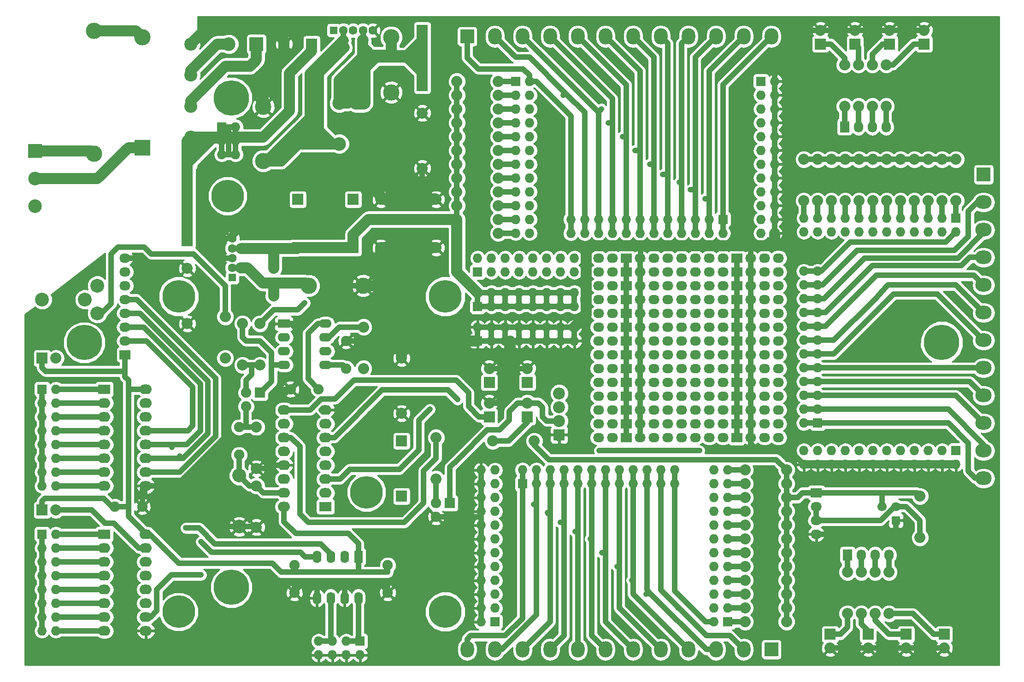
<source format=gbr>
G04 #@! TF.FileFunction,Copper,L2,Bot,Signal*
%FSLAX46Y46*%
G04 Gerber Fmt 4.6, Leading zero omitted, Abs format (unit mm)*
G04 Created by KiCad (PCBNEW 4.0.1-stable) date 23/12/2015 09:15:46*
%MOMM*%
G01*
G04 APERTURE LIST*
%ADD10C,0.100000*%
%ADD11C,6.499860*%
%ADD12O,2.032000X1.727200*%
%ADD13R,2.032000X1.727200*%
%ADD14R,2.032000X2.032000*%
%ADD15C,2.032000*%
%ADD16C,1.905000*%
%ADD17R,2.100580X2.100580*%
%ADD18C,2.199640*%
%ADD19C,3.000000*%
%ADD20C,2.540000*%
%ADD21C,2.499360*%
%ADD22R,2.499360X2.499360*%
%ADD23C,1.600000*%
%ADD24R,1.400000X1.400000*%
%ADD25R,1.600000X1.600000*%
%ADD26C,1.700000*%
%ADD27R,1.574800X2.286000*%
%ADD28O,1.574800X2.286000*%
%ADD29C,6.000000*%
%ADD30O,2.286000X1.778000*%
%ADD31R,2.286000X1.778000*%
%ADD32R,2.500000X2.500000*%
%ADD33O,3.000000X2.500000*%
%ADD34O,2.500000X3.000000*%
%ADD35R,1.905000X1.905000*%
%ADD36R,1.727200X2.032000*%
%ADD37O,1.727200X2.032000*%
%ADD38R,3.000000X3.000000*%
%ADD39R,2.286000X1.574800*%
%ADD40O,2.286000X1.574800*%
%ADD41R,1.727200X1.727200*%
%ADD42O,1.727200X1.727200*%
%ADD43O,2.032000X2.032000*%
%ADD44C,2.500000*%
%ADD45C,2.400000*%
%ADD46C,0.600000*%
%ADD47C,1.000000*%
%ADD48C,2.000000*%
%ADD49C,1.500000*%
%ADD50C,0.254000*%
G04 APERTURE END LIST*
D10*
D11*
X241480000Y-96195000D03*
X110980000Y-141195000D03*
X83980000Y-96195000D03*
X110980000Y-51195000D03*
D12*
X206375000Y-83185000D03*
D13*
X203835000Y-83185000D03*
D12*
X206375000Y-113665000D03*
D13*
X203835000Y-113665000D03*
X203835000Y-111125000D03*
D12*
X206375000Y-111125000D03*
X206375000Y-106045000D03*
D13*
X203835000Y-106045000D03*
X203835000Y-108585000D03*
D12*
X206375000Y-108585000D03*
X206375000Y-103505000D03*
D13*
X203835000Y-103505000D03*
X203835000Y-100965000D03*
D12*
X206375000Y-100965000D03*
X206375000Y-85725000D03*
D13*
X203835000Y-85725000D03*
X203835000Y-88265000D03*
D12*
X206375000Y-88265000D03*
X206375000Y-93345000D03*
D13*
X203835000Y-93345000D03*
X203835000Y-90805000D03*
D12*
X206375000Y-90805000D03*
X206375000Y-95885000D03*
D13*
X203835000Y-95885000D03*
X203835000Y-98425000D03*
D12*
X206375000Y-98425000D03*
X201295000Y-113665000D03*
X201295000Y-111125000D03*
X201295000Y-108585000D03*
X201295000Y-106045000D03*
X196215000Y-103505000D03*
X201295000Y-95885000D03*
X201295000Y-93345000D03*
X201295000Y-90805000D03*
X201295000Y-88265000D03*
X201295000Y-85725000D03*
X201295000Y-83185000D03*
X201295000Y-80645000D03*
X198755000Y-103505000D03*
X198755000Y-106045000D03*
X198755000Y-108585000D03*
X198755000Y-111125000D03*
X198755000Y-113665000D03*
X201295000Y-103505000D03*
X196215000Y-106045000D03*
X196215000Y-108585000D03*
X196215000Y-111125000D03*
X196215000Y-113665000D03*
X198755000Y-80645000D03*
X198755000Y-83185000D03*
X198755000Y-85725000D03*
X198755000Y-88265000D03*
X198755000Y-90805000D03*
X198755000Y-93345000D03*
X198755000Y-95885000D03*
X196215000Y-80645000D03*
X196215000Y-83185000D03*
X196215000Y-85725000D03*
X196215000Y-88265000D03*
X196215000Y-90805000D03*
X196215000Y-93345000D03*
X196215000Y-95885000D03*
X206375000Y-80645000D03*
D13*
X203835000Y-80645000D03*
D12*
X201295000Y-100965000D03*
X201295000Y-98425000D03*
X198755000Y-100965000D03*
X198755000Y-98425000D03*
X196215000Y-98425000D03*
X196215000Y-100965000D03*
X208915000Y-100965000D03*
X208915000Y-98425000D03*
X211455000Y-98425000D03*
X211455000Y-100965000D03*
X208915000Y-95885000D03*
X208915000Y-93345000D03*
X208915000Y-90805000D03*
X208915000Y-88265000D03*
X208915000Y-85725000D03*
X208915000Y-83185000D03*
X208915000Y-80645000D03*
X211455000Y-95885000D03*
X211455000Y-93345000D03*
X211455000Y-90805000D03*
X211455000Y-88265000D03*
X211455000Y-85725000D03*
X211455000Y-83185000D03*
X211455000Y-80645000D03*
X208915000Y-113665000D03*
X208915000Y-111125000D03*
X208915000Y-108585000D03*
X208915000Y-106045000D03*
X211455000Y-113665000D03*
X211455000Y-111125000D03*
X211455000Y-108585000D03*
X211455000Y-106045000D03*
X211455000Y-103505000D03*
X208915000Y-103505000D03*
X193675000Y-113665000D03*
X193675000Y-111125000D03*
X193675000Y-108585000D03*
X193675000Y-106045000D03*
X188595000Y-103505000D03*
X193675000Y-95885000D03*
X193675000Y-93345000D03*
X193675000Y-90805000D03*
X193675000Y-88265000D03*
X193675000Y-85725000D03*
X193675000Y-83185000D03*
X193675000Y-80645000D03*
X191135000Y-103505000D03*
X191135000Y-106045000D03*
X191135000Y-108585000D03*
X191135000Y-111125000D03*
X191135000Y-113665000D03*
X193675000Y-103505000D03*
X188595000Y-106045000D03*
X188595000Y-108585000D03*
X188595000Y-111125000D03*
X188595000Y-113665000D03*
X191135000Y-80645000D03*
X191135000Y-83185000D03*
X191135000Y-85725000D03*
X191135000Y-88265000D03*
X191135000Y-90805000D03*
X191135000Y-93345000D03*
X191135000Y-95885000D03*
X188595000Y-80645000D03*
X188595000Y-83185000D03*
X188595000Y-85725000D03*
X188595000Y-88265000D03*
X188595000Y-90805000D03*
X188595000Y-93345000D03*
X188595000Y-95885000D03*
X193675000Y-100965000D03*
X193675000Y-98425000D03*
X191135000Y-100965000D03*
X191135000Y-98425000D03*
X188595000Y-98425000D03*
X188595000Y-100965000D03*
D13*
X183515000Y-108585000D03*
D12*
X186055000Y-108585000D03*
D13*
X183515000Y-111125000D03*
X183515000Y-113665000D03*
D12*
X186055000Y-113665000D03*
X186055000Y-111125000D03*
X178435000Y-98425000D03*
X178435000Y-100965000D03*
X180975000Y-98425000D03*
X180975000Y-100965000D03*
X186055000Y-103505000D03*
X186055000Y-106045000D03*
D13*
X183515000Y-106045000D03*
X183515000Y-103505000D03*
X183515000Y-80645000D03*
X183515000Y-83185000D03*
D12*
X186055000Y-83185000D03*
X186055000Y-80645000D03*
X178435000Y-95885000D03*
X178435000Y-93345000D03*
X178435000Y-90805000D03*
X178435000Y-88265000D03*
X178435000Y-85725000D03*
X178435000Y-83185000D03*
X178435000Y-80645000D03*
X180975000Y-103505000D03*
X178435000Y-113665000D03*
X178435000Y-111125000D03*
X178435000Y-108585000D03*
X178435000Y-106045000D03*
X178435000Y-103505000D03*
X186055000Y-85725000D03*
X186055000Y-88265000D03*
X186055000Y-93345000D03*
X186055000Y-90805000D03*
X186055000Y-100965000D03*
X186055000Y-98425000D03*
D13*
X183515000Y-95885000D03*
X183515000Y-98425000D03*
X183515000Y-100965000D03*
X183515000Y-90805000D03*
X183515000Y-93345000D03*
X183515000Y-88265000D03*
X183515000Y-85725000D03*
D12*
X186055000Y-95885000D03*
X180975000Y-80645000D03*
X180975000Y-83185000D03*
X180975000Y-85725000D03*
X180975000Y-88265000D03*
X180975000Y-90805000D03*
X180975000Y-93345000D03*
X180975000Y-95885000D03*
X180975000Y-106045000D03*
X180975000Y-108585000D03*
X180975000Y-111125000D03*
X180975000Y-113665000D03*
D14*
X125730000Y-41275000D03*
D15*
X120650000Y-41275000D03*
X148590000Y-78740000D03*
D14*
X123190000Y-78740000D03*
X133350000Y-78740000D03*
D15*
X138430000Y-78740000D03*
X142240000Y-99060000D03*
D14*
X142240000Y-124460000D03*
X142240000Y-114300000D03*
D15*
X142240000Y-109220000D03*
X212979000Y-147574000D03*
X205359000Y-147574000D03*
X212979000Y-145034000D03*
X205359000Y-145034000D03*
X212979000Y-142494000D03*
X205359000Y-142494000D03*
X212979000Y-139954000D03*
X205359000Y-139954000D03*
X212979000Y-137414000D03*
X205359000Y-137414000D03*
X212979000Y-134874000D03*
X205359000Y-134874000D03*
X212979000Y-132334000D03*
X205359000Y-132334000D03*
X212979000Y-129794000D03*
X205359000Y-129794000D03*
X212979000Y-127254000D03*
X205359000Y-127254000D03*
X212979000Y-124714000D03*
X205359000Y-124714000D03*
X212979000Y-122174000D03*
X205359000Y-122174000D03*
X212979000Y-119634000D03*
X205359000Y-119634000D03*
D16*
X112395000Y-111760000D03*
X112395000Y-116840000D03*
X122555000Y-137160000D03*
X122555000Y-142240000D03*
X89535000Y-126365000D03*
X94615000Y-126365000D03*
D17*
X171196000Y-113157000D03*
D18*
X171196000Y-110617000D03*
X171196000Y-108077000D03*
X171196000Y-105537000D03*
D15*
X237490000Y-124460000D03*
X237490000Y-132080000D03*
X115570000Y-111760000D03*
X115570000Y-119380000D03*
X115570000Y-122555000D03*
X115570000Y-130175000D03*
X116205000Y-100330000D03*
X116205000Y-92710000D03*
X113030000Y-92710000D03*
X113030000Y-100330000D03*
X166624000Y-114300000D03*
X159004000Y-114300000D03*
X148590000Y-121285000D03*
X148590000Y-113665000D03*
X109855000Y-91440000D03*
X109855000Y-99060000D03*
X135255000Y-93345000D03*
X135255000Y-100965000D03*
X231775000Y-138430000D03*
X231775000Y-146050000D03*
X229235000Y-138430000D03*
X229235000Y-146050000D03*
X226695000Y-138430000D03*
X226695000Y-146050000D03*
X224155000Y-138430000D03*
X224155000Y-146050000D03*
X231267000Y-52705000D03*
X231267000Y-45085000D03*
X228727000Y-52705000D03*
X228727000Y-45085000D03*
X226187000Y-52705000D03*
X226187000Y-45085000D03*
X223647000Y-52705000D03*
X223647000Y-45085000D03*
X216154000Y-62484000D03*
X216154000Y-70104000D03*
X218694000Y-62484000D03*
X218694000Y-70104000D03*
X221234000Y-62484000D03*
X221234000Y-70104000D03*
X223774000Y-62484000D03*
X223774000Y-70104000D03*
X226314000Y-62484000D03*
X226314000Y-70104000D03*
X228854000Y-62484000D03*
X228854000Y-70104000D03*
X231394000Y-62484000D03*
X231394000Y-70104000D03*
X233934000Y-62484000D03*
X233934000Y-70104000D03*
X236474000Y-62484000D03*
X236474000Y-70104000D03*
X239014000Y-62484000D03*
X239014000Y-70104000D03*
X241554000Y-62484000D03*
X241554000Y-70104000D03*
X244094000Y-62484000D03*
X244094000Y-70104000D03*
D19*
X85725000Y-61465000D03*
X85725000Y-38865000D03*
D15*
X152400000Y-76073000D03*
X160020000Y-76073000D03*
X152400000Y-73533000D03*
X160020000Y-73533000D03*
X152400000Y-70993000D03*
X160020000Y-70993000D03*
X152400000Y-68453000D03*
X160020000Y-68453000D03*
X152400000Y-65913000D03*
X160020000Y-65913000D03*
X152400000Y-63373000D03*
X160020000Y-63373000D03*
X152400000Y-60833000D03*
X160020000Y-60833000D03*
X152400000Y-58293000D03*
X160020000Y-58293000D03*
X152400000Y-55753000D03*
X160020000Y-55753000D03*
X152400000Y-53213000D03*
X160020000Y-53213000D03*
X152400000Y-50673000D03*
X160020000Y-50673000D03*
X152400000Y-48133000D03*
X160020000Y-48133000D03*
D16*
X127000000Y-104775000D03*
X121920000Y-104775000D03*
X132080000Y-100965000D03*
X132080000Y-95885000D03*
D20*
X112395000Y-120650000D03*
X112395000Y-130048000D03*
D21*
X74930000Y-71120000D03*
D22*
X74930000Y-60960000D03*
D21*
X74930000Y-66040000D03*
D23*
X111125000Y-82445000D03*
X111125000Y-80645000D03*
D24*
X111125000Y-84245000D03*
D23*
X111125000Y-78845000D03*
X111125000Y-77045000D03*
D25*
X233045000Y-128905000D03*
D26*
X233045000Y-126365000D03*
X230505000Y-126365000D03*
D16*
X139700000Y-137160000D03*
X139700000Y-142240000D03*
D27*
X134302500Y-135572500D03*
D28*
X131762500Y-135572500D03*
X129222500Y-135572500D03*
X126682500Y-135572500D03*
X126682500Y-143192500D03*
X129222500Y-143192500D03*
X131762500Y-143192500D03*
X134302500Y-143192500D03*
D29*
X101290000Y-87725000D03*
X150290000Y-87725000D03*
X150290000Y-145725000D03*
X110290000Y-69225000D03*
X101290000Y-145725000D03*
X135790000Y-123725000D03*
D30*
X95250000Y-131445000D03*
X95250000Y-133985000D03*
D31*
X87630000Y-131445000D03*
D30*
X87630000Y-133985000D03*
X87630000Y-136525000D03*
X87630000Y-139065000D03*
X87630000Y-141605000D03*
X87630000Y-144145000D03*
X87630000Y-146685000D03*
X87630000Y-149225000D03*
X95250000Y-149225000D03*
X95250000Y-146685000D03*
X95250000Y-144145000D03*
X95250000Y-141605000D03*
X95250000Y-139065000D03*
X95250000Y-136525000D03*
X95250000Y-104775000D03*
X95250000Y-107315000D03*
D31*
X87630000Y-104775000D03*
D30*
X87630000Y-107315000D03*
X87630000Y-109855000D03*
X87630000Y-112395000D03*
X87630000Y-114935000D03*
X87630000Y-117475000D03*
X87630000Y-120015000D03*
X87630000Y-122555000D03*
X95250000Y-122555000D03*
X95250000Y-120015000D03*
X95250000Y-117475000D03*
X95250000Y-114935000D03*
X95250000Y-112395000D03*
X95250000Y-109855000D03*
D32*
X249174000Y-65278000D03*
D33*
X249174000Y-70358000D03*
X249174000Y-75438000D03*
X249174000Y-80518000D03*
X249174000Y-85598000D03*
X249174000Y-90678000D03*
X249174000Y-95758000D03*
X249174000Y-100838000D03*
X249174000Y-105918000D03*
X249174000Y-110998000D03*
X249174000Y-116078000D03*
X249174000Y-121158000D03*
D32*
X210185000Y-152654000D03*
D34*
X205105000Y-152654000D03*
X200025000Y-152654000D03*
X194945000Y-152654000D03*
X189865000Y-152654000D03*
X184785000Y-152654000D03*
X179705000Y-152654000D03*
X174625000Y-152654000D03*
X169545000Y-152654000D03*
X164465000Y-152654000D03*
X159385000Y-152654000D03*
X154305000Y-152654000D03*
D32*
X154305000Y-39878000D03*
D34*
X159385000Y-39878000D03*
X164465000Y-39878000D03*
X169545000Y-39878000D03*
X174625000Y-39878000D03*
X179705000Y-39878000D03*
X184785000Y-39878000D03*
X189865000Y-39878000D03*
X194945000Y-39878000D03*
X200025000Y-39878000D03*
X205105000Y-39878000D03*
X210185000Y-39878000D03*
D35*
X151130000Y-125730000D03*
D16*
X148590000Y-125730000D03*
X148590000Y-128270000D03*
D35*
X116205000Y-105410000D03*
D16*
X113665000Y-105410000D03*
X113665000Y-107950000D03*
D30*
X120650000Y-126365000D03*
X120650000Y-123825000D03*
D31*
X128270000Y-126365000D03*
D30*
X128270000Y-123825000D03*
X128270000Y-121285000D03*
X128270000Y-118745000D03*
X128270000Y-116205000D03*
X128270000Y-113665000D03*
X128270000Y-111125000D03*
X128270000Y-108585000D03*
X120650000Y-108585000D03*
X120650000Y-111125000D03*
X120650000Y-113665000D03*
X120650000Y-116205000D03*
X120650000Y-118745000D03*
X120650000Y-121285000D03*
D36*
X223647000Y-56515000D03*
D37*
X226187000Y-56515000D03*
X228727000Y-56515000D03*
X231267000Y-56515000D03*
D36*
X224155000Y-135255000D03*
D37*
X226695000Y-135255000D03*
X229235000Y-135255000D03*
X231775000Y-135255000D03*
D19*
X140335000Y-50165000D03*
D38*
X94615000Y-60325000D03*
D19*
X140335000Y-40005000D03*
X94615000Y-40005000D03*
D39*
X120650000Y-92710000D03*
D40*
X120650000Y-95250000D03*
X120650000Y-97790000D03*
X120650000Y-100330000D03*
X128270000Y-100330000D03*
X128270000Y-97790000D03*
X128270000Y-95250000D03*
X128270000Y-92710000D03*
D15*
X118745000Y-87630000D03*
X118745000Y-82550000D03*
D14*
X158369000Y-109855000D03*
D15*
X158369000Y-107315000D03*
D14*
X165354000Y-103505000D03*
D15*
X165354000Y-100965000D03*
D14*
X158369000Y-103505000D03*
D15*
X158369000Y-100965000D03*
D14*
X219202000Y-41275000D03*
D15*
X219202000Y-38735000D03*
D14*
X225552000Y-41275000D03*
D15*
X225552000Y-38735000D03*
D14*
X231902000Y-41275000D03*
D15*
X231902000Y-38735000D03*
D14*
X238252000Y-41275000D03*
D15*
X238252000Y-38735000D03*
D14*
X227965000Y-149860000D03*
D15*
X227965000Y-152400000D03*
D14*
X234950000Y-149860000D03*
D15*
X234950000Y-152400000D03*
D14*
X241935000Y-149860000D03*
D15*
X241935000Y-152400000D03*
D14*
X165354000Y-109855000D03*
D15*
X165354000Y-107315000D03*
D23*
X131550000Y-38735000D03*
X133350000Y-38735000D03*
D24*
X129750000Y-38735000D03*
D23*
X135150000Y-38735000D03*
X136950000Y-38735000D03*
D15*
X148590000Y-69850000D03*
D14*
X123190000Y-69850000D03*
X133350000Y-69850000D03*
D15*
X138430000Y-69850000D03*
X102870000Y-92710000D03*
D14*
X102870000Y-67310000D03*
X102870000Y-77470000D03*
D15*
X102870000Y-82550000D03*
X146050000Y-64135000D03*
D14*
X146050000Y-38735000D03*
X146050000Y-48895000D03*
D15*
X146050000Y-53975000D03*
D14*
X220980000Y-149860000D03*
D15*
X220980000Y-152400000D03*
D41*
X76200000Y-104775000D03*
D42*
X78740000Y-104775000D03*
X76200000Y-107315000D03*
X78740000Y-107315000D03*
X76200000Y-109855000D03*
X78740000Y-109855000D03*
X76200000Y-112395000D03*
X78740000Y-112395000D03*
X76200000Y-114935000D03*
X78740000Y-114935000D03*
X76200000Y-117475000D03*
X78740000Y-117475000D03*
X76200000Y-120015000D03*
X78740000Y-120015000D03*
X76200000Y-122555000D03*
X78740000Y-122555000D03*
D41*
X76200000Y-131445000D03*
D42*
X78740000Y-131445000D03*
X76200000Y-133985000D03*
X78740000Y-133985000D03*
X76200000Y-136525000D03*
X78740000Y-136525000D03*
X76200000Y-139065000D03*
X78740000Y-139065000D03*
X76200000Y-141605000D03*
X78740000Y-141605000D03*
X76200000Y-144145000D03*
X78740000Y-144145000D03*
X76200000Y-146685000D03*
X78740000Y-146685000D03*
X76200000Y-149225000D03*
X78740000Y-149225000D03*
D14*
X76200000Y-127000000D03*
D43*
X78740000Y-127000000D03*
D14*
X76200000Y-99060000D03*
D43*
X78740000Y-99060000D03*
D13*
X91440000Y-98425000D03*
D12*
X91440000Y-95885000D03*
X91440000Y-93345000D03*
X91440000Y-90805000D03*
X91440000Y-88265000D03*
X91440000Y-85725000D03*
X91440000Y-83185000D03*
X91440000Y-80645000D03*
D41*
X218694000Y-110998000D03*
D42*
X216154000Y-110998000D03*
X218694000Y-108458000D03*
X216154000Y-108458000D03*
X218694000Y-105918000D03*
X216154000Y-105918000D03*
X218694000Y-103378000D03*
X216154000Y-103378000D03*
X218694000Y-100838000D03*
X216154000Y-100838000D03*
X218694000Y-98298000D03*
X216154000Y-98298000D03*
X218694000Y-95758000D03*
X216154000Y-95758000D03*
X218694000Y-93218000D03*
X216154000Y-93218000D03*
X218694000Y-90678000D03*
X216154000Y-90678000D03*
X218694000Y-88138000D03*
X216154000Y-88138000D03*
X218694000Y-85598000D03*
X216154000Y-85598000D03*
X218694000Y-83058000D03*
X216154000Y-83058000D03*
D41*
X244094000Y-73279000D03*
D42*
X244094000Y-75819000D03*
X241554000Y-73279000D03*
X241554000Y-75819000D03*
X239014000Y-73279000D03*
X239014000Y-75819000D03*
X236474000Y-73279000D03*
X236474000Y-75819000D03*
X233934000Y-73279000D03*
X233934000Y-75819000D03*
X231394000Y-73279000D03*
X231394000Y-75819000D03*
X228854000Y-73279000D03*
X228854000Y-75819000D03*
X226314000Y-73279000D03*
X226314000Y-75819000D03*
X223774000Y-73279000D03*
X223774000Y-75819000D03*
X221234000Y-73279000D03*
X221234000Y-75819000D03*
X218694000Y-73279000D03*
X218694000Y-75819000D03*
X216154000Y-73279000D03*
X216154000Y-75819000D03*
D41*
X244094000Y-116078000D03*
D42*
X244094000Y-118618000D03*
X241554000Y-116078000D03*
X241554000Y-118618000D03*
X239014000Y-116078000D03*
X239014000Y-118618000D03*
X236474000Y-116078000D03*
X236474000Y-118618000D03*
X233934000Y-116078000D03*
X233934000Y-118618000D03*
X231394000Y-116078000D03*
X231394000Y-118618000D03*
X228854000Y-116078000D03*
X228854000Y-118618000D03*
X226314000Y-116078000D03*
X226314000Y-118618000D03*
X223774000Y-116078000D03*
X223774000Y-118618000D03*
X221234000Y-116078000D03*
X221234000Y-118618000D03*
X218694000Y-116078000D03*
X218694000Y-118618000D03*
X216154000Y-116078000D03*
X216154000Y-118618000D03*
D41*
X164465000Y-122174000D03*
D42*
X164465000Y-119634000D03*
X167005000Y-122174000D03*
X167005000Y-119634000D03*
X169545000Y-122174000D03*
X169545000Y-119634000D03*
X172085000Y-122174000D03*
X172085000Y-119634000D03*
X174625000Y-122174000D03*
X174625000Y-119634000D03*
X177165000Y-122174000D03*
X177165000Y-119634000D03*
X179705000Y-122174000D03*
X179705000Y-119634000D03*
X182245000Y-122174000D03*
X182245000Y-119634000D03*
X184785000Y-122174000D03*
X184785000Y-119634000D03*
X187325000Y-122174000D03*
X187325000Y-119634000D03*
X189865000Y-122174000D03*
X189865000Y-119634000D03*
X192405000Y-122174000D03*
X192405000Y-119634000D03*
D41*
X202184000Y-147574000D03*
D42*
X199644000Y-147574000D03*
X202184000Y-145034000D03*
X199644000Y-145034000D03*
X202184000Y-142494000D03*
X199644000Y-142494000D03*
X202184000Y-139954000D03*
X199644000Y-139954000D03*
X202184000Y-137414000D03*
X199644000Y-137414000D03*
X202184000Y-134874000D03*
X199644000Y-134874000D03*
X202184000Y-132334000D03*
X199644000Y-132334000D03*
X202184000Y-129794000D03*
X199644000Y-129794000D03*
X202184000Y-127254000D03*
X199644000Y-127254000D03*
X202184000Y-124714000D03*
X199644000Y-124714000D03*
X202184000Y-122174000D03*
X199644000Y-122174000D03*
X202184000Y-119634000D03*
X199644000Y-119634000D03*
D41*
X159385000Y-147574000D03*
D42*
X156845000Y-147574000D03*
X159385000Y-145034000D03*
X156845000Y-145034000D03*
X159385000Y-142494000D03*
X156845000Y-142494000D03*
X159385000Y-139954000D03*
X156845000Y-139954000D03*
X159385000Y-137414000D03*
X156845000Y-137414000D03*
X159385000Y-134874000D03*
X156845000Y-134874000D03*
X159385000Y-132334000D03*
X156845000Y-132334000D03*
X159385000Y-129794000D03*
X156845000Y-129794000D03*
X159385000Y-127254000D03*
X156845000Y-127254000D03*
X159385000Y-124714000D03*
X156845000Y-124714000D03*
X159385000Y-122174000D03*
X156845000Y-122174000D03*
X159385000Y-119634000D03*
X156845000Y-119634000D03*
D41*
X201295000Y-73533000D03*
D42*
X201295000Y-76073000D03*
X198755000Y-73533000D03*
X198755000Y-76073000D03*
X196215000Y-73533000D03*
X196215000Y-76073000D03*
X193675000Y-73533000D03*
X193675000Y-76073000D03*
X191135000Y-73533000D03*
X191135000Y-76073000D03*
X188595000Y-73533000D03*
X188595000Y-76073000D03*
X186055000Y-73533000D03*
X186055000Y-76073000D03*
X183515000Y-73533000D03*
X183515000Y-76073000D03*
X180975000Y-73533000D03*
X180975000Y-76073000D03*
X178435000Y-73533000D03*
X178435000Y-76073000D03*
X175895000Y-73533000D03*
X175895000Y-76073000D03*
X173355000Y-73533000D03*
X173355000Y-76073000D03*
D41*
X163195000Y-48133000D03*
D42*
X165735000Y-48133000D03*
X163195000Y-50673000D03*
X165735000Y-50673000D03*
X163195000Y-53213000D03*
X165735000Y-53213000D03*
X163195000Y-55753000D03*
X165735000Y-55753000D03*
X163195000Y-58293000D03*
X165735000Y-58293000D03*
X163195000Y-60833000D03*
X165735000Y-60833000D03*
X163195000Y-63373000D03*
X165735000Y-63373000D03*
X163195000Y-65913000D03*
X165735000Y-65913000D03*
X163195000Y-68453000D03*
X165735000Y-68453000D03*
X163195000Y-70993000D03*
X165735000Y-70993000D03*
X163195000Y-73533000D03*
X165735000Y-73533000D03*
X163195000Y-76073000D03*
X165735000Y-76073000D03*
D41*
X208280000Y-48133000D03*
D42*
X210820000Y-48133000D03*
X208280000Y-50673000D03*
X210820000Y-50673000D03*
X208280000Y-53213000D03*
X210820000Y-53213000D03*
X208280000Y-55753000D03*
X210820000Y-55753000D03*
X208280000Y-58293000D03*
X210820000Y-58293000D03*
X208280000Y-60833000D03*
X210820000Y-60833000D03*
X208280000Y-63373000D03*
X210820000Y-63373000D03*
X208280000Y-65913000D03*
X210820000Y-65913000D03*
X208280000Y-68453000D03*
X210820000Y-68453000D03*
X208280000Y-70993000D03*
X210820000Y-70993000D03*
X208280000Y-73533000D03*
X210820000Y-73533000D03*
X208280000Y-76073000D03*
X210820000Y-76073000D03*
D19*
X116840000Y-52785000D03*
X116840000Y-62785000D03*
D44*
X130810000Y-59630000D03*
X130810000Y-52130000D03*
D22*
X115570000Y-41275000D03*
D21*
X110490000Y-41275000D03*
D13*
X218440000Y-123825000D03*
D12*
X218440000Y-126365000D03*
X218440000Y-128905000D03*
X218440000Y-131445000D03*
D41*
X156210000Y-83185000D03*
D42*
X156210000Y-80645000D03*
X158750000Y-83185000D03*
X158750000Y-80645000D03*
X161290000Y-83185000D03*
X161290000Y-80645000D03*
X163830000Y-83185000D03*
X163830000Y-80645000D03*
X166370000Y-83185000D03*
X166370000Y-80645000D03*
X168910000Y-83185000D03*
X168910000Y-80645000D03*
X171450000Y-83185000D03*
X171450000Y-80645000D03*
X173990000Y-83185000D03*
X173990000Y-80645000D03*
D41*
X156210000Y-89535000D03*
D42*
X156210000Y-86995000D03*
X158750000Y-89535000D03*
X158750000Y-86995000D03*
X161290000Y-89535000D03*
X161290000Y-86995000D03*
X163830000Y-89535000D03*
X163830000Y-86995000D03*
X166370000Y-89535000D03*
X166370000Y-86995000D03*
X168910000Y-89535000D03*
X168910000Y-86995000D03*
X171450000Y-89535000D03*
X171450000Y-86995000D03*
X173990000Y-89535000D03*
X173990000Y-86995000D03*
D41*
X156210000Y-95885000D03*
D42*
X156210000Y-93345000D03*
X158750000Y-95885000D03*
X158750000Y-93345000D03*
X161290000Y-95885000D03*
X161290000Y-93345000D03*
X163830000Y-95885000D03*
X163830000Y-93345000D03*
X166370000Y-95885000D03*
X166370000Y-93345000D03*
X168910000Y-95885000D03*
X168910000Y-93345000D03*
X171450000Y-95885000D03*
X171450000Y-93345000D03*
X173990000Y-95885000D03*
X173990000Y-93345000D03*
D41*
X134620000Y-151130000D03*
D42*
X134620000Y-153670000D03*
X132080000Y-151130000D03*
X132080000Y-153670000D03*
X129540000Y-151130000D03*
X129540000Y-153670000D03*
X127000000Y-151130000D03*
X127000000Y-153670000D03*
D19*
X135175000Y-85725000D03*
X125175000Y-85725000D03*
D45*
X103505000Y-41275000D03*
X103505000Y-46990000D03*
X103505000Y-52705000D03*
X103505000Y-58420000D03*
D20*
X86360000Y-90805000D03*
X76200000Y-88265000D03*
X86360000Y-85725000D03*
X84074000Y-88265000D03*
D41*
X109220000Y-56515000D03*
D42*
X111760000Y-56515000D03*
X109220000Y-59055000D03*
X111760000Y-59055000D03*
X109220000Y-61595000D03*
X111760000Y-61595000D03*
D46*
X208915000Y-117729000D03*
X188595000Y-117729000D03*
X108585000Y-76835000D03*
X106680000Y-76835000D03*
X106680000Y-78740000D03*
X108585000Y-78740000D03*
X108585000Y-80645000D03*
X108585000Y-130556000D03*
X196977000Y-116078000D03*
X178562000Y-116078000D03*
X135382000Y-52324000D03*
X135255000Y-50038000D03*
X134239000Y-50927000D03*
X102616000Y-130302000D03*
X100076000Y-115443000D03*
X222504000Y-108458000D03*
X124460000Y-88900000D03*
X101473000Y-117094000D03*
X105410000Y-132842000D03*
X105410000Y-138938000D03*
X224155000Y-105918000D03*
X239141000Y-79248000D03*
X234950000Y-80645000D03*
X232791000Y-82042000D03*
X231521000Y-83820000D03*
X230251000Y-87122000D03*
X197993000Y-69723000D03*
X195326000Y-68072000D03*
X193294000Y-66675000D03*
X190246000Y-65278000D03*
X187833000Y-63373000D03*
X185166000Y-60833000D03*
X182880000Y-58293000D03*
X180213000Y-55753000D03*
X178943000Y-53213000D03*
X171958000Y-50673000D03*
X225806000Y-103378000D03*
X227457000Y-100838000D03*
X228854000Y-91059000D03*
X166497000Y-125984000D03*
X166497000Y-125984000D03*
X169037000Y-127508000D03*
X169037000Y-127508000D03*
X171450000Y-129286000D03*
X171450000Y-129286000D03*
X174117000Y-130937000D03*
X174117000Y-130937000D03*
X176911000Y-132334000D03*
X176911000Y-132334000D03*
X179070000Y-134874000D03*
X179070000Y-134874000D03*
X181864000Y-137414000D03*
X181864000Y-137414000D03*
X184531000Y-139954000D03*
X184531000Y-139954000D03*
X187198000Y-142494000D03*
X187198000Y-142494000D03*
X193040000Y-145034000D03*
X193040000Y-145034000D03*
X147447000Y-108458000D03*
X152527000Y-106680000D03*
D47*
X208915000Y-117729000D02*
X209677000Y-117729000D01*
X188595000Y-117729000D02*
X189357000Y-117729000D01*
X166624000Y-114300000D02*
X166624000Y-115062000D01*
X166624000Y-115062000D02*
X169291000Y-117729000D01*
X211074000Y-117729000D02*
X212979000Y-119634000D01*
X169291000Y-117729000D02*
X189357000Y-117729000D01*
X189357000Y-117729000D02*
X209677000Y-117729000D01*
X209677000Y-117729000D02*
X211074000Y-117729000D01*
X166624000Y-114300000D02*
X166624000Y-114427000D01*
X173990000Y-89535000D02*
X173990000Y-86995000D01*
X173990000Y-86995000D02*
X171450000Y-86995000D01*
X171450000Y-86995000D02*
X171450000Y-89535000D01*
X171450000Y-89535000D02*
X168910000Y-89535000D01*
X168910000Y-89535000D02*
X168910000Y-86995000D01*
X168910000Y-86995000D02*
X166370000Y-86995000D01*
X166370000Y-86995000D02*
X166370000Y-89535000D01*
X166370000Y-89535000D02*
X163830000Y-89535000D01*
X163830000Y-89535000D02*
X163830000Y-86995000D01*
X163830000Y-86995000D02*
X161290000Y-86995000D01*
X161290000Y-86995000D02*
X161290000Y-89535000D01*
X161290000Y-89535000D02*
X158750000Y-89535000D01*
X158750000Y-89535000D02*
X158750000Y-86995000D01*
X156210000Y-89535000D02*
X156210000Y-86995000D01*
X158750000Y-89535000D02*
X156210000Y-89535000D01*
X161290000Y-89535000D02*
X158750000Y-89535000D01*
X163830000Y-89535000D02*
X161290000Y-89535000D01*
X166370000Y-89535000D02*
X163830000Y-89535000D01*
X168910000Y-89535000D02*
X166370000Y-89535000D01*
X171450000Y-89535000D02*
X168910000Y-89535000D01*
X173990000Y-89535000D02*
X171450000Y-89535000D01*
X171450000Y-86995000D02*
X173990000Y-86995000D01*
X168910000Y-86995000D02*
X171450000Y-86995000D01*
X166370000Y-86995000D02*
X168910000Y-86995000D01*
X163830000Y-86995000D02*
X166370000Y-86995000D01*
X161290000Y-86995000D02*
X163830000Y-86995000D01*
X158750000Y-86995000D02*
X161290000Y-86995000D01*
X156210000Y-86995000D02*
X158750000Y-86995000D01*
X230505000Y-126365000D02*
X230505000Y-123825000D01*
X218440000Y-123825000D02*
X230505000Y-123825000D01*
X230505000Y-123825000D02*
X236855000Y-123825000D01*
X236855000Y-123825000D02*
X237490000Y-124460000D01*
X212979000Y-124714000D02*
X215011000Y-124714000D01*
X215900000Y-123825000D02*
X218440000Y-123825000D01*
X215011000Y-124714000D02*
X215900000Y-123825000D01*
D48*
X152400000Y-76073000D02*
X152400000Y-73533000D01*
X156210000Y-86995000D02*
X153670000Y-84455000D01*
X153670000Y-84455000D02*
X152400000Y-83185000D01*
X152400000Y-83185000D02*
X152400000Y-76073000D01*
X118745000Y-82550000D02*
X118745000Y-78845000D01*
X133350000Y-78740000D02*
X133350000Y-76327000D01*
X133350000Y-76327000D02*
X136144000Y-73533000D01*
X136144000Y-73533000D02*
X152400000Y-73533000D01*
X123190000Y-78740000D02*
X133350000Y-78740000D01*
X112776000Y-78845000D02*
X123085000Y-78845000D01*
X123085000Y-78845000D02*
X123190000Y-78740000D01*
D47*
X133350000Y-78740000D02*
X133350000Y-78105000D01*
X118745000Y-78845000D02*
X119126000Y-78845000D01*
X111125000Y-78845000D02*
X112776000Y-78845000D01*
X112776000Y-78845000D02*
X119126000Y-78845000D01*
X119126000Y-78845000D02*
X123085000Y-78845000D01*
X123085000Y-78845000D02*
X123190000Y-78740000D01*
X76200000Y-99060000D02*
X76200000Y-100838000D01*
X76835000Y-101473000D02*
X91440000Y-101473000D01*
X76200000Y-100838000D02*
X76835000Y-101473000D01*
X95250000Y-104775000D02*
X92329000Y-104775000D01*
X92329000Y-104775000D02*
X92075000Y-104521000D01*
X95250000Y-104775000D02*
X92583000Y-104775000D01*
X91440000Y-98425000D02*
X91440000Y-101473000D01*
X91440000Y-101473000D02*
X91440000Y-102489000D01*
X92075000Y-103124000D02*
X92075000Y-104521000D01*
X91440000Y-102489000D02*
X92075000Y-103124000D01*
X92075000Y-104521000D02*
X92075000Y-106045000D01*
X92075000Y-126365000D02*
X92075000Y-106045000D01*
X89535000Y-126365000D02*
X89027000Y-126365000D01*
X89027000Y-126365000D02*
X87503000Y-124841000D01*
X76200000Y-125349000D02*
X76200000Y-127000000D01*
X76708000Y-124841000D02*
X76200000Y-125349000D01*
X87503000Y-124841000D02*
X76708000Y-124841000D01*
X95250000Y-131445000D02*
X96012000Y-131445000D01*
X96012000Y-131445000D02*
X101346000Y-136779000D01*
X101346000Y-136779000D02*
X108204000Y-136779000D01*
X166624000Y-114300000D02*
X166624000Y-114681000D01*
X120650000Y-126365000D02*
X120650000Y-129159000D01*
X134302500Y-133159500D02*
X134302500Y-135572500D01*
X132461000Y-131318000D02*
X134302500Y-133159500D01*
X122809000Y-131318000D02*
X132461000Y-131318000D01*
X120650000Y-129159000D02*
X122809000Y-131318000D01*
X120650000Y-100330000D02*
X118364000Y-100330000D01*
X116205000Y-105410000D02*
X116332000Y-105410000D01*
X116332000Y-105410000D02*
X118364000Y-103378000D01*
X118364000Y-103378000D02*
X118364000Y-102362000D01*
X118364000Y-102362000D02*
X118364000Y-100330000D01*
X118364000Y-100330000D02*
X118364000Y-98044000D01*
X118364000Y-98044000D02*
X116205000Y-95885000D01*
X116205000Y-95885000D02*
X113665000Y-95885000D01*
X113665000Y-95885000D02*
X113030000Y-95250000D01*
X113030000Y-95250000D02*
X113030000Y-92710000D01*
X125095000Y-102870000D02*
X125095000Y-102362000D01*
X126873000Y-92710000D02*
X128270000Y-92710000D01*
X125095000Y-94488000D02*
X126873000Y-92710000D01*
X125095000Y-102362000D02*
X125095000Y-94488000D01*
X125095000Y-102870000D02*
X127000000Y-104775000D01*
X108204000Y-136779000D02*
X118491000Y-136779000D01*
X122555000Y-137160000D02*
X122555000Y-138430000D01*
X122555000Y-138430000D02*
X120142000Y-138430000D01*
X120142000Y-138430000D02*
X118491000Y-136779000D01*
X134302500Y-135572500D02*
X134302500Y-138430000D01*
X134302500Y-138430000D02*
X133985000Y-138430000D01*
X139700000Y-138430000D02*
X139700000Y-137160000D01*
X122555000Y-138430000D02*
X133985000Y-138430000D01*
X133985000Y-138430000D02*
X139700000Y-138430000D01*
X152400000Y-48133000D02*
X152400000Y-50673000D01*
X152400000Y-50673000D02*
X152400000Y-53213000D01*
X152400000Y-53213000D02*
X152400000Y-55753000D01*
X152400000Y-55753000D02*
X152400000Y-58293000D01*
X152400000Y-58293000D02*
X152400000Y-60833000D01*
X152400000Y-60833000D02*
X152400000Y-63373000D01*
X152400000Y-63373000D02*
X152400000Y-65913000D01*
X152400000Y-65913000D02*
X152400000Y-68453000D01*
X152400000Y-68453000D02*
X152400000Y-70993000D01*
X152400000Y-70993000D02*
X152400000Y-73533000D01*
X152400000Y-65913000D02*
X152400000Y-68453000D01*
X89535000Y-126365000D02*
X91821000Y-126365000D01*
X91821000Y-126365000D02*
X92075000Y-126365000D01*
X95250000Y-131445000D02*
X95250000Y-131318000D01*
X95250000Y-131318000D02*
X92075000Y-128143000D01*
X92075000Y-128143000D02*
X92075000Y-126365000D01*
X212979000Y-147574000D02*
X212979000Y-145034000D01*
X212979000Y-145034000D02*
X212979000Y-142494000D01*
X212979000Y-142494000D02*
X212979000Y-139954000D01*
X212979000Y-139954000D02*
X212979000Y-137414000D01*
X212979000Y-137414000D02*
X212979000Y-134874000D01*
X212979000Y-134874000D02*
X212979000Y-132334000D01*
X212979000Y-132334000D02*
X212979000Y-129794000D01*
X212979000Y-129794000D02*
X212979000Y-127254000D01*
X212979000Y-127254000D02*
X212979000Y-124714000D01*
X212979000Y-124714000D02*
X212979000Y-122174000D01*
X212979000Y-122174000D02*
X212979000Y-119634000D01*
X212979000Y-122174000D02*
X212979000Y-119634000D01*
X212979000Y-124714000D02*
X212979000Y-122174000D01*
X212979000Y-127254000D02*
X212979000Y-124714000D01*
X212979000Y-129794000D02*
X212979000Y-127254000D01*
X212979000Y-132334000D02*
X212979000Y-129794000D01*
X212979000Y-134874000D02*
X212979000Y-132334000D01*
X212979000Y-137414000D02*
X212979000Y-134874000D01*
X212979000Y-139954000D02*
X212979000Y-137414000D01*
X212979000Y-142494000D02*
X212979000Y-139954000D01*
X212979000Y-145034000D02*
X212979000Y-142494000D01*
X212979000Y-147574000D02*
X212979000Y-145034000D01*
X244221000Y-62484000D02*
X241681000Y-62484000D01*
X241681000Y-62484000D02*
X239141000Y-62484000D01*
X239141000Y-62484000D02*
X236601000Y-62484000D01*
X236601000Y-62484000D02*
X234061000Y-62484000D01*
X234061000Y-62484000D02*
X231521000Y-62484000D01*
X231521000Y-62484000D02*
X228981000Y-62484000D01*
X228981000Y-62484000D02*
X226441000Y-62484000D01*
X226441000Y-62484000D02*
X223901000Y-62484000D01*
X223901000Y-62484000D02*
X221361000Y-62484000D01*
X221361000Y-62484000D02*
X218821000Y-62484000D01*
X218821000Y-62484000D02*
X216281000Y-62484000D01*
X218821000Y-62484000D02*
X216281000Y-62484000D01*
X221361000Y-62484000D02*
X218821000Y-62484000D01*
X223901000Y-62484000D02*
X221361000Y-62484000D01*
X226441000Y-62484000D02*
X223901000Y-62484000D01*
X228981000Y-62484000D02*
X226441000Y-62484000D01*
X231521000Y-62484000D02*
X228981000Y-62484000D01*
X234061000Y-62484000D02*
X231521000Y-62484000D01*
X236601000Y-62484000D02*
X234061000Y-62484000D01*
X239141000Y-62484000D02*
X236601000Y-62484000D01*
X241681000Y-62484000D02*
X239141000Y-62484000D01*
X244221000Y-62484000D02*
X241681000Y-62484000D01*
X206375000Y-113665000D02*
X206375000Y-114808000D01*
X213233000Y-115697000D02*
X216154000Y-118618000D01*
X207264000Y-115697000D02*
X213233000Y-115697000D01*
X206375000Y-114808000D02*
X207264000Y-115697000D01*
X206375000Y-111125000D02*
X206375000Y-113665000D01*
X206375000Y-108585000D02*
X206375000Y-111125000D01*
X206375000Y-106045000D02*
X206375000Y-108585000D01*
X206375000Y-98425000D02*
X206375000Y-100965000D01*
X206375000Y-100965000D02*
X206375000Y-103505000D01*
X206375000Y-103505000D02*
X206375000Y-106045000D01*
X206375000Y-93345000D02*
X206375000Y-95885000D01*
X206375000Y-95885000D02*
X206375000Y-98425000D01*
X186055000Y-111125000D02*
X186055000Y-113665000D01*
X186055000Y-108585000D02*
X186055000Y-111125000D01*
X186055000Y-106045000D02*
X186055000Y-108585000D01*
X186055000Y-103505000D02*
X186055000Y-106045000D01*
X186055000Y-100965000D02*
X186055000Y-103505000D01*
X186055000Y-98425000D02*
X186055000Y-100965000D01*
X186055000Y-95885000D02*
X186055000Y-98425000D01*
X206375000Y-80645000D02*
X206375000Y-78359000D01*
X206248000Y-78867000D02*
X206248000Y-78359000D01*
X206248000Y-78486000D02*
X206248000Y-78867000D01*
X206375000Y-78359000D02*
X206248000Y-78486000D01*
X206375000Y-83185000D02*
X206375000Y-80645000D01*
X206375000Y-85725000D02*
X206375000Y-83185000D01*
X206375000Y-88265000D02*
X206375000Y-85725000D01*
X206375000Y-90805000D02*
X206375000Y-88265000D01*
X206375000Y-93345000D02*
X206375000Y-90805000D01*
X186055000Y-93345000D02*
X186055000Y-95885000D01*
X186055000Y-90805000D02*
X186055000Y-93345000D01*
X186055000Y-88265000D02*
X186055000Y-90805000D01*
X186055000Y-85725000D02*
X186055000Y-88265000D01*
X186055000Y-83185000D02*
X186055000Y-85725000D01*
X186055000Y-80645000D02*
X186055000Y-83185000D01*
X186182000Y-78359000D02*
X186182000Y-80518000D01*
X186182000Y-80518000D02*
X186055000Y-80645000D01*
D48*
X210820000Y-76073000D02*
X210820000Y-77597000D01*
X210820000Y-77597000D02*
X210058000Y-78359000D01*
X210058000Y-78359000D02*
X206248000Y-78359000D01*
X176149000Y-91186000D02*
X173990000Y-93345000D01*
X176149000Y-79502000D02*
X176149000Y-91186000D01*
X177292000Y-78359000D02*
X176149000Y-79502000D01*
X206248000Y-78359000D02*
X186182000Y-78359000D01*
X186182000Y-78359000D02*
X177292000Y-78359000D01*
X106680000Y-38100000D02*
X118110000Y-38100000D01*
X118110000Y-38100000D02*
X120650000Y-40640000D01*
X120650000Y-40640000D02*
X120650000Y-41275000D01*
X120650000Y-41275000D02*
X120650000Y-42926000D01*
X138430000Y-69850000D02*
X138430000Y-69215000D01*
X138430000Y-69215000D02*
X135382000Y-66167000D01*
X138430000Y-69850000D02*
X148590000Y-69850000D01*
D47*
X171196000Y-113157000D02*
X171196000Y-113919000D01*
D48*
X116840000Y-52785000D02*
X116840000Y-46736000D01*
X116840000Y-46736000D02*
X120650000Y-42926000D01*
X103505000Y-41275000D02*
X106680000Y-38100000D01*
X108585000Y-80645000D02*
X108585000Y-78740000D01*
X108585000Y-76835000D02*
X108585000Y-76200000D01*
X106680000Y-78740000D02*
X106680000Y-76835000D01*
X112077500Y-74930000D02*
X109855000Y-74930000D01*
X109855000Y-74930000D02*
X108585000Y-76200000D01*
X104140000Y-40640000D02*
X106680000Y-38100000D01*
X135175000Y-85725000D02*
X138303000Y-85725000D01*
X138303000Y-85725000D02*
X138430000Y-85598000D01*
X138430000Y-78740000D02*
X138430000Y-85598000D01*
X138430000Y-85598000D02*
X138430000Y-91694000D01*
X138430000Y-91694000D02*
X142621000Y-95885000D01*
D47*
X139065000Y-92202000D02*
X139065000Y-79375000D01*
X139065000Y-79375000D02*
X138430000Y-78740000D01*
X139065000Y-92075000D02*
X139065000Y-92202000D01*
D49*
X139065000Y-93345000D02*
X139890500Y-94170500D01*
X139065000Y-92075000D02*
X139065000Y-93345000D01*
D47*
X120650000Y-92710000D02*
X123190000Y-92710000D01*
X130175000Y-85725000D02*
X135175000Y-85725000D01*
X123190000Y-92710000D02*
X130175000Y-85725000D01*
X120650000Y-92710000D02*
X121920000Y-92710000D01*
X123190000Y-103505000D02*
X121920000Y-104775000D01*
X123190000Y-93980000D02*
X123190000Y-103505000D01*
X121920000Y-92710000D02*
X123190000Y-93980000D01*
X171450000Y-95885000D02*
X171450000Y-93345000D01*
X168910000Y-95885000D02*
X168910000Y-93345000D01*
X166370000Y-95885000D02*
X166370000Y-93345000D01*
X163830000Y-95885000D02*
X163830000Y-93345000D01*
X161290000Y-95885000D02*
X161290000Y-93345000D01*
X158750000Y-95885000D02*
X158750000Y-93345000D01*
X158750000Y-95885000D02*
X156210000Y-95885000D01*
X161290000Y-95885000D02*
X158750000Y-95885000D01*
X163830000Y-95885000D02*
X161290000Y-95885000D01*
X166370000Y-95885000D02*
X163830000Y-95885000D01*
X168910000Y-95885000D02*
X166370000Y-95885000D01*
X171450000Y-95885000D02*
X168910000Y-95885000D01*
X173990000Y-95885000D02*
X171450000Y-95885000D01*
X173990000Y-93345000D02*
X173990000Y-95885000D01*
X171450000Y-93345000D02*
X173990000Y-93345000D01*
X168910000Y-93345000D02*
X171450000Y-93345000D01*
X166370000Y-93345000D02*
X168910000Y-93345000D01*
X163830000Y-93345000D02*
X166370000Y-93345000D01*
X161290000Y-93345000D02*
X164719000Y-93345000D01*
X164719000Y-93345000D02*
X163830000Y-93345000D01*
X158750000Y-93345000D02*
X161290000Y-93345000D01*
X156210000Y-93345000D02*
X158750000Y-93345000D01*
X156210000Y-95885000D02*
X156210000Y-93345000D01*
X218440000Y-131445000D02*
X232410000Y-131445000D01*
X233045000Y-130810000D02*
X233045000Y-128905000D01*
X232410000Y-131445000D02*
X233045000Y-130810000D01*
D48*
X162179000Y-95885000D02*
X162179000Y-100965000D01*
X162179000Y-100965000D02*
X161544000Y-100965000D01*
X156210000Y-95885000D02*
X142621000Y-95885000D01*
X142621000Y-95885000D02*
X142240000Y-96266000D01*
X142240000Y-96266000D02*
X142240000Y-99060000D01*
X138430000Y-78740000D02*
X148590000Y-78740000D01*
D47*
X111125000Y-77045000D02*
X110153000Y-77045000D01*
X110153000Y-77045000D02*
X109220000Y-77978000D01*
X109220000Y-77978000D02*
X109220000Y-80518000D01*
X109220000Y-80518000D02*
X109347000Y-80645000D01*
X109347000Y-80645000D02*
X111125000Y-80645000D01*
D48*
X112077500Y-75247500D02*
X112077500Y-74930000D01*
X112077500Y-74930000D02*
X112077500Y-74866500D01*
X135382000Y-66167000D02*
X138430000Y-69215000D01*
X117602000Y-69342000D02*
X120777000Y-66167000D01*
X120777000Y-66167000D02*
X135382000Y-66167000D01*
X112077500Y-74866500D02*
X117602000Y-69342000D01*
D47*
X142240000Y-99060000D02*
X142240000Y-96520000D01*
D49*
X139890500Y-94170500D02*
X142113000Y-96393000D01*
D47*
X142240000Y-96520000D02*
X142113000Y-96393000D01*
X111125000Y-77045000D02*
X111125000Y-76200000D01*
X111125000Y-76200000D02*
X112077500Y-75247500D01*
X146050000Y-64135000D02*
X146050000Y-69215000D01*
X138430000Y-69215000D02*
X146050000Y-69215000D01*
X146050000Y-69215000D02*
X148590000Y-69215000D01*
X148590000Y-128270000D02*
X156845000Y-128270000D01*
X93218000Y-80645000D02*
X94488000Y-81915000D01*
X94488000Y-81915000D02*
X94488000Y-87122000D01*
X91440000Y-80645000D02*
X93218000Y-80645000D01*
X109601000Y-102235000D02*
X94488000Y-87122000D01*
X109601000Y-102235000D02*
X94488000Y-87122000D01*
X91440000Y-80645000D02*
X93218000Y-80645000D01*
X94488000Y-81915000D02*
X94488000Y-87122000D01*
X93218000Y-80645000D02*
X94488000Y-81915000D01*
X93218000Y-80645000D02*
X94488000Y-81915000D01*
X94488000Y-81915000D02*
X94488000Y-87122000D01*
X91440000Y-80645000D02*
X93218000Y-80645000D01*
X109601000Y-102235000D02*
X94488000Y-87122000D01*
X210820000Y-48133000D02*
X210820000Y-44577000D01*
X210820000Y-44577000D02*
X216662000Y-38735000D01*
X216154000Y-118618000D02*
X215900000Y-118618000D01*
X109601000Y-113792000D02*
X118618000Y-113792000D01*
X118618000Y-113792000D02*
X118364000Y-113792000D01*
X118364000Y-113792000D02*
X118618000Y-113792000D01*
X107505500Y-115887500D02*
X109601000Y-113792000D01*
X109601000Y-102235000D02*
X94488000Y-87122000D01*
X109601000Y-113792000D02*
X109601000Y-102235000D01*
X121920000Y-104775000D02*
X120904000Y-104775000D01*
X118618000Y-107061000D02*
X118618000Y-113792000D01*
X120904000Y-104775000D02*
X118618000Y-107061000D01*
X118618000Y-113792000D02*
X118618000Y-118745000D01*
X132080000Y-95885000D02*
X138176000Y-95885000D01*
X138176000Y-95885000D02*
X139890500Y-94170500D01*
X120650000Y-92710000D02*
X121412000Y-92710000D01*
X127508000Y-108585000D02*
X128270000Y-108585000D01*
X115570000Y-119380000D02*
X117983000Y-119380000D01*
X117983000Y-119380000D02*
X118618000Y-118745000D01*
X118618000Y-118745000D02*
X120650000Y-118745000D01*
X91440000Y-80645000D02*
X93218000Y-80645000D01*
X94488000Y-81915000D02*
X94488000Y-87122000D01*
X93218000Y-80645000D02*
X94488000Y-81915000D01*
X107505500Y-115887500D02*
X100838000Y-122555000D01*
X108585000Y-130048000D02*
X108331000Y-130048000D01*
X108585000Y-130556000D02*
X108585000Y-130048000D01*
X112395000Y-130048000D02*
X115443000Y-130048000D01*
X115443000Y-130048000D02*
X115570000Y-130175000D01*
X95250000Y-122555000D02*
X100838000Y-122555000D01*
X100838000Y-122555000D02*
X108331000Y-130048000D01*
X108331000Y-130048000D02*
X112395000Y-130048000D01*
X161544000Y-100965000D02*
X165354000Y-100965000D01*
X158369000Y-100965000D02*
X161544000Y-100965000D01*
X158369000Y-107315000D02*
X159639000Y-107315000D01*
X161544000Y-105410000D02*
X161544000Y-100965000D01*
X159639000Y-107315000D02*
X161544000Y-105410000D01*
X234950000Y-152400000D02*
X241935000Y-152400000D01*
X227965000Y-152400000D02*
X234950000Y-152400000D01*
X220980000Y-152400000D02*
X227965000Y-152400000D01*
X126682500Y-143192500D02*
X126682500Y-140970000D01*
X126682500Y-140970000D02*
X127000000Y-140970000D01*
X131762500Y-143192500D02*
X131762500Y-140970000D01*
X131762500Y-140970000D02*
X132080000Y-140970000D01*
X122555000Y-142240000D02*
X122555000Y-140970000D01*
X122555000Y-140970000D02*
X127000000Y-140970000D01*
X139700000Y-140970000D02*
X139700000Y-142240000D01*
X127000000Y-140970000D02*
X132080000Y-140970000D01*
X132080000Y-140970000D02*
X139700000Y-140970000D01*
X238252000Y-38735000D02*
X231902000Y-38735000D01*
X231902000Y-38735000D02*
X225552000Y-38735000D01*
X225552000Y-38735000D02*
X219202000Y-38735000D01*
X219202000Y-38735000D02*
X216662000Y-38735000D01*
D49*
X216154000Y-118618000D02*
X218694000Y-118618000D01*
X218694000Y-118618000D02*
X221234000Y-118618000D01*
X221234000Y-118618000D02*
X223774000Y-118618000D01*
X223774000Y-118618000D02*
X226314000Y-118618000D01*
X226314000Y-118618000D02*
X228854000Y-118618000D01*
X228854000Y-118618000D02*
X231394000Y-118618000D01*
X231394000Y-118618000D02*
X233934000Y-118618000D01*
X233934000Y-118618000D02*
X236474000Y-118618000D01*
X236474000Y-118618000D02*
X239014000Y-118618000D01*
X239014000Y-118618000D02*
X242570000Y-118618000D01*
X242570000Y-118618000D02*
X241554000Y-118618000D01*
X241554000Y-118618000D02*
X244094000Y-118618000D01*
D47*
X94615000Y-126365000D02*
X94615000Y-123190000D01*
X94615000Y-123190000D02*
X95250000Y-122555000D01*
X210820000Y-76073000D02*
X210820000Y-73533000D01*
X210820000Y-73533000D02*
X210820000Y-70993000D01*
X210820000Y-70993000D02*
X210820000Y-68453000D01*
X210820000Y-68453000D02*
X210820000Y-65913000D01*
X210820000Y-65913000D02*
X210820000Y-63373000D01*
X210820000Y-63373000D02*
X210820000Y-60833000D01*
X210820000Y-60833000D02*
X210820000Y-58293000D01*
X210820000Y-58293000D02*
X210820000Y-55753000D01*
X210820000Y-55753000D02*
X210820000Y-53213000D01*
X210820000Y-53213000D02*
X210820000Y-50673000D01*
X210820000Y-50673000D02*
X210820000Y-48133000D01*
X156845000Y-122174000D02*
X156845000Y-119634000D01*
X156845000Y-124714000D02*
X156845000Y-122174000D01*
X156845000Y-127254000D02*
X156845000Y-124714000D01*
X156845000Y-129794000D02*
X156845000Y-128270000D01*
X156845000Y-128270000D02*
X156845000Y-127254000D01*
X156845000Y-132334000D02*
X156845000Y-129794000D01*
X156845000Y-134874000D02*
X156845000Y-132334000D01*
X156845000Y-137414000D02*
X156845000Y-134874000D01*
X156845000Y-139954000D02*
X156845000Y-137414000D01*
X156845000Y-142494000D02*
X156845000Y-139954000D01*
X156845000Y-145034000D02*
X156845000Y-142494000D01*
X156845000Y-147574000D02*
X156845000Y-145034000D01*
X159004000Y-114300000D02*
X161925000Y-114300000D01*
X161925000Y-114300000D02*
X165354000Y-110871000D01*
X165354000Y-110871000D02*
X165354000Y-109855000D01*
X165354000Y-109855000D02*
X165354000Y-110871000D01*
X231775000Y-146050000D02*
X236220000Y-146050000D01*
X240030000Y-149860000D02*
X241935000Y-149860000D01*
X236220000Y-146050000D02*
X240030000Y-149860000D01*
X234950000Y-149860000D02*
X231775000Y-149860000D01*
X229235000Y-147320000D02*
X229235000Y-146050000D01*
X231775000Y-149860000D02*
X229235000Y-147320000D01*
X227965000Y-149860000D02*
X227965000Y-149225000D01*
X227965000Y-149225000D02*
X226695000Y-147955000D01*
X226695000Y-147955000D02*
X226695000Y-146050000D01*
X224155000Y-146050000D02*
X224155000Y-148590000D01*
X222885000Y-149860000D02*
X220980000Y-149860000D01*
X224155000Y-148590000D02*
X222885000Y-149860000D01*
X231267000Y-45085000D02*
X232537000Y-45085000D01*
X236347000Y-41275000D02*
X238252000Y-41275000D01*
X232537000Y-45085000D02*
X236347000Y-41275000D01*
X228727000Y-45085000D02*
X228727000Y-43180000D01*
X230632000Y-41275000D02*
X231902000Y-41275000D01*
X228727000Y-43180000D02*
X230632000Y-41275000D01*
X226187000Y-45085000D02*
X226187000Y-41910000D01*
X226187000Y-41910000D02*
X225552000Y-41275000D01*
X148590000Y-125730000D02*
X148590000Y-121285000D01*
X193167000Y-116078000D02*
X196977000Y-116078000D01*
X178562000Y-116078000D02*
X193167000Y-116078000D01*
D48*
X130810000Y-52130000D02*
X132401000Y-52130000D01*
X132401000Y-52130000D02*
X132969000Y-51562000D01*
X130810000Y-52130000D02*
X130810000Y-49590000D01*
X143256000Y-43688000D02*
X143256000Y-43434000D01*
X143256000Y-43434000D02*
X146050000Y-40640000D01*
X146050000Y-46609000D02*
X146050000Y-46482000D01*
X146050000Y-46482000D02*
X143256000Y-43688000D01*
X138303000Y-43688000D02*
X137541000Y-43688000D01*
X137541000Y-43688000D02*
X135509000Y-45720000D01*
X133731000Y-46990000D02*
X135509000Y-45212000D01*
X135509000Y-45212000D02*
X135255000Y-45212000D01*
X135255000Y-45212000D02*
X134747000Y-45720000D01*
X134747000Y-45720000D02*
X135509000Y-45720000D01*
X135509000Y-48768000D02*
X135509000Y-45720000D01*
X135509000Y-45720000D02*
X135509000Y-44069000D01*
X135509000Y-44069000D02*
X135128000Y-43688000D01*
X135128000Y-43688000D02*
X138303000Y-43688000D01*
X138303000Y-43688000D02*
X143256000Y-43688000D01*
X143256000Y-43688000D02*
X145796000Y-43688000D01*
X145796000Y-43688000D02*
X146050000Y-43434000D01*
X135128000Y-41783000D02*
X135128000Y-43688000D01*
X134747000Y-44069000D02*
X134747000Y-43942000D01*
X135128000Y-43688000D02*
X134747000Y-44069000D01*
X132969000Y-51562000D02*
X132782000Y-51562000D01*
X132782000Y-51562000D02*
X130810000Y-49590000D01*
X135509000Y-49530000D02*
X135509000Y-48768000D01*
X135509000Y-48768000D02*
X133731000Y-46990000D01*
X133731000Y-46990000D02*
X132715000Y-45974000D01*
X134112000Y-49590000D02*
X134112000Y-49022000D01*
X134112000Y-49022000D02*
X131889500Y-46799500D01*
X132969000Y-49590000D02*
X132521000Y-49590000D01*
X132521000Y-49590000D02*
X130810000Y-47879000D01*
X135255000Y-50038000D02*
X135128000Y-50038000D01*
X135128000Y-50038000D02*
X134239000Y-50927000D01*
X132969000Y-51562000D02*
X133604000Y-51562000D01*
X133604000Y-51562000D02*
X134239000Y-50927000D01*
X132969000Y-49590000D02*
X132969000Y-51562000D01*
X132969000Y-51562000D02*
X133731000Y-52324000D01*
X133731000Y-52324000D02*
X135382000Y-52324000D01*
X135382000Y-52324000D02*
X135509000Y-52197000D01*
X135509000Y-52197000D02*
X135509000Y-49530000D01*
X135509000Y-49530000D02*
X135449000Y-49590000D01*
X135449000Y-49590000D02*
X134112000Y-49590000D01*
X134112000Y-49590000D02*
X132969000Y-49590000D01*
X130810000Y-49590000D02*
X132969000Y-49590000D01*
X133731000Y-52324000D02*
X135382000Y-52324000D01*
X130810000Y-49590000D02*
X130810000Y-47879000D01*
X136017000Y-42672000D02*
X136017000Y-43307000D01*
X134747000Y-43942000D02*
X136017000Y-42672000D01*
X132715000Y-45974000D02*
X134747000Y-43942000D01*
X131889500Y-46799500D02*
X132715000Y-45974000D01*
X130810000Y-47879000D02*
X131889500Y-46799500D01*
X140335000Y-43307000D02*
X136017000Y-43307000D01*
X136017000Y-43307000D02*
X136652000Y-43307000D01*
X136652000Y-43307000D02*
X135128000Y-41783000D01*
X135128000Y-40513000D02*
X135150000Y-40513000D01*
X135128000Y-41783000D02*
X135128000Y-40513000D01*
D47*
X130810000Y-49590000D02*
X130810000Y-47752000D01*
X130810000Y-47752000D02*
X135953500Y-42608500D01*
X135150000Y-38735000D02*
X135150000Y-40513000D01*
X135150000Y-40513000D02*
X135150000Y-41805000D01*
X135150000Y-41805000D02*
X135953500Y-42608500D01*
X135953500Y-42608500D02*
X136652000Y-43307000D01*
D48*
X140335000Y-40005000D02*
X140335000Y-43307000D01*
X140335000Y-43307000D02*
X140335000Y-43434000D01*
X140335000Y-43434000D02*
X140335000Y-43180000D01*
X140335000Y-43180000D02*
X140335000Y-43434000D01*
X140335000Y-43434000D02*
X142240000Y-43434000D01*
X142240000Y-43434000D02*
X146050000Y-43434000D01*
X146050000Y-48895000D02*
X146050000Y-46609000D01*
X146050000Y-46609000D02*
X146050000Y-43434000D01*
X146050000Y-43434000D02*
X146050000Y-40640000D01*
X146050000Y-40640000D02*
X146050000Y-38735000D01*
D47*
X130810000Y-49590000D02*
X130810000Y-49530000D01*
D48*
X85725000Y-38865000D02*
X93475000Y-38865000D01*
X93475000Y-38865000D02*
X94615000Y-40005000D01*
D47*
X78740000Y-127000000D02*
X85344000Y-127000000D01*
X87757000Y-129413000D02*
X89408000Y-129413000D01*
X85344000Y-127000000D02*
X87757000Y-129413000D01*
X93980000Y-133985000D02*
X95250000Y-133985000D01*
X89408000Y-129413000D02*
X93980000Y-133985000D01*
X95250000Y-112395000D02*
X102997000Y-112395000D01*
X95377000Y-95885000D02*
X91440000Y-95885000D01*
X103886000Y-104394000D02*
X95377000Y-95885000D01*
X103886000Y-111506000D02*
X103886000Y-104394000D01*
X102997000Y-112395000D02*
X103886000Y-111506000D01*
X91440000Y-95885000D02*
X92075000Y-95885000D01*
X129222500Y-135572500D02*
X129222500Y-135064500D01*
X129222500Y-135064500D02*
X127381000Y-133223000D01*
X127381000Y-133223000D02*
X107950000Y-133223000D01*
X107950000Y-133223000D02*
X105029000Y-130302000D01*
X105029000Y-130302000D02*
X102616000Y-130302000D01*
X100076000Y-114935000D02*
X100076000Y-115443000D01*
X95250000Y-114935000D02*
X100076000Y-114935000D01*
X100076000Y-114935000D02*
X102743000Y-114935000D01*
X94869000Y-93345000D02*
X91440000Y-93345000D01*
X105283000Y-103759000D02*
X94869000Y-93345000D01*
X105283000Y-112395000D02*
X105283000Y-103759000D01*
X102743000Y-114935000D02*
X105283000Y-112395000D01*
X92329000Y-93345000D02*
X91440000Y-93345000D01*
X218694000Y-110998000D02*
X242697000Y-110998000D01*
X242697000Y-110998000D02*
X246380000Y-114681000D01*
X249174000Y-121158000D02*
X247650000Y-121158000D01*
X246380000Y-119888000D02*
X246380000Y-114681000D01*
X247650000Y-121158000D02*
X246380000Y-119888000D01*
X216154000Y-110998000D02*
X218694000Y-110998000D01*
X216154000Y-110998000D02*
X218694000Y-110998000D01*
X218694000Y-108458000D02*
X221742000Y-108458000D01*
X242697000Y-108458000D02*
X249174000Y-114935000D01*
X249174000Y-114935000D02*
X249174000Y-116078000D01*
X249174000Y-115443000D02*
X249174000Y-116078000D01*
X216154000Y-108458000D02*
X218694000Y-108458000D01*
X216154000Y-108458000D02*
X218694000Y-108458000D01*
X221742000Y-108458000D02*
X222504000Y-108458000D01*
X221742000Y-108458000D02*
X242697000Y-108458000D01*
X123190000Y-90170000D02*
X124460000Y-88900000D01*
X118745000Y-90170000D02*
X123190000Y-90170000D01*
X116205000Y-92710000D02*
X118745000Y-90170000D01*
X112395000Y-120650000D02*
X112395000Y-116840000D01*
X115570000Y-122555000D02*
X114300000Y-122555000D01*
X114300000Y-122555000D02*
X112395000Y-120650000D01*
X120650000Y-123825000D02*
X116840000Y-123825000D01*
X116840000Y-123825000D02*
X115570000Y-122555000D01*
X128270000Y-100330000D02*
X131445000Y-100330000D01*
X131445000Y-100330000D02*
X132080000Y-100965000D01*
D48*
X118745000Y-85217000D02*
X124667000Y-85217000D01*
X124667000Y-85217000D02*
X125175000Y-85725000D01*
D47*
X124667000Y-85217000D02*
X125175000Y-85725000D01*
D48*
X118745000Y-85217000D02*
X118745000Y-87630000D01*
X112649000Y-82445000D02*
X113941000Y-82445000D01*
X113941000Y-82445000D02*
X115951000Y-84455000D01*
X115951000Y-84455000D02*
X116713000Y-85217000D01*
X116713000Y-85217000D02*
X118745000Y-85217000D01*
D47*
X111125000Y-82445000D02*
X112649000Y-82445000D01*
X113941000Y-82445000D02*
X115951000Y-84455000D01*
X223647000Y-45085000D02*
X223647000Y-43815000D01*
X221107000Y-41275000D02*
X219202000Y-41275000D01*
X223647000Y-43815000D02*
X221107000Y-41275000D01*
D48*
X74930000Y-60960000D02*
X85220000Y-60960000D01*
X85220000Y-60960000D02*
X85725000Y-61465000D01*
D49*
X85855000Y-60960000D02*
X86360000Y-61465000D01*
D47*
X85855000Y-60960000D02*
X86360000Y-61465000D01*
X233045000Y-126365000D02*
X234950000Y-126365000D01*
X237490000Y-128905000D02*
X237490000Y-132080000D01*
X234950000Y-126365000D02*
X237490000Y-128905000D01*
X218440000Y-128905000D02*
X230251000Y-128905000D01*
X230251000Y-128905000D02*
X232791000Y-126365000D01*
X232791000Y-126365000D02*
X233045000Y-126365000D01*
X218440000Y-126365000D02*
X218440000Y-128905000D01*
X171196000Y-110617000D02*
X168910000Y-110617000D01*
X151130000Y-121412000D02*
X151130000Y-119126000D01*
X151130000Y-119126000D02*
X152781000Y-117475000D01*
X168910000Y-110617000D02*
X168148000Y-109855000D01*
X168148000Y-109855000D02*
X168148000Y-108077000D01*
X168148000Y-108077000D02*
X167386000Y-107315000D01*
X167386000Y-107315000D02*
X165354000Y-107315000D01*
X151130000Y-125730000D02*
X151130000Y-121412000D01*
X151130000Y-121412000D02*
X151130000Y-120777000D01*
X163576000Y-107315000D02*
X165354000Y-107315000D01*
X152781000Y-117475000D02*
X157988000Y-112268000D01*
X157988000Y-112268000D02*
X160274000Y-112268000D01*
X160274000Y-112268000D02*
X162052000Y-110490000D01*
X162052000Y-110490000D02*
X162052000Y-108839000D01*
X162052000Y-108839000D02*
X163576000Y-107315000D01*
X164592000Y-107315000D02*
X165354000Y-107315000D01*
X231775000Y-138430000D02*
X231775000Y-135255000D01*
X229235000Y-138430000D02*
X229235000Y-135255000D01*
X226695000Y-138430000D02*
X226695000Y-135255000D01*
X224155000Y-138430000D02*
X224155000Y-135255000D01*
X231267000Y-56515000D02*
X231267000Y-52705000D01*
X228727000Y-56515000D02*
X228727000Y-52705000D01*
D48*
X74930000Y-66040000D02*
X86360000Y-66040000D01*
X92075000Y-60325000D02*
X94615000Y-60325000D01*
X86360000Y-66040000D02*
X92075000Y-60325000D01*
D47*
X76200000Y-104775000D02*
X76200000Y-107569000D01*
X76200000Y-107569000D02*
X76200000Y-107315000D01*
X76200000Y-107315000D02*
X76200000Y-109855000D01*
X76200000Y-109855000D02*
X76200000Y-112395000D01*
X76200000Y-112395000D02*
X76200000Y-114935000D01*
X76200000Y-114935000D02*
X76200000Y-117475000D01*
X76200000Y-117475000D02*
X76200000Y-120015000D01*
X76200000Y-120015000D02*
X76200000Y-122555000D01*
X78740000Y-104775000D02*
X87630000Y-104775000D01*
X87630000Y-107315000D02*
X78740000Y-107315000D01*
X78740000Y-109855000D02*
X87630000Y-109855000D01*
X76200000Y-131445000D02*
X76200000Y-133985000D01*
X76200000Y-133985000D02*
X76200000Y-136525000D01*
X76200000Y-136525000D02*
X76200000Y-139065000D01*
X76200000Y-139065000D02*
X76200000Y-141605000D01*
X76200000Y-141605000D02*
X76200000Y-144145000D01*
X76200000Y-144145000D02*
X76200000Y-146685000D01*
X76200000Y-146685000D02*
X76200000Y-149225000D01*
X78740000Y-131445000D02*
X87630000Y-131445000D01*
X78740000Y-133985000D02*
X87630000Y-133985000D01*
X78740000Y-136525000D02*
X87630000Y-136525000D01*
X101473000Y-117094000D02*
X101473000Y-117475000D01*
X101473000Y-117475000D02*
X101473000Y-117348000D01*
X101473000Y-117348000D02*
X101473000Y-117475000D01*
X95250000Y-117475000D02*
X101473000Y-117475000D01*
X101473000Y-117475000D02*
X102108000Y-117475000D01*
X102108000Y-117475000D02*
X106680000Y-112903000D01*
X106680000Y-112903000D02*
X106680000Y-104521000D01*
X91440000Y-90805000D02*
X94234000Y-90805000D01*
X94234000Y-90805000D02*
X106680000Y-103251000D01*
X106680000Y-103251000D02*
X106680000Y-104521000D01*
X106680000Y-104521000D02*
X106680000Y-105156000D01*
X126682500Y-135572500D02*
X124523500Y-135572500D01*
X107315000Y-134747000D02*
X105410000Y-132842000D01*
X123698000Y-134747000D02*
X107315000Y-134747000D01*
X124523500Y-135572500D02*
X123698000Y-134747000D01*
X108077000Y-102743000D02*
X93599000Y-88265000D01*
X93599000Y-88265000D02*
X91440000Y-88265000D01*
X93599000Y-88265000D02*
X91440000Y-88265000D01*
X108077000Y-102743000D02*
X93599000Y-88265000D01*
X108077000Y-102743000D02*
X93599000Y-88265000D01*
X93599000Y-88265000D02*
X91440000Y-88265000D01*
X95250000Y-120015000D02*
X101473000Y-120015000D01*
X93599000Y-88265000D02*
X91440000Y-88265000D01*
X108077000Y-102743000D02*
X93599000Y-88265000D01*
X108077000Y-113411000D02*
X108077000Y-102743000D01*
X101473000Y-120015000D02*
X108077000Y-113411000D01*
X95250000Y-146685000D02*
X96139000Y-146685000D01*
X96139000Y-146685000D02*
X97282000Y-145542000D01*
X99949000Y-138938000D02*
X105410000Y-138938000D01*
X97282000Y-141605000D02*
X99949000Y-138938000D01*
X97282000Y-145542000D02*
X97282000Y-141605000D01*
X218694000Y-105918000D02*
X222631000Y-105918000D01*
X244094000Y-105918000D02*
X249174000Y-110998000D01*
X216154000Y-105918000D02*
X218694000Y-105918000D01*
X216154000Y-105918000D02*
X218694000Y-105918000D01*
X222631000Y-105918000D02*
X224155000Y-105918000D01*
X222631000Y-105918000D02*
X244094000Y-105918000D01*
X244094000Y-73279000D02*
X244094000Y-70104000D01*
X244094000Y-73279000D02*
X244094000Y-70104000D01*
X218694000Y-83058000D02*
X219329000Y-83058000D01*
X219329000Y-83058000D02*
X224663000Y-77724000D01*
X224663000Y-77724000D02*
X242189000Y-77724000D01*
X242189000Y-77724000D02*
X244094000Y-75819000D01*
X216154000Y-83058000D02*
X218694000Y-83058000D01*
X216154000Y-83058000D02*
X218694000Y-83058000D01*
X241554000Y-73279000D02*
X241554000Y-70104000D01*
X241554000Y-73279000D02*
X241554000Y-70104000D01*
X218694000Y-85598000D02*
X219583000Y-85598000D01*
X246380000Y-72009000D02*
X248031000Y-70358000D01*
X246380000Y-76708000D02*
X246380000Y-72009000D01*
X248031000Y-70358000D02*
X249174000Y-70358000D01*
X218694000Y-85598000D02*
X219456000Y-85598000D01*
X216154000Y-85598000D02*
X218694000Y-85598000D01*
X216154000Y-85598000D02*
X218694000Y-85598000D01*
X219583000Y-85598000D02*
X225933000Y-79248000D01*
X239141000Y-79248000D02*
X243840000Y-79248000D01*
X243840000Y-79248000D02*
X246380000Y-76708000D01*
X225933000Y-79248000D02*
X239141000Y-79248000D01*
X239014000Y-73279000D02*
X239014000Y-70104000D01*
X239014000Y-73279000D02*
X239014000Y-70104000D01*
X218694000Y-88138000D02*
X219811008Y-88138000D01*
X249174000Y-75438000D02*
X249174000Y-75946000D01*
X249174000Y-75946000D02*
X244475000Y-80645000D01*
X216154000Y-88138000D02*
X218694000Y-88138000D01*
X216154000Y-88138000D02*
X218694000Y-88138000D01*
X219811008Y-88138000D02*
X227304008Y-80645000D01*
X236474000Y-80645000D02*
X227304008Y-80645000D01*
X244475000Y-80645000D02*
X236474000Y-80645000D01*
X236474000Y-80645000D02*
X234950000Y-80645000D01*
X218694000Y-90678000D02*
X220091000Y-90678000D01*
X246634000Y-80518000D02*
X249174000Y-80518000D01*
X216154000Y-90678000D02*
X218694000Y-90678000D01*
X216154000Y-90678000D02*
X218694000Y-90678000D01*
X220091000Y-90678000D02*
X228727000Y-82042000D01*
X231521000Y-82042000D02*
X245110000Y-82042000D01*
X245110000Y-82042000D02*
X246634000Y-80518000D01*
X228727000Y-82042000D02*
X231521000Y-82042000D01*
X231521000Y-82042000D02*
X232791000Y-82042000D01*
X230505000Y-83820000D02*
X247396000Y-83820000D01*
X247396000Y-83820000D02*
X249174000Y-85598000D01*
X218694000Y-93218000D02*
X220091000Y-93218000D01*
X229489000Y-83820000D02*
X230505000Y-83820000D01*
X230505000Y-83820000D02*
X231521000Y-83820000D01*
X216154000Y-93218000D02*
X218694000Y-93218000D01*
X216154000Y-93218000D02*
X218694000Y-93218000D01*
X220091000Y-93218000D02*
X229489000Y-83820000D01*
X218694000Y-95758000D02*
X221615000Y-95758000D01*
X244094000Y-85598000D02*
X249174000Y-90678000D01*
X216154000Y-95758000D02*
X218694000Y-95758000D01*
X216154000Y-95758000D02*
X218694000Y-95758000D01*
X229044500Y-88328500D02*
X230251000Y-87122000D01*
X230251000Y-87122000D02*
X230251000Y-86995000D01*
X230251000Y-86995000D02*
X231648000Y-85598000D01*
X221615000Y-95758000D02*
X229044500Y-88328500D01*
X231648000Y-85598000D02*
X244094000Y-85598000D01*
X201295000Y-76073000D02*
X201295000Y-73533000D01*
X201295000Y-73533000D02*
X201295000Y-48768000D01*
X201295000Y-48768000D02*
X210185000Y-39878000D01*
X197993000Y-69723000D02*
X198755000Y-69723000D01*
X198755000Y-69723000D02*
X198628000Y-69723000D01*
X198628000Y-69723000D02*
X198755000Y-69723000D01*
X198755000Y-73533000D02*
X198755000Y-76073000D01*
X198755000Y-73533000D02*
X198755000Y-69723000D01*
X198755000Y-69723000D02*
X198755000Y-46228000D01*
X198755000Y-46228000D02*
X205105000Y-39878000D01*
X195326000Y-68072000D02*
X196215000Y-68072000D01*
X196215000Y-68072000D02*
X195961000Y-68072000D01*
X195961000Y-68072000D02*
X196215000Y-68072000D01*
X196215000Y-73533000D02*
X196215000Y-76073000D01*
X196215000Y-73533000D02*
X196215000Y-68072000D01*
X196215000Y-68072000D02*
X196215000Y-43688000D01*
X196215000Y-43688000D02*
X200025000Y-39878000D01*
X193294000Y-66675000D02*
X193675000Y-66675000D01*
X193675000Y-66675000D02*
X193421000Y-66675000D01*
X193421000Y-66675000D02*
X193675000Y-66675000D01*
X193675000Y-73533000D02*
X193675000Y-76073000D01*
X193675000Y-73533000D02*
X193675000Y-66675000D01*
X193675000Y-66675000D02*
X193675000Y-41148000D01*
X193675000Y-41148000D02*
X194945000Y-39878000D01*
X190246000Y-65278000D02*
X191135000Y-65278000D01*
X191135000Y-65278000D02*
X190881000Y-65278000D01*
X190881000Y-65278000D02*
X191135000Y-65278000D01*
X191135000Y-73533000D02*
X191135000Y-76073000D01*
X191135000Y-73533000D02*
X191135000Y-65278000D01*
X191135000Y-65278000D02*
X191135000Y-41148000D01*
X191135000Y-41148000D02*
X189865000Y-39878000D01*
X187833000Y-63373000D02*
X188595000Y-63373000D01*
X188595000Y-63373000D02*
X188214000Y-63373000D01*
X188214000Y-63373000D02*
X188595000Y-63373000D01*
X188595000Y-73533000D02*
X188595000Y-76073000D01*
X188595000Y-73533000D02*
X188595000Y-63373000D01*
X188595000Y-63373000D02*
X188595000Y-43688000D01*
X188595000Y-43688000D02*
X184785000Y-39878000D01*
X186055000Y-46228000D02*
X179705000Y-39878000D01*
X186055000Y-60833000D02*
X186055000Y-46228000D01*
X185166000Y-60833000D02*
X186055000Y-60833000D01*
X186055000Y-73533000D02*
X186055000Y-76073000D01*
X186055000Y-73533000D02*
X186055000Y-60833000D01*
X183515000Y-48768000D02*
X174625000Y-39878000D01*
X183515000Y-58166000D02*
X183515000Y-48768000D01*
X183515000Y-58166000D02*
X183388000Y-58166000D01*
X183515000Y-58293000D02*
X183388000Y-58166000D01*
X183515000Y-58293000D02*
X182880000Y-58293000D01*
X183515000Y-73533000D02*
X183515000Y-76073000D01*
X183515000Y-73533000D02*
X183515000Y-58166000D01*
X180975000Y-51308000D02*
X169545000Y-39878000D01*
X180975000Y-55753000D02*
X180975000Y-51308000D01*
X180213000Y-55753000D02*
X180975000Y-55753000D01*
X180975000Y-55753000D02*
X180721000Y-55753000D01*
X180721000Y-55753000D02*
X180975000Y-55753000D01*
X180975000Y-73533000D02*
X180975000Y-76073000D01*
X180975000Y-73533000D02*
X180975000Y-55753000D01*
X178435000Y-53848000D02*
X164465000Y-39878000D01*
X178435000Y-53721000D02*
X178435000Y-53848000D01*
X178943000Y-53213000D02*
X178435000Y-53721000D01*
X178435000Y-73533000D02*
X178435000Y-76073000D01*
X178435000Y-73533000D02*
X178435000Y-53848000D01*
X163195000Y-43688000D02*
X159385000Y-39878000D01*
X165735000Y-43688000D02*
X163195000Y-43688000D01*
X172212000Y-50419000D02*
X172466000Y-50419000D01*
X171958000Y-50673000D02*
X172212000Y-50419000D01*
X175895000Y-53848000D02*
X172466000Y-50419000D01*
X172466000Y-50419000D02*
X165735000Y-43688000D01*
X175895000Y-73533000D02*
X175895000Y-76073000D01*
X175895000Y-73533000D02*
X175895000Y-53848000D01*
X156972000Y-45847000D02*
X156337000Y-45847000D01*
X156972000Y-45847000D02*
X158496000Y-45847000D01*
X165735000Y-48133000D02*
X165735000Y-46990000D01*
X164592000Y-45847000D02*
X165735000Y-46990000D01*
X158496000Y-45847000D02*
X164592000Y-45847000D01*
X154305000Y-43815000D02*
X154305000Y-39878000D01*
X156337000Y-45847000D02*
X154305000Y-43815000D01*
X173355000Y-73533000D02*
X173355000Y-76073000D01*
X173355000Y-73533000D02*
X173355000Y-54483000D01*
X167005000Y-48133000D02*
X165735000Y-48133000D01*
X173355000Y-54483000D02*
X167005000Y-48133000D01*
X160020000Y-48133000D02*
X163195000Y-48133000D01*
X160020000Y-50673000D02*
X163195000Y-50673000D01*
X160020000Y-53213000D02*
X163195000Y-53213000D01*
X160020000Y-55753000D02*
X163195000Y-55753000D01*
X160020000Y-58293000D02*
X163195000Y-58293000D01*
X160020000Y-60833000D02*
X163195000Y-60833000D01*
X160020000Y-63373000D02*
X163195000Y-63373000D01*
X160020000Y-65913000D02*
X163195000Y-65913000D01*
X160020000Y-68453000D02*
X163195000Y-68453000D01*
X160020000Y-70993000D02*
X163195000Y-70993000D01*
X160020000Y-73533000D02*
X163195000Y-73533000D01*
X160020000Y-76073000D02*
X163195000Y-76073000D01*
X128270000Y-95250000D02*
X128905000Y-95250000D01*
X128905000Y-95250000D02*
X130810000Y-93345000D01*
X130810000Y-93345000D02*
X135255000Y-93345000D01*
X226187000Y-56515000D02*
X226187000Y-52705000D01*
X223647000Y-56515000D02*
X223647000Y-52705000D01*
X216154000Y-70104000D02*
X216154000Y-73279000D01*
X216154000Y-70104000D02*
X216154000Y-73279000D01*
X218694000Y-70104000D02*
X218694000Y-73279000D01*
X218694000Y-70104000D02*
X218694000Y-73279000D01*
X221234000Y-70104000D02*
X221234000Y-73279000D01*
X221234000Y-70104000D02*
X221234000Y-73279000D01*
X223774000Y-70104000D02*
X223774000Y-73279000D01*
X223774000Y-70104000D02*
X223774000Y-73279000D01*
X226314000Y-70104000D02*
X226314000Y-73279000D01*
X226314000Y-70104000D02*
X226314000Y-73279000D01*
X228854000Y-70104000D02*
X228854000Y-73279000D01*
X228854000Y-70104000D02*
X228854000Y-73279000D01*
X231394000Y-70104000D02*
X231394000Y-73279000D01*
X231394000Y-70104000D02*
X231394000Y-73279000D01*
X233934000Y-73279000D02*
X233934000Y-70104000D01*
X233934000Y-73279000D02*
X233934000Y-70104000D01*
X236474000Y-73279000D02*
X236474000Y-70104000D01*
X236474000Y-73279000D02*
X236474000Y-70104000D01*
X78740000Y-112395000D02*
X87630000Y-112395000D01*
X78740000Y-114935000D02*
X87630000Y-114935000D01*
X78740000Y-117475000D02*
X87630000Y-117475000D01*
X78740000Y-120015000D02*
X87630000Y-120015000D01*
X78740000Y-122555000D02*
X87630000Y-122555000D01*
X78740000Y-139065000D02*
X87630000Y-139065000D01*
X87630000Y-141605000D02*
X78740000Y-141605000D01*
X218694000Y-103378000D02*
X224536000Y-103378000D01*
X246634000Y-103378000D02*
X249174000Y-105918000D01*
X216154000Y-103378000D02*
X218694000Y-103378000D01*
X216154000Y-103378000D02*
X218694000Y-103378000D01*
X224536000Y-103378000D02*
X225806000Y-103378000D01*
X224536000Y-103378000D02*
X246634000Y-103378000D01*
X226187000Y-100838000D02*
X227457000Y-100838000D01*
X218694000Y-100838000D02*
X226187000Y-100838000D01*
X226187000Y-100838000D02*
X249174000Y-100838000D01*
X216154000Y-100838000D02*
X218694000Y-100838000D01*
X216154000Y-100838000D02*
X218694000Y-100838000D01*
X240665000Y-87249000D02*
X249174000Y-95758000D01*
X232664000Y-87249000D02*
X240665000Y-87249000D01*
X218694000Y-98298000D02*
X221615000Y-98298000D01*
X216154000Y-98298000D02*
X218694000Y-98298000D01*
X216154000Y-98298000D02*
X218694000Y-98298000D01*
X228092000Y-91821000D02*
X231394000Y-88519000D01*
X231394000Y-88519000D02*
X232664000Y-87249000D01*
X221615000Y-98298000D02*
X228092000Y-91821000D01*
X228092000Y-91821000D02*
X228854000Y-91059000D01*
X78740000Y-144145000D02*
X87630000Y-144145000D01*
X87630000Y-146685000D02*
X78740000Y-146685000D01*
X78740000Y-149225000D02*
X87630000Y-149225000D01*
X134302500Y-143192500D02*
X134302500Y-150812500D01*
X134302500Y-150812500D02*
X134620000Y-151130000D01*
X132080000Y-151130000D02*
X134620000Y-151130000D01*
X183515000Y-83185000D02*
X183515000Y-80645000D01*
X183515000Y-85725000D02*
X183515000Y-83185000D01*
X183515000Y-88265000D02*
X183515000Y-85725000D01*
X183515000Y-90805000D02*
X183515000Y-88265000D01*
X183515000Y-93345000D02*
X183515000Y-90805000D01*
X183515000Y-95885000D02*
X183515000Y-93345000D01*
X183515000Y-98425000D02*
X183515000Y-95885000D01*
X183515000Y-100965000D02*
X183515000Y-98425000D01*
X183515000Y-103505000D02*
X183515000Y-100965000D01*
X183515000Y-106045000D02*
X183515000Y-103505000D01*
X183515000Y-108585000D02*
X183515000Y-106045000D01*
X183515000Y-111125000D02*
X183515000Y-108585000D01*
X183515000Y-113665000D02*
X183515000Y-111125000D01*
X164465000Y-119634000D02*
X164465000Y-122174000D01*
X164465000Y-122174000D02*
X164465000Y-146939000D01*
X164465000Y-122174000D02*
X164465000Y-146939000D01*
X164465000Y-119634000D02*
X164465000Y-122174000D01*
X164465000Y-146939000D02*
X161290000Y-150114000D01*
X161290000Y-150114000D02*
X154940000Y-150114000D01*
X154940000Y-150114000D02*
X154305000Y-150749000D01*
X154305000Y-150749000D02*
X154305000Y-152654000D01*
X154305000Y-150749000D02*
X154305000Y-152654000D01*
X154940000Y-150114000D02*
X154305000Y-150749000D01*
X161290000Y-150114000D02*
X154940000Y-150114000D01*
X164465000Y-146939000D02*
X161290000Y-150114000D01*
X167005000Y-119634000D02*
X167005000Y-122174000D01*
X167005000Y-125984000D02*
X167005000Y-122174000D01*
X167005000Y-146304000D02*
X167005000Y-125984000D01*
X160655000Y-152654000D02*
X167005000Y-146304000D01*
X159385000Y-152654000D02*
X160655000Y-152654000D01*
X166751000Y-125984000D02*
X167005000Y-125984000D01*
X167005000Y-125984000D02*
X166751000Y-125984000D01*
X166497000Y-125984000D02*
X167005000Y-125984000D01*
X166497000Y-125984000D02*
X167005000Y-125984000D01*
X167005000Y-125984000D02*
X166751000Y-125984000D01*
X166751000Y-125984000D02*
X167005000Y-125984000D01*
X159385000Y-152654000D02*
X160655000Y-152654000D01*
X160655000Y-152654000D02*
X167005000Y-146304000D01*
X167005000Y-146304000D02*
X167005000Y-125984000D01*
X167005000Y-125984000D02*
X167005000Y-122174000D01*
X167005000Y-119634000D02*
X167005000Y-122174000D01*
X169545000Y-119634000D02*
X169545000Y-122174000D01*
X169545000Y-122174000D02*
X169545000Y-127635000D01*
X169545000Y-122174000D02*
X169545000Y-127635000D01*
X169545000Y-119634000D02*
X169545000Y-122174000D01*
X169545000Y-147574000D02*
X164465000Y-152654000D01*
X169545000Y-127635000D02*
X169545000Y-147574000D01*
X169037000Y-127508000D02*
X169164000Y-127635000D01*
X169164000Y-127635000D02*
X169545000Y-127635000D01*
X169164000Y-127635000D02*
X169545000Y-127635000D01*
X169037000Y-127508000D02*
X169164000Y-127635000D01*
X169545000Y-127635000D02*
X169545000Y-147574000D01*
X169545000Y-147574000D02*
X164465000Y-152654000D01*
X172085000Y-119634000D02*
X172085000Y-122174000D01*
X172085000Y-150114000D02*
X169545000Y-152654000D01*
X172085000Y-129286000D02*
X172085000Y-150114000D01*
X172085000Y-122174000D02*
X172085000Y-129286000D01*
X171831000Y-129286000D02*
X172085000Y-129286000D01*
X172085000Y-129286000D02*
X171831000Y-129286000D01*
X171450000Y-129286000D02*
X172085000Y-129286000D01*
X171450000Y-129286000D02*
X172085000Y-129286000D01*
X172085000Y-129286000D02*
X171831000Y-129286000D01*
X171831000Y-129286000D02*
X172085000Y-129286000D01*
X172085000Y-122174000D02*
X172085000Y-129286000D01*
X172085000Y-129286000D02*
X172085000Y-150114000D01*
X172085000Y-150114000D02*
X169545000Y-152654000D01*
X172085000Y-119634000D02*
X172085000Y-122174000D01*
X174625000Y-119634000D02*
X174625000Y-122174000D01*
X174625000Y-122174000D02*
X174625000Y-130937000D01*
X174625000Y-122174000D02*
X174625000Y-130937000D01*
X174625000Y-119634000D02*
X174625000Y-122174000D01*
X174625000Y-130937000D02*
X174625000Y-152654000D01*
X174498000Y-130937000D02*
X174625000Y-130937000D01*
X174625000Y-130937000D02*
X174498000Y-130937000D01*
X174117000Y-130937000D02*
X174625000Y-130937000D01*
X174117000Y-130937000D02*
X174625000Y-130937000D01*
X174625000Y-130937000D02*
X174498000Y-130937000D01*
X174498000Y-130937000D02*
X174625000Y-130937000D01*
X174625000Y-130937000D02*
X174625000Y-152654000D01*
X177165000Y-119634000D02*
X177165000Y-122174000D01*
X177165000Y-122174000D02*
X177165000Y-132461000D01*
X177165000Y-122174000D02*
X177165000Y-132461000D01*
X177165000Y-119634000D02*
X177165000Y-122174000D01*
X177165000Y-150114000D02*
X179705000Y-152654000D01*
X177165000Y-132461000D02*
X177165000Y-150114000D01*
X176911000Y-132334000D02*
X177038000Y-132461000D01*
X177038000Y-132461000D02*
X177165000Y-132461000D01*
X177038000Y-132461000D02*
X177165000Y-132461000D01*
X176911000Y-132334000D02*
X177038000Y-132461000D01*
X177165000Y-132461000D02*
X177165000Y-150114000D01*
X177165000Y-150114000D02*
X179705000Y-152654000D01*
X179705000Y-147574000D02*
X184785000Y-152654000D01*
X179705000Y-147574000D02*
X184785000Y-152654000D01*
X179705000Y-134874000D02*
X179705000Y-147574000D01*
X179705000Y-134874000D02*
X179705000Y-147574000D01*
X179578000Y-134874000D02*
X179705000Y-134874000D01*
X179705000Y-134874000D02*
X179578000Y-134874000D01*
X179070000Y-134874000D02*
X179705000Y-134874000D01*
X179070000Y-134874000D02*
X179705000Y-134874000D01*
X179705000Y-134874000D02*
X179578000Y-134874000D01*
X179578000Y-134874000D02*
X179705000Y-134874000D01*
X179705000Y-119634000D02*
X179705000Y-122174000D01*
X179705000Y-122174000D02*
X179705000Y-134874000D01*
X179705000Y-122174000D02*
X179705000Y-134874000D01*
X179705000Y-119634000D02*
X179705000Y-122174000D01*
X182245000Y-145034000D02*
X189865000Y-152654000D01*
X182245000Y-145034000D02*
X189865000Y-152654000D01*
X182245000Y-137414000D02*
X182245000Y-145034000D01*
X182245000Y-137414000D02*
X182245000Y-145034000D01*
X182118000Y-137414000D02*
X182245000Y-137414000D01*
X182245000Y-137414000D02*
X182118000Y-137414000D01*
X181864000Y-137414000D02*
X182245000Y-137414000D01*
X181864000Y-137414000D02*
X182245000Y-137414000D01*
X182245000Y-137414000D02*
X182118000Y-137414000D01*
X182118000Y-137414000D02*
X182245000Y-137414000D01*
X182245000Y-119634000D02*
X182245000Y-122174000D01*
X182245000Y-122174000D02*
X182245000Y-137414000D01*
X182245000Y-122174000D02*
X182245000Y-137414000D01*
X182245000Y-119634000D02*
X182245000Y-122174000D01*
X184785000Y-142494000D02*
X194945000Y-152654000D01*
X184785000Y-142494000D02*
X194945000Y-152654000D01*
X184785000Y-139954000D02*
X184785000Y-142494000D01*
X184785000Y-139954000D02*
X184785000Y-142494000D01*
X184658000Y-139954000D02*
X184785000Y-139954000D01*
X184785000Y-139954000D02*
X184658000Y-139954000D01*
X184531000Y-139954000D02*
X184785000Y-139954000D01*
X184531000Y-139954000D02*
X184785000Y-139954000D01*
X184785000Y-139954000D02*
X184658000Y-139954000D01*
X184658000Y-139954000D02*
X184785000Y-139954000D01*
X184785000Y-119634000D02*
X184785000Y-122174000D01*
X184785000Y-122174000D02*
X184785000Y-139954000D01*
X184785000Y-122174000D02*
X184785000Y-139954000D01*
X184785000Y-119634000D02*
X184785000Y-122174000D01*
X187960000Y-142367000D02*
X198247000Y-152654000D01*
X187325000Y-142367000D02*
X187960000Y-142367000D01*
X187325000Y-142367000D02*
X187960000Y-142367000D01*
X187960000Y-142367000D02*
X198247000Y-152654000D01*
X187325000Y-141732000D02*
X187960000Y-142367000D01*
X187198000Y-142494000D02*
X187325000Y-142367000D01*
X187198000Y-142494000D02*
X187325000Y-142367000D01*
X187325000Y-141732000D02*
X187960000Y-142367000D01*
X198247000Y-152654000D02*
X200025000Y-152654000D01*
X198247000Y-152654000D02*
X200025000Y-152654000D01*
X187325000Y-119634000D02*
X187325000Y-122174000D01*
X187325000Y-122174000D02*
X187325000Y-141732000D01*
X187325000Y-122174000D02*
X187325000Y-141732000D01*
X187325000Y-119634000D02*
X187325000Y-122174000D01*
X202565000Y-150114000D02*
X205105000Y-152654000D01*
X202565000Y-150114000D02*
X205105000Y-152654000D01*
X198247000Y-150114000D02*
X202565000Y-150114000D01*
X198247000Y-150114000D02*
X202565000Y-150114000D01*
X193167000Y-145034000D02*
X198247000Y-150114000D01*
X193040000Y-145034000D02*
X193167000Y-145034000D01*
X193040000Y-145034000D02*
X193167000Y-145034000D01*
X193167000Y-145034000D02*
X198247000Y-150114000D01*
X189865000Y-119634000D02*
X189865000Y-122174000D01*
X189865000Y-122174000D02*
X189865000Y-141732000D01*
X189865000Y-122174000D02*
X189865000Y-141732000D01*
X189865000Y-119634000D02*
X189865000Y-122174000D01*
X189865000Y-141732000D02*
X193167000Y-145034000D01*
X189865000Y-141732000D02*
X193167000Y-145034000D01*
X198120000Y-147574000D02*
X199644000Y-147574000D01*
X198120000Y-147574000D02*
X199644000Y-147574000D01*
X192405000Y-141859000D02*
X198120000Y-147574000D01*
X192405000Y-141859000D02*
X198120000Y-147574000D01*
X192405000Y-119634000D02*
X192405000Y-122174000D01*
X192405000Y-122174000D02*
X192405000Y-141859000D01*
X192405000Y-122174000D02*
X192405000Y-141859000D01*
X192405000Y-119634000D02*
X192405000Y-122174000D01*
X202184000Y-147574000D02*
X205359000Y-147574000D01*
X202184000Y-147574000D02*
X205359000Y-147574000D01*
X202184000Y-145034000D02*
X205359000Y-145034000D01*
X202184000Y-145034000D02*
X205359000Y-145034000D01*
X202184000Y-142494000D02*
X205359000Y-142494000D01*
X202184000Y-142494000D02*
X205359000Y-142494000D01*
X202184000Y-139954000D02*
X205359000Y-139954000D01*
X202184000Y-139954000D02*
X205359000Y-139954000D01*
X202184000Y-137414000D02*
X205359000Y-137414000D01*
X202184000Y-137414000D02*
X205359000Y-137414000D01*
X205359000Y-134874000D02*
X202184000Y-134874000D01*
X205359000Y-134874000D02*
X202184000Y-134874000D01*
X205359000Y-132334000D02*
X202184000Y-132334000D01*
X205359000Y-132334000D02*
X202184000Y-132334000D01*
X205359000Y-129794000D02*
X202184000Y-129794000D01*
X205359000Y-129794000D02*
X202184000Y-129794000D01*
X205359000Y-127254000D02*
X202184000Y-127254000D01*
X205359000Y-127254000D02*
X202184000Y-127254000D01*
X205359000Y-124714000D02*
X202184000Y-124714000D01*
X205359000Y-124714000D02*
X202184000Y-124714000D01*
X205359000Y-122174000D02*
X202184000Y-122174000D01*
X205359000Y-122174000D02*
X202184000Y-122174000D01*
X205359000Y-119634000D02*
X202184000Y-119634000D01*
X205359000Y-119634000D02*
X202184000Y-119634000D01*
X113665000Y-107950000D02*
X113665000Y-111760000D01*
X113665000Y-111760000D02*
X113411000Y-111760000D01*
X115570000Y-111760000D02*
X113411000Y-111760000D01*
X113411000Y-111760000D02*
X112395000Y-111760000D01*
X147447000Y-108458000D02*
X145415000Y-110490000D01*
X145415000Y-110490000D02*
X145415000Y-115951000D01*
X145415000Y-115951000D02*
X141859000Y-119507000D01*
X141859000Y-119507000D02*
X132715000Y-119507000D01*
X132715000Y-119507000D02*
X130937000Y-121285000D01*
X130937000Y-121285000D02*
X128270000Y-121285000D01*
X129921000Y-113665000D02*
X138684000Y-104902000D01*
X138684000Y-104902000D02*
X150749000Y-104902000D01*
X150749000Y-104902000D02*
X152527000Y-106680000D01*
X128270000Y-113665000D02*
X129921000Y-113665000D01*
X151765000Y-103124000D02*
X152273000Y-103124000D01*
X127508000Y-106553000D02*
X130048000Y-106553000D01*
X130048000Y-106553000D02*
X133477000Y-103124000D01*
X133477000Y-103124000D02*
X151765000Y-103124000D01*
X125476000Y-108585000D02*
X127508000Y-106553000D01*
X120650000Y-108585000D02*
X125476000Y-108585000D01*
X156464000Y-109855000D02*
X158369000Y-109855000D01*
X154559000Y-107950000D02*
X156464000Y-109855000D01*
X154559000Y-105410000D02*
X154559000Y-107950000D01*
X152273000Y-103124000D02*
X154559000Y-105410000D01*
X120650000Y-108585000D02*
X121412000Y-108585000D01*
X113665000Y-105410000D02*
X113665000Y-103124000D01*
X114681000Y-102108000D02*
X114681000Y-100330000D01*
X113665000Y-103124000D02*
X114681000Y-102108000D01*
X113030000Y-100330000D02*
X114681000Y-100330000D01*
X114681000Y-100330000D02*
X116205000Y-100330000D01*
X148590000Y-113665000D02*
X148590000Y-117475000D01*
X121920000Y-113665000D02*
X120650000Y-113665000D01*
X123571000Y-115316000D02*
X121920000Y-113665000D01*
X123571000Y-127762000D02*
X123571000Y-115316000D01*
X125095000Y-129286000D02*
X123571000Y-127762000D01*
X142748000Y-129286000D02*
X125095000Y-129286000D01*
X146304000Y-125730000D02*
X142748000Y-129286000D01*
X146304000Y-119761000D02*
X146304000Y-125730000D01*
X148590000Y-117475000D02*
X146304000Y-119761000D01*
X103505000Y-79883000D02*
X104013000Y-79883000D01*
X104013000Y-79883000D02*
X109855000Y-85725000D01*
X109855000Y-85725000D02*
X109855000Y-91440000D01*
X86360000Y-90805000D02*
X87122000Y-90805000D01*
X87122000Y-90805000D02*
X88900000Y-89027000D01*
X96266000Y-79883000D02*
X103505000Y-79883000D01*
X94996000Y-78613000D02*
X96266000Y-79883000D01*
X90170000Y-78613000D02*
X94996000Y-78613000D01*
X88900000Y-79883000D02*
X90170000Y-78613000D01*
X88900000Y-89027000D02*
X88900000Y-79883000D01*
X86360000Y-90805000D02*
X86995000Y-90805000D01*
D48*
X127000000Y-57150000D02*
X127000000Y-46609000D01*
X127000000Y-46609000D02*
X127000000Y-46355000D01*
X127000000Y-46355000D02*
X127000000Y-46609000D01*
X130810000Y-59630000D02*
X123250000Y-59630000D01*
X123825000Y-59690000D02*
X123825000Y-59055000D01*
X123310000Y-59690000D02*
X123825000Y-59690000D01*
X123250000Y-59630000D02*
X123310000Y-59690000D01*
X129540000Y-59630000D02*
X129480000Y-59630000D01*
X125476000Y-55626000D02*
X125476000Y-54864000D01*
X129480000Y-59630000D02*
X127000000Y-57150000D01*
X127000000Y-57150000D02*
X125476000Y-55626000D01*
X130810000Y-59630000D02*
X129540000Y-59630000D01*
X129540000Y-59630000D02*
X127702000Y-59630000D01*
X127702000Y-59630000D02*
X124206000Y-56134000D01*
X125476000Y-48514000D02*
X125476000Y-48133000D01*
X125476000Y-48133000D02*
X127000000Y-46609000D01*
X127000000Y-46609000D02*
X131699000Y-41910000D01*
X125476000Y-47498000D02*
X125476000Y-46714000D01*
X125476000Y-46714000D02*
X131550000Y-40640000D01*
X116840000Y-62785000D02*
X117555000Y-62785000D01*
X117555000Y-62785000D02*
X124206000Y-56134000D01*
X124206000Y-56134000D02*
X125476000Y-54864000D01*
X125476000Y-54864000D02*
X125476000Y-54864000D01*
X125476000Y-54864000D02*
X125476000Y-54102000D01*
X125476000Y-54102000D02*
X125476000Y-54102000D01*
X125476000Y-47498000D02*
X125476000Y-48514000D01*
X125476000Y-48514000D02*
X125476000Y-54102000D01*
X125476000Y-54102000D02*
X125476000Y-56896000D01*
X125476000Y-56896000D02*
X125476000Y-57404000D01*
D47*
X131550000Y-40640000D02*
X131550000Y-40237000D01*
X131550000Y-38735000D02*
X131550000Y-40237000D01*
X131550000Y-40237000D02*
X131572000Y-40259000D01*
D48*
X116840000Y-62785000D02*
X120095000Y-62785000D01*
X120095000Y-62785000D02*
X123825000Y-59055000D01*
X123825000Y-59055000D02*
X125476000Y-57404000D01*
X125476000Y-57404000D02*
X125790000Y-57090000D01*
D47*
X120095000Y-62785000D02*
X125790000Y-57090000D01*
X110490000Y-61595000D02*
X110490000Y-56515000D01*
X109220000Y-59055000D02*
X104140000Y-59055000D01*
X104140000Y-59055000D02*
X103505000Y-58420000D01*
X109220000Y-56515000D02*
X110490000Y-56515000D01*
X110490000Y-56515000D02*
X111760000Y-56515000D01*
X111760000Y-59055000D02*
X111760000Y-56515000D01*
X111760000Y-61595000D02*
X111760000Y-59055000D01*
X109220000Y-61595000D02*
X110490000Y-61595000D01*
X110490000Y-61595000D02*
X111760000Y-61595000D01*
X109220000Y-59055000D02*
X109220000Y-61595000D01*
X109220000Y-56515000D02*
X109220000Y-59055000D01*
D48*
X121666000Y-48260000D02*
X121666000Y-46609000D01*
X121666000Y-50165000D02*
X121666000Y-53594000D01*
X121666000Y-53594000D02*
X116840000Y-58420000D01*
X116840000Y-58420000D02*
X106934000Y-58420000D01*
X121666000Y-50165000D02*
X121666000Y-48260000D01*
X121666000Y-46609000D02*
X125730000Y-42545000D01*
X125730000Y-42545000D02*
X125730000Y-41275000D01*
X102870000Y-63246000D02*
X107696000Y-58420000D01*
X106934000Y-59182000D02*
X106934000Y-58420000D01*
X107696000Y-58420000D02*
X106934000Y-59182000D01*
X102870000Y-61214000D02*
X103124000Y-61214000D01*
X103124000Y-61214000D02*
X105918000Y-58420000D01*
X106934000Y-58420000D02*
X105918000Y-58420000D01*
X105918000Y-58420000D02*
X103505000Y-58420000D01*
X102870000Y-67310000D02*
X102870000Y-63246000D01*
X102870000Y-63246000D02*
X102870000Y-61214000D01*
X102870000Y-61214000D02*
X102870000Y-59055000D01*
X102870000Y-59055000D02*
X103505000Y-58420000D01*
X102870000Y-77470000D02*
X102870000Y-67310000D01*
X103505000Y-46990000D02*
X103505000Y-46101000D01*
X103505000Y-46101000D02*
X108331000Y-41275000D01*
X108331000Y-41275000D02*
X110490000Y-41275000D01*
D47*
X129222500Y-143192500D02*
X129222500Y-150812500D01*
X129222500Y-150812500D02*
X129540000Y-151130000D01*
X127000000Y-151130000D02*
X129540000Y-151130000D01*
D48*
X103505000Y-52705000D02*
X103505000Y-51689000D01*
X103505000Y-51689000D02*
X109855000Y-45339000D01*
X115570000Y-44196000D02*
X115570000Y-41275000D01*
X114427000Y-45339000D02*
X115570000Y-44196000D01*
X109855000Y-45339000D02*
X114427000Y-45339000D01*
D47*
X203835000Y-93345000D02*
X203835000Y-90805000D01*
X203835000Y-95885000D02*
X203835000Y-93345000D01*
X203835000Y-98425000D02*
X203835000Y-95885000D01*
X203835000Y-100965000D02*
X203835000Y-98425000D01*
X203835000Y-103505000D02*
X203835000Y-100965000D01*
X203835000Y-106045000D02*
X203835000Y-103505000D01*
X203835000Y-108585000D02*
X203835000Y-106045000D01*
X203835000Y-111125000D02*
X203835000Y-108585000D01*
X203835000Y-113665000D02*
X203835000Y-111125000D01*
X203835000Y-88265000D02*
X203835000Y-90805000D01*
X203835000Y-85725000D02*
X203835000Y-88265000D01*
X203835000Y-83185000D02*
X203835000Y-85725000D01*
X203835000Y-80645000D02*
X203835000Y-83185000D01*
D50*
G36*
X252045000Y-155525000D02*
X73075000Y-155525000D01*
X73075000Y-154029027D01*
X125545032Y-154029027D01*
X125793179Y-154558490D01*
X126225053Y-154952688D01*
X126640974Y-155124958D01*
X126873000Y-155003817D01*
X126873000Y-153797000D01*
X127127000Y-153797000D01*
X127127000Y-155003817D01*
X127359026Y-155124958D01*
X127774947Y-154952688D01*
X128206821Y-154558490D01*
X128270000Y-154423687D01*
X128333179Y-154558490D01*
X128765053Y-154952688D01*
X129180974Y-155124958D01*
X129413000Y-155003817D01*
X129413000Y-153797000D01*
X129667000Y-153797000D01*
X129667000Y-155003817D01*
X129899026Y-155124958D01*
X130314947Y-154952688D01*
X130746821Y-154558490D01*
X130810000Y-154423687D01*
X130873179Y-154558490D01*
X131305053Y-154952688D01*
X131720974Y-155124958D01*
X131953000Y-155003817D01*
X131953000Y-153797000D01*
X132207000Y-153797000D01*
X132207000Y-155003817D01*
X132439026Y-155124958D01*
X132854947Y-154952688D01*
X133286821Y-154558490D01*
X133350000Y-154423687D01*
X133413179Y-154558490D01*
X133845053Y-154952688D01*
X134260974Y-155124958D01*
X134493000Y-155003817D01*
X134493000Y-153797000D01*
X134747000Y-153797000D01*
X134747000Y-155003817D01*
X134979026Y-155124958D01*
X135394947Y-154952688D01*
X135826821Y-154558490D01*
X136074968Y-154029027D01*
X135954469Y-153797000D01*
X134747000Y-153797000D01*
X134493000Y-153797000D01*
X132207000Y-153797000D01*
X131953000Y-153797000D01*
X129667000Y-153797000D01*
X129413000Y-153797000D01*
X127127000Y-153797000D01*
X126873000Y-153797000D01*
X125665531Y-153797000D01*
X125545032Y-154029027D01*
X73075000Y-154029027D01*
X73075000Y-151100641D01*
X125501400Y-151100641D01*
X125501400Y-151159359D01*
X125615474Y-151732848D01*
X125940330Y-152219029D01*
X126211161Y-152399992D01*
X125793179Y-152781510D01*
X125545032Y-153310973D01*
X125665531Y-153543000D01*
X126873000Y-153543000D01*
X126873000Y-153523000D01*
X127127000Y-153523000D01*
X127127000Y-153543000D01*
X129413000Y-153543000D01*
X129413000Y-153523000D01*
X129667000Y-153523000D01*
X129667000Y-153543000D01*
X131953000Y-153543000D01*
X131953000Y-153523000D01*
X132207000Y-153523000D01*
X132207000Y-153543000D01*
X134493000Y-153543000D01*
X134493000Y-153523000D01*
X134747000Y-153523000D01*
X134747000Y-153543000D01*
X135954469Y-153543000D01*
X136074968Y-153310973D01*
X135826821Y-152781510D01*
X135640567Y-152611505D01*
X135718917Y-152596762D01*
X135935041Y-152457690D01*
X136000304Y-152362173D01*
X152420000Y-152362173D01*
X152420000Y-152945827D01*
X152563487Y-153667185D01*
X152972104Y-154278723D01*
X153583642Y-154687340D01*
X154305000Y-154830827D01*
X155026358Y-154687340D01*
X155637896Y-154278723D01*
X156046513Y-153667185D01*
X156190000Y-152945827D01*
X156190000Y-152362173D01*
X156046513Y-151640815D01*
X155784710Y-151249000D01*
X157905290Y-151249000D01*
X157643487Y-151640815D01*
X157500000Y-152362173D01*
X157500000Y-152945827D01*
X157643487Y-153667185D01*
X158052104Y-154278723D01*
X158663642Y-154687340D01*
X159385000Y-154830827D01*
X160106358Y-154687340D01*
X160717896Y-154278723D01*
X161113737Y-153686305D01*
X161457566Y-153456566D01*
X162586963Y-152327169D01*
X162580000Y-152362173D01*
X162580000Y-152945827D01*
X162723487Y-153667185D01*
X163132104Y-154278723D01*
X163743642Y-154687340D01*
X164465000Y-154830827D01*
X165186358Y-154687340D01*
X165797896Y-154278723D01*
X166206513Y-153667185D01*
X166350000Y-152945827D01*
X166350000Y-152374132D01*
X170347566Y-148376566D01*
X170433759Y-148247569D01*
X170593603Y-148008346D01*
X170680000Y-147574000D01*
X170680000Y-130110326D01*
X170950000Y-130290734D01*
X170950000Y-149643867D01*
X170021844Y-150572023D01*
X169545000Y-150477173D01*
X168823642Y-150620660D01*
X168212104Y-151029277D01*
X167803487Y-151640815D01*
X167660000Y-152362173D01*
X167660000Y-152945827D01*
X167803487Y-153667185D01*
X168212104Y-154278723D01*
X168823642Y-154687340D01*
X169545000Y-154830827D01*
X170266358Y-154687340D01*
X170877896Y-154278723D01*
X171286513Y-153667185D01*
X171430000Y-152945827D01*
X171430000Y-152374132D01*
X172887566Y-150916567D01*
X173133603Y-150548346D01*
X173180087Y-150314654D01*
X173220000Y-150114000D01*
X173220000Y-131598236D01*
X173314434Y-131739566D01*
X173490000Y-131856876D01*
X173490000Y-150897047D01*
X173292104Y-151029277D01*
X172883487Y-151640815D01*
X172740000Y-152362173D01*
X172740000Y-152945827D01*
X172883487Y-153667185D01*
X173292104Y-154278723D01*
X173903642Y-154687340D01*
X174625000Y-154830827D01*
X175346358Y-154687340D01*
X175957896Y-154278723D01*
X176366513Y-153667185D01*
X176510000Y-152945827D01*
X176510000Y-152362173D01*
X176366513Y-151640815D01*
X175957896Y-151029277D01*
X175760000Y-150897047D01*
X175760000Y-123150290D01*
X175895000Y-122948248D01*
X176030000Y-123150290D01*
X176030000Y-131648819D01*
X175862397Y-131899655D01*
X175776000Y-132334000D01*
X175862397Y-132768345D01*
X176030000Y-133019181D01*
X176030000Y-150114000D01*
X176116397Y-150548346D01*
X176292899Y-150812500D01*
X176362434Y-150916566D01*
X177820000Y-152374133D01*
X177820000Y-152945827D01*
X177963487Y-153667185D01*
X178372104Y-154278723D01*
X178983642Y-154687340D01*
X179705000Y-154830827D01*
X180426358Y-154687340D01*
X181037896Y-154278723D01*
X181446513Y-153667185D01*
X181590000Y-152945827D01*
X181590000Y-152362173D01*
X181446513Y-151640815D01*
X181037896Y-151029277D01*
X180426358Y-150620660D01*
X179705000Y-150477173D01*
X179228156Y-150572023D01*
X178300000Y-149643868D01*
X178300000Y-135698326D01*
X178570000Y-135878734D01*
X178570000Y-147574000D01*
X178656397Y-148008346D01*
X178816241Y-148247569D01*
X178902434Y-148376566D01*
X182900000Y-152374132D01*
X182900000Y-152945827D01*
X183043487Y-153667185D01*
X183452104Y-154278723D01*
X184063642Y-154687340D01*
X184785000Y-154830827D01*
X185506358Y-154687340D01*
X186117896Y-154278723D01*
X186526513Y-153667185D01*
X186670000Y-152945827D01*
X186670000Y-152362173D01*
X186526513Y-151640815D01*
X186117896Y-151029277D01*
X185506358Y-150620660D01*
X184785000Y-150477173D01*
X184308155Y-150572023D01*
X180840000Y-147103868D01*
X180840000Y-137885167D01*
X181061434Y-138216566D01*
X181110000Y-138249017D01*
X181110000Y-145034000D01*
X181196397Y-145468346D01*
X181313498Y-145643600D01*
X181442434Y-145836566D01*
X187980000Y-152374132D01*
X187980000Y-152945827D01*
X188123487Y-153667185D01*
X188532104Y-154278723D01*
X189143642Y-154687340D01*
X189865000Y-154830827D01*
X190586358Y-154687340D01*
X191197896Y-154278723D01*
X191606513Y-153667185D01*
X191750000Y-152945827D01*
X191750000Y-152362173D01*
X191606513Y-151640815D01*
X191197896Y-151029277D01*
X190586358Y-150620660D01*
X189865000Y-150477173D01*
X189388155Y-150572023D01*
X183380000Y-144563868D01*
X183380000Y-123150290D01*
X183515000Y-122948248D01*
X183650000Y-123150290D01*
X183650000Y-139268819D01*
X183482397Y-139519654D01*
X183396000Y-139954000D01*
X183482397Y-140388346D01*
X183650000Y-140639181D01*
X183650000Y-142494000D01*
X183736397Y-142928346D01*
X183853498Y-143103600D01*
X183982434Y-143296566D01*
X193060000Y-152374132D01*
X193060000Y-152945827D01*
X193203487Y-153667185D01*
X193612104Y-154278723D01*
X194223642Y-154687340D01*
X194945000Y-154830827D01*
X195666358Y-154687340D01*
X196277896Y-154278723D01*
X196686513Y-153667185D01*
X196830000Y-152945827D01*
X196830000Y-152842132D01*
X197444434Y-153456566D01*
X197812654Y-153702603D01*
X198247000Y-153789000D01*
X198364881Y-153789000D01*
X198692104Y-154278723D01*
X199303642Y-154687340D01*
X200025000Y-154830827D01*
X200746358Y-154687340D01*
X201357896Y-154278723D01*
X201766513Y-153667185D01*
X201910000Y-152945827D01*
X201910000Y-152362173D01*
X201766513Y-151640815D01*
X201504710Y-151249000D01*
X202094868Y-151249000D01*
X203220000Y-152374133D01*
X203220000Y-152945827D01*
X203363487Y-153667185D01*
X203772104Y-154278723D01*
X204383642Y-154687340D01*
X205105000Y-154830827D01*
X205826358Y-154687340D01*
X206437896Y-154278723D01*
X206846513Y-153667185D01*
X206990000Y-152945827D01*
X206990000Y-152362173D01*
X206846513Y-151640815D01*
X206688279Y-151404000D01*
X208287560Y-151404000D01*
X208287560Y-153904000D01*
X208331838Y-154139317D01*
X208470910Y-154355441D01*
X208683110Y-154500431D01*
X208935000Y-154551440D01*
X211435000Y-154551440D01*
X211670317Y-154507162D01*
X211886441Y-154368090D01*
X212031431Y-154155890D01*
X212082440Y-153904000D01*
X212082440Y-153564107D01*
X219995498Y-153564107D01*
X220096120Y-153832622D01*
X220711642Y-154061816D01*
X221368019Y-154038014D01*
X221863880Y-153832622D01*
X221964502Y-153564107D01*
X226980498Y-153564107D01*
X227081120Y-153832622D01*
X227696642Y-154061816D01*
X228353019Y-154038014D01*
X228848880Y-153832622D01*
X228949502Y-153564107D01*
X233965498Y-153564107D01*
X234066120Y-153832622D01*
X234681642Y-154061816D01*
X235338019Y-154038014D01*
X235833880Y-153832622D01*
X235934502Y-153564107D01*
X240950498Y-153564107D01*
X241051120Y-153832622D01*
X241666642Y-154061816D01*
X242323019Y-154038014D01*
X242818880Y-153832622D01*
X242919502Y-153564107D01*
X241935000Y-152579605D01*
X240950498Y-153564107D01*
X235934502Y-153564107D01*
X234950000Y-152579605D01*
X233965498Y-153564107D01*
X228949502Y-153564107D01*
X227965000Y-152579605D01*
X226980498Y-153564107D01*
X221964502Y-153564107D01*
X220980000Y-152579605D01*
X219995498Y-153564107D01*
X212082440Y-153564107D01*
X212082440Y-151404000D01*
X212038162Y-151168683D01*
X211899090Y-150952559D01*
X211686890Y-150807569D01*
X211435000Y-150756560D01*
X208935000Y-150756560D01*
X208699683Y-150800838D01*
X208483559Y-150939910D01*
X208338569Y-151152110D01*
X208287560Y-151404000D01*
X206688279Y-151404000D01*
X206437896Y-151029277D01*
X205826358Y-150620660D01*
X205105000Y-150477173D01*
X204628156Y-150572023D01*
X203367566Y-149311434D01*
X203028744Y-149085040D01*
X203047600Y-149085040D01*
X203282917Y-149040762D01*
X203499041Y-148901690D01*
X203630700Y-148709000D01*
X204159189Y-148709000D01*
X204422563Y-148972834D01*
X205029155Y-149224713D01*
X205685963Y-149225286D01*
X206292995Y-148974466D01*
X206757834Y-148510437D01*
X207009713Y-147903845D01*
X207010286Y-147247037D01*
X206759466Y-146640005D01*
X206423868Y-146303821D01*
X206757834Y-145970437D01*
X207009713Y-145363845D01*
X207010286Y-144707037D01*
X206759466Y-144100005D01*
X206423868Y-143763821D01*
X206757834Y-143430437D01*
X207009713Y-142823845D01*
X207010286Y-142167037D01*
X206759466Y-141560005D01*
X206423868Y-141223821D01*
X206757834Y-140890437D01*
X207009713Y-140283845D01*
X207010286Y-139627037D01*
X206759466Y-139020005D01*
X206423868Y-138683821D01*
X206757834Y-138350437D01*
X207009713Y-137743845D01*
X207010286Y-137087037D01*
X206759466Y-136480005D01*
X206423868Y-136143821D01*
X206757834Y-135810437D01*
X207009713Y-135203845D01*
X207010286Y-134547037D01*
X206759466Y-133940005D01*
X206423868Y-133603821D01*
X206757834Y-133270437D01*
X207009713Y-132663845D01*
X207010286Y-132007037D01*
X206759466Y-131400005D01*
X206423868Y-131063821D01*
X206757834Y-130730437D01*
X207009713Y-130123845D01*
X207010286Y-129467037D01*
X206759466Y-128860005D01*
X206423868Y-128523821D01*
X206757834Y-128190437D01*
X207009713Y-127583845D01*
X207010286Y-126927037D01*
X206759466Y-126320005D01*
X206423868Y-125983821D01*
X206757834Y-125650437D01*
X207009713Y-125043845D01*
X207010286Y-124387037D01*
X206759466Y-123780005D01*
X206423868Y-123443821D01*
X206757834Y-123110437D01*
X207009713Y-122503845D01*
X207010286Y-121847037D01*
X206759466Y-121240005D01*
X206423868Y-120903821D01*
X206757834Y-120570437D01*
X207009713Y-119963845D01*
X207010286Y-119307037D01*
X206827227Y-118864000D01*
X210603868Y-118864000D01*
X211328039Y-119588171D01*
X211327714Y-119960963D01*
X211578534Y-120567995D01*
X211844000Y-120833924D01*
X211844000Y-120974189D01*
X211580166Y-121237563D01*
X211328287Y-121844155D01*
X211327714Y-122500963D01*
X211578534Y-123107995D01*
X211844000Y-123373924D01*
X211844000Y-123514189D01*
X211580166Y-123777563D01*
X211328287Y-124384155D01*
X211327714Y-125040963D01*
X211578534Y-125647995D01*
X211844000Y-125913924D01*
X211844000Y-126054189D01*
X211580166Y-126317563D01*
X211328287Y-126924155D01*
X211327714Y-127580963D01*
X211578534Y-128187995D01*
X211844000Y-128453924D01*
X211844000Y-128594189D01*
X211580166Y-128857563D01*
X211328287Y-129464155D01*
X211327714Y-130120963D01*
X211578534Y-130727995D01*
X211844000Y-130993924D01*
X211844000Y-131134189D01*
X211580166Y-131397563D01*
X211328287Y-132004155D01*
X211327714Y-132660963D01*
X211578534Y-133267995D01*
X211844000Y-133533924D01*
X211844000Y-133674189D01*
X211580166Y-133937563D01*
X211328287Y-134544155D01*
X211327714Y-135200963D01*
X211578534Y-135807995D01*
X211844000Y-136073924D01*
X211844000Y-136214189D01*
X211580166Y-136477563D01*
X211328287Y-137084155D01*
X211327714Y-137740963D01*
X211578534Y-138347995D01*
X211844000Y-138613924D01*
X211844000Y-138754189D01*
X211580166Y-139017563D01*
X211328287Y-139624155D01*
X211327714Y-140280963D01*
X211578534Y-140887995D01*
X211844000Y-141153924D01*
X211844000Y-141294189D01*
X211580166Y-141557563D01*
X211328287Y-142164155D01*
X211327714Y-142820963D01*
X211578534Y-143427995D01*
X211844000Y-143693924D01*
X211844000Y-143834189D01*
X211580166Y-144097563D01*
X211328287Y-144704155D01*
X211327714Y-145360963D01*
X211578534Y-145967995D01*
X211844000Y-146233924D01*
X211844000Y-146374189D01*
X211580166Y-146637563D01*
X211328287Y-147244155D01*
X211327714Y-147900963D01*
X211578534Y-148507995D01*
X212042563Y-148972834D01*
X212649155Y-149224713D01*
X213305963Y-149225286D01*
X213912995Y-148974466D01*
X214043688Y-148844000D01*
X219316560Y-148844000D01*
X219316560Y-150876000D01*
X219360838Y-151111317D01*
X219499910Y-151327441D01*
X219695057Y-151460779D01*
X219547378Y-151516120D01*
X219318184Y-152131642D01*
X219341986Y-152788019D01*
X219547378Y-153283880D01*
X219815893Y-153384502D01*
X220800395Y-152400000D01*
X220786253Y-152385858D01*
X220965858Y-152206253D01*
X220980000Y-152220395D01*
X220994143Y-152206253D01*
X221173748Y-152385858D01*
X221159605Y-152400000D01*
X222144107Y-153384502D01*
X222412622Y-153283880D01*
X222641816Y-152668358D01*
X222618014Y-152011981D01*
X222412622Y-151516120D01*
X222261746Y-151459581D01*
X222447441Y-151340090D01*
X222592431Y-151127890D01*
X222619342Y-150995000D01*
X222885000Y-150995000D01*
X223319346Y-150908603D01*
X223687566Y-150662566D01*
X224957566Y-149392566D01*
X225069722Y-149224713D01*
X225203603Y-149024346D01*
X225290000Y-148590000D01*
X225290000Y-147249811D01*
X225425179Y-147114868D01*
X225560000Y-147249924D01*
X225560000Y-147955000D01*
X225646397Y-148389346D01*
X225802255Y-148622603D01*
X225892434Y-148757566D01*
X226301560Y-149166692D01*
X226301560Y-150876000D01*
X226345838Y-151111317D01*
X226484910Y-151327441D01*
X226680057Y-151460779D01*
X226532378Y-151516120D01*
X226303184Y-152131642D01*
X226326986Y-152788019D01*
X226532378Y-153283880D01*
X226800893Y-153384502D01*
X227785395Y-152400000D01*
X227771253Y-152385858D01*
X227950858Y-152206253D01*
X227965000Y-152220395D01*
X227979143Y-152206253D01*
X228158748Y-152385858D01*
X228144605Y-152400000D01*
X229129107Y-153384502D01*
X229397622Y-153283880D01*
X229626816Y-152668358D01*
X229603014Y-152011981D01*
X229397622Y-151516120D01*
X229246746Y-151459581D01*
X229432441Y-151340090D01*
X229577431Y-151127890D01*
X229628440Y-150876000D01*
X229628440Y-149318572D01*
X230972433Y-150662566D01*
X231291860Y-150876000D01*
X231340654Y-150908603D01*
X231775000Y-150995000D01*
X233308951Y-150995000D01*
X233330838Y-151111317D01*
X233469910Y-151327441D01*
X233665057Y-151460779D01*
X233517378Y-151516120D01*
X233288184Y-152131642D01*
X233311986Y-152788019D01*
X233517378Y-153283880D01*
X233785893Y-153384502D01*
X234770395Y-152400000D01*
X234756253Y-152385858D01*
X234935858Y-152206253D01*
X234950000Y-152220395D01*
X234964143Y-152206253D01*
X235143748Y-152385858D01*
X235129605Y-152400000D01*
X236114107Y-153384502D01*
X236382622Y-153283880D01*
X236611816Y-152668358D01*
X236588014Y-152011981D01*
X236382622Y-151516120D01*
X236231746Y-151459581D01*
X236417441Y-151340090D01*
X236562431Y-151127890D01*
X236613440Y-150876000D01*
X236613440Y-148844000D01*
X236569162Y-148608683D01*
X236430090Y-148392559D01*
X236217890Y-148247569D01*
X235966000Y-148196560D01*
X233934000Y-148196560D01*
X233698683Y-148240838D01*
X233482559Y-148379910D01*
X233337569Y-148592110D01*
X233310658Y-148725000D01*
X232245133Y-148725000D01*
X231061565Y-147541432D01*
X231445155Y-147700713D01*
X232101963Y-147701286D01*
X232708995Y-147450466D01*
X232974924Y-147185000D01*
X235749868Y-147185000D01*
X239227434Y-150662566D01*
X239595655Y-150908604D01*
X240030000Y-150995000D01*
X240293951Y-150995000D01*
X240315838Y-151111317D01*
X240454910Y-151327441D01*
X240650057Y-151460779D01*
X240502378Y-151516120D01*
X240273184Y-152131642D01*
X240296986Y-152788019D01*
X240502378Y-153283880D01*
X240770893Y-153384502D01*
X241755395Y-152400000D01*
X241741253Y-152385858D01*
X241920858Y-152206253D01*
X241935000Y-152220395D01*
X241949143Y-152206253D01*
X242128748Y-152385858D01*
X242114605Y-152400000D01*
X243099107Y-153384502D01*
X243367622Y-153283880D01*
X243596816Y-152668358D01*
X243573014Y-152011981D01*
X243367622Y-151516120D01*
X243216746Y-151459581D01*
X243402441Y-151340090D01*
X243547431Y-151127890D01*
X243598440Y-150876000D01*
X243598440Y-148844000D01*
X243554162Y-148608683D01*
X243415090Y-148392559D01*
X243202890Y-148247569D01*
X242951000Y-148196560D01*
X240919000Y-148196560D01*
X240683683Y-148240838D01*
X240467559Y-148379910D01*
X240340703Y-148565571D01*
X237022566Y-145247434D01*
X236905181Y-145169000D01*
X236654346Y-145001397D01*
X236220000Y-144915000D01*
X232974811Y-144915000D01*
X232711437Y-144651166D01*
X232104845Y-144399287D01*
X231448037Y-144398714D01*
X230841005Y-144649534D01*
X230504821Y-144985132D01*
X230171437Y-144651166D01*
X229564845Y-144399287D01*
X228908037Y-144398714D01*
X228301005Y-144649534D01*
X227964821Y-144985132D01*
X227631437Y-144651166D01*
X227024845Y-144399287D01*
X226368037Y-144398714D01*
X225761005Y-144649534D01*
X225424821Y-144985132D01*
X225091437Y-144651166D01*
X224484845Y-144399287D01*
X223828037Y-144398714D01*
X223221005Y-144649534D01*
X222756166Y-145113563D01*
X222504287Y-145720155D01*
X222503714Y-146376963D01*
X222754534Y-146983995D01*
X223020000Y-147249924D01*
X223020000Y-148119868D01*
X222572547Y-148567321D01*
X222460090Y-148392559D01*
X222247890Y-148247569D01*
X221996000Y-148196560D01*
X219964000Y-148196560D01*
X219728683Y-148240838D01*
X219512559Y-148379910D01*
X219367569Y-148592110D01*
X219316560Y-148844000D01*
X214043688Y-148844000D01*
X214377834Y-148510437D01*
X214629713Y-147903845D01*
X214630286Y-147247037D01*
X214379466Y-146640005D01*
X214114000Y-146374076D01*
X214114000Y-146233811D01*
X214377834Y-145970437D01*
X214629713Y-145363845D01*
X214630286Y-144707037D01*
X214379466Y-144100005D01*
X214114000Y-143834076D01*
X214114000Y-143693811D01*
X214377834Y-143430437D01*
X214629713Y-142823845D01*
X214630286Y-142167037D01*
X214379466Y-141560005D01*
X214114000Y-141294076D01*
X214114000Y-141153811D01*
X214377834Y-140890437D01*
X214629713Y-140283845D01*
X214630286Y-139627037D01*
X214379466Y-139020005D01*
X214116882Y-138756963D01*
X222503714Y-138756963D01*
X222754534Y-139363995D01*
X223218563Y-139828834D01*
X223825155Y-140080713D01*
X224481963Y-140081286D01*
X225088995Y-139830466D01*
X225425179Y-139494868D01*
X225758563Y-139828834D01*
X226365155Y-140080713D01*
X227021963Y-140081286D01*
X227628995Y-139830466D01*
X227965179Y-139494868D01*
X228298563Y-139828834D01*
X228905155Y-140080713D01*
X229561963Y-140081286D01*
X230168995Y-139830466D01*
X230505179Y-139494868D01*
X230838563Y-139828834D01*
X231445155Y-140080713D01*
X232101963Y-140081286D01*
X232708995Y-139830466D01*
X233173834Y-139366437D01*
X233425713Y-138759845D01*
X233426286Y-138103037D01*
X233175466Y-137496005D01*
X232910000Y-137230076D01*
X232910000Y-136386676D01*
X233159526Y-136013234D01*
X233273600Y-135439745D01*
X233273600Y-135070255D01*
X233159526Y-134496766D01*
X232834670Y-134010585D01*
X232348489Y-133685729D01*
X231775000Y-133571655D01*
X231201511Y-133685729D01*
X230715330Y-134010585D01*
X230505000Y-134325366D01*
X230294670Y-134010585D01*
X229808489Y-133685729D01*
X229235000Y-133571655D01*
X228661511Y-133685729D01*
X228175330Y-134010585D01*
X227965000Y-134325366D01*
X227754670Y-134010585D01*
X227268489Y-133685729D01*
X226695000Y-133571655D01*
X226121511Y-133685729D01*
X225635330Y-134010585D01*
X225625757Y-134024913D01*
X225621762Y-134003683D01*
X225482690Y-133787559D01*
X225270490Y-133642569D01*
X225018600Y-133591560D01*
X223291400Y-133591560D01*
X223056083Y-133635838D01*
X222839959Y-133774910D01*
X222694969Y-133987110D01*
X222643960Y-134239000D01*
X222643960Y-136271000D01*
X222688238Y-136506317D01*
X222827310Y-136722441D01*
X223020000Y-136854100D01*
X223020000Y-137230189D01*
X222756166Y-137493563D01*
X222504287Y-138100155D01*
X222503714Y-138756963D01*
X214116882Y-138756963D01*
X214114000Y-138754076D01*
X214114000Y-138613811D01*
X214377834Y-138350437D01*
X214629713Y-137743845D01*
X214630286Y-137087037D01*
X214379466Y-136480005D01*
X214114000Y-136214076D01*
X214114000Y-136073811D01*
X214377834Y-135810437D01*
X214629713Y-135203845D01*
X214630286Y-134547037D01*
X214379466Y-133940005D01*
X214114000Y-133674076D01*
X214114000Y-133533811D01*
X214377834Y-133270437D01*
X214629713Y-132663845D01*
X214630286Y-132007037D01*
X214546404Y-131804026D01*
X216832642Y-131804026D01*
X216835291Y-131819791D01*
X217089268Y-132347036D01*
X217525680Y-132736954D01*
X218078087Y-132930184D01*
X218313000Y-132785924D01*
X218313000Y-131572000D01*
X218567000Y-131572000D01*
X218567000Y-132785924D01*
X218801913Y-132930184D01*
X219354320Y-132736954D01*
X219790732Y-132347036D01*
X220044709Y-131819791D01*
X220047358Y-131804026D01*
X219926217Y-131572000D01*
X218567000Y-131572000D01*
X218313000Y-131572000D01*
X216953783Y-131572000D01*
X216832642Y-131804026D01*
X214546404Y-131804026D01*
X214379466Y-131400005D01*
X214114000Y-131134076D01*
X214114000Y-130993811D01*
X214377834Y-130730437D01*
X214629713Y-130123845D01*
X214630286Y-129467037D01*
X214379466Y-128860005D01*
X214114000Y-128594076D01*
X214114000Y-128453811D01*
X214377834Y-128190437D01*
X214629713Y-127583845D01*
X214630286Y-126927037D01*
X214379466Y-126320005D01*
X214114000Y-126054076D01*
X214114000Y-125913811D01*
X214178924Y-125849000D01*
X215011000Y-125849000D01*
X215445346Y-125762603D01*
X215813566Y-125516566D01*
X216370132Y-124960000D01*
X216844057Y-124960000D01*
X216959910Y-125140041D01*
X217172110Y-125285031D01*
X217213439Y-125293400D01*
X217195585Y-125305330D01*
X216870729Y-125791511D01*
X216756655Y-126365000D01*
X216870729Y-126938489D01*
X217195585Y-127424670D01*
X217305000Y-127497779D01*
X217305000Y-127772221D01*
X217195585Y-127845330D01*
X216870729Y-128331511D01*
X216756655Y-128905000D01*
X216870729Y-129478489D01*
X217195585Y-129964670D01*
X217505069Y-130171461D01*
X217089268Y-130542964D01*
X216835291Y-131070209D01*
X216832642Y-131085974D01*
X216953783Y-131318000D01*
X218313000Y-131318000D01*
X218313000Y-131298000D01*
X218567000Y-131298000D01*
X218567000Y-131318000D01*
X219926217Y-131318000D01*
X220047358Y-131085974D01*
X220044709Y-131070209D01*
X219790732Y-130542964D01*
X219374931Y-130171461D01*
X219571676Y-130040000D01*
X230251000Y-130040000D01*
X230685346Y-129953603D01*
X231053566Y-129707566D01*
X231729130Y-129032002D01*
X231768748Y-129032002D01*
X231610000Y-129190750D01*
X231610000Y-129831309D01*
X231706673Y-130064698D01*
X231885301Y-130243327D01*
X232118690Y-130340000D01*
X232759250Y-130340000D01*
X232918000Y-130181250D01*
X232918000Y-129032000D01*
X233172000Y-129032000D01*
X233172000Y-130181250D01*
X233330750Y-130340000D01*
X233971310Y-130340000D01*
X234204699Y-130243327D01*
X234383327Y-130064698D01*
X234480000Y-129831309D01*
X234480000Y-129190750D01*
X234321250Y-129032000D01*
X233172000Y-129032000D01*
X232918000Y-129032000D01*
X232898000Y-129032000D01*
X232898000Y-128778000D01*
X232918000Y-128778000D01*
X232918000Y-128758000D01*
X233172000Y-128758000D01*
X233172000Y-128778000D01*
X234321250Y-128778000D01*
X234480000Y-128619250D01*
X234480000Y-127978691D01*
X234383327Y-127745302D01*
X234204699Y-127566673D01*
X234043736Y-127500000D01*
X234479868Y-127500000D01*
X236355000Y-129375133D01*
X236355000Y-130880189D01*
X236091166Y-131143563D01*
X235839287Y-131750155D01*
X235838714Y-132406963D01*
X236089534Y-133013995D01*
X236553563Y-133478834D01*
X237160155Y-133730713D01*
X237816963Y-133731286D01*
X238423995Y-133480466D01*
X238888834Y-133016437D01*
X239140713Y-132409845D01*
X239141286Y-131753037D01*
X238890466Y-131146005D01*
X238625000Y-130880076D01*
X238625000Y-128905000D01*
X238538603Y-128470654D01*
X238531171Y-128459531D01*
X238292566Y-128102433D01*
X235752566Y-125562434D01*
X235688924Y-125519910D01*
X235384346Y-125316397D01*
X234950000Y-125230000D01*
X234010256Y-125230000D01*
X233887283Y-125106812D01*
X233533721Y-124960000D01*
X235910211Y-124960000D01*
X236089534Y-125393995D01*
X236553563Y-125858834D01*
X237160155Y-126110713D01*
X237816963Y-126111286D01*
X238423995Y-125860466D01*
X238888834Y-125396437D01*
X239140713Y-124789845D01*
X239141286Y-124133037D01*
X238890466Y-123526005D01*
X238426437Y-123061166D01*
X237819845Y-122809287D01*
X237337940Y-122808867D01*
X237289346Y-122776397D01*
X236855000Y-122690000D01*
X220035943Y-122690000D01*
X219920090Y-122509959D01*
X219707890Y-122364969D01*
X219456000Y-122313960D01*
X217424000Y-122313960D01*
X217188683Y-122358238D01*
X216972559Y-122497310D01*
X216840900Y-122690000D01*
X215900000Y-122690000D01*
X215465654Y-122776397D01*
X215207415Y-122948947D01*
X215097434Y-123022434D01*
X214540868Y-123579000D01*
X214178811Y-123579000D01*
X214114000Y-123514076D01*
X214114000Y-123373811D01*
X214377834Y-123110437D01*
X214629713Y-122503845D01*
X214630286Y-121847037D01*
X214379466Y-121240005D01*
X214114000Y-120974076D01*
X214114000Y-120833811D01*
X214377834Y-120570437D01*
X214629713Y-119963845D01*
X214630286Y-119307037D01*
X214493929Y-118977027D01*
X214699032Y-118977027D01*
X214947179Y-119506490D01*
X215379053Y-119900688D01*
X215794974Y-120072958D01*
X216027000Y-119951817D01*
X216027000Y-118745000D01*
X216281000Y-118745000D01*
X216281000Y-119951817D01*
X216513026Y-120072958D01*
X216928947Y-119900688D01*
X217360821Y-119506490D01*
X217424000Y-119371687D01*
X217487179Y-119506490D01*
X217919053Y-119900688D01*
X218334974Y-120072958D01*
X218567000Y-119951817D01*
X218567000Y-118745000D01*
X218821000Y-118745000D01*
X218821000Y-119951817D01*
X219053026Y-120072958D01*
X219468947Y-119900688D01*
X219900821Y-119506490D01*
X219964000Y-119371687D01*
X220027179Y-119506490D01*
X220459053Y-119900688D01*
X220874974Y-120072958D01*
X221107000Y-119951817D01*
X221107000Y-118745000D01*
X221361000Y-118745000D01*
X221361000Y-119951817D01*
X221593026Y-120072958D01*
X222008947Y-119900688D01*
X222440821Y-119506490D01*
X222504000Y-119371687D01*
X222567179Y-119506490D01*
X222999053Y-119900688D01*
X223414974Y-120072958D01*
X223647000Y-119951817D01*
X223647000Y-118745000D01*
X223901000Y-118745000D01*
X223901000Y-119951817D01*
X224133026Y-120072958D01*
X224548947Y-119900688D01*
X224980821Y-119506490D01*
X225044000Y-119371687D01*
X225107179Y-119506490D01*
X225539053Y-119900688D01*
X225954974Y-120072958D01*
X226187000Y-119951817D01*
X226187000Y-118745000D01*
X226441000Y-118745000D01*
X226441000Y-119951817D01*
X226673026Y-120072958D01*
X227088947Y-119900688D01*
X227520821Y-119506490D01*
X227584000Y-119371687D01*
X227647179Y-119506490D01*
X228079053Y-119900688D01*
X228494974Y-120072958D01*
X228727000Y-119951817D01*
X228727000Y-118745000D01*
X228981000Y-118745000D01*
X228981000Y-119951817D01*
X229213026Y-120072958D01*
X229628947Y-119900688D01*
X230060821Y-119506490D01*
X230124000Y-119371687D01*
X230187179Y-119506490D01*
X230619053Y-119900688D01*
X231034974Y-120072958D01*
X231267000Y-119951817D01*
X231267000Y-118745000D01*
X231521000Y-118745000D01*
X231521000Y-119951817D01*
X231753026Y-120072958D01*
X232168947Y-119900688D01*
X232600821Y-119506490D01*
X232664000Y-119371687D01*
X232727179Y-119506490D01*
X233159053Y-119900688D01*
X233574974Y-120072958D01*
X233807000Y-119951817D01*
X233807000Y-118745000D01*
X234061000Y-118745000D01*
X234061000Y-119951817D01*
X234293026Y-120072958D01*
X234708947Y-119900688D01*
X235140821Y-119506490D01*
X235204000Y-119371687D01*
X235267179Y-119506490D01*
X235699053Y-119900688D01*
X236114974Y-120072958D01*
X236347000Y-119951817D01*
X236347000Y-118745000D01*
X236601000Y-118745000D01*
X236601000Y-119951817D01*
X236833026Y-120072958D01*
X237248947Y-119900688D01*
X237680821Y-119506490D01*
X237744000Y-119371687D01*
X237807179Y-119506490D01*
X238239053Y-119900688D01*
X238654974Y-120072958D01*
X238887000Y-119951817D01*
X238887000Y-118745000D01*
X239141000Y-118745000D01*
X239141000Y-119951817D01*
X239373026Y-120072958D01*
X239788947Y-119900688D01*
X240220821Y-119506490D01*
X240284000Y-119371687D01*
X240347179Y-119506490D01*
X240779053Y-119900688D01*
X241194974Y-120072958D01*
X241427000Y-119951817D01*
X241427000Y-118745000D01*
X241681000Y-118745000D01*
X241681000Y-119951817D01*
X241913026Y-120072958D01*
X242328947Y-119900688D01*
X242760821Y-119506490D01*
X242824000Y-119371687D01*
X242887179Y-119506490D01*
X243319053Y-119900688D01*
X243734974Y-120072958D01*
X243967000Y-119951817D01*
X243967000Y-118745000D01*
X241681000Y-118745000D01*
X241427000Y-118745000D01*
X239141000Y-118745000D01*
X238887000Y-118745000D01*
X236601000Y-118745000D01*
X236347000Y-118745000D01*
X234061000Y-118745000D01*
X233807000Y-118745000D01*
X231521000Y-118745000D01*
X231267000Y-118745000D01*
X228981000Y-118745000D01*
X228727000Y-118745000D01*
X226441000Y-118745000D01*
X226187000Y-118745000D01*
X223901000Y-118745000D01*
X223647000Y-118745000D01*
X221361000Y-118745000D01*
X221107000Y-118745000D01*
X218821000Y-118745000D01*
X218567000Y-118745000D01*
X216281000Y-118745000D01*
X216027000Y-118745000D01*
X214819531Y-118745000D01*
X214699032Y-118977027D01*
X214493929Y-118977027D01*
X214379466Y-118700005D01*
X213915437Y-118235166D01*
X213308845Y-117983287D01*
X212933091Y-117982959D01*
X211876566Y-116926434D01*
X211792394Y-116870192D01*
X211508346Y-116680397D01*
X211074000Y-116594000D01*
X197971043Y-116594000D01*
X198025603Y-116512346D01*
X198112000Y-116078000D01*
X198025603Y-115643654D01*
X197779566Y-115275434D01*
X197411346Y-115029397D01*
X197096952Y-114966860D01*
X197459415Y-114724670D01*
X197485000Y-114686379D01*
X197510585Y-114724670D01*
X197996766Y-115049526D01*
X198570255Y-115163600D01*
X198939745Y-115163600D01*
X199513234Y-115049526D01*
X199999415Y-114724670D01*
X200025000Y-114686379D01*
X200050585Y-114724670D01*
X200536766Y-115049526D01*
X201110255Y-115163600D01*
X201479745Y-115163600D01*
X202053234Y-115049526D01*
X202295470Y-114887669D01*
X202354910Y-114980041D01*
X202567110Y-115125031D01*
X202819000Y-115176040D01*
X204851000Y-115176040D01*
X205086317Y-115131762D01*
X205302441Y-114992690D01*
X205377586Y-114882712D01*
X205460680Y-114956954D01*
X206013087Y-115150184D01*
X206248000Y-115005924D01*
X206248000Y-113792000D01*
X206228000Y-113792000D01*
X206228000Y-113538000D01*
X206248000Y-113538000D01*
X206248000Y-111252000D01*
X206228000Y-111252000D01*
X206228000Y-110998000D01*
X206248000Y-110998000D01*
X206248000Y-108712000D01*
X206228000Y-108712000D01*
X206228000Y-108458000D01*
X206248000Y-108458000D01*
X206248000Y-106172000D01*
X206228000Y-106172000D01*
X206228000Y-105918000D01*
X206248000Y-105918000D01*
X206248000Y-103632000D01*
X206228000Y-103632000D01*
X206228000Y-103378000D01*
X206248000Y-103378000D01*
X206248000Y-101092000D01*
X206228000Y-101092000D01*
X206228000Y-100838000D01*
X206248000Y-100838000D01*
X206248000Y-98552000D01*
X206228000Y-98552000D01*
X206228000Y-98298000D01*
X206248000Y-98298000D01*
X206248000Y-96012000D01*
X206228000Y-96012000D01*
X206228000Y-95758000D01*
X206248000Y-95758000D01*
X206248000Y-93472000D01*
X206228000Y-93472000D01*
X206228000Y-93218000D01*
X206248000Y-93218000D01*
X206248000Y-90932000D01*
X206228000Y-90932000D01*
X206228000Y-90678000D01*
X206248000Y-90678000D01*
X206248000Y-88392000D01*
X206228000Y-88392000D01*
X206228000Y-88138000D01*
X206248000Y-88138000D01*
X206248000Y-85852000D01*
X206228000Y-85852000D01*
X206228000Y-85598000D01*
X206248000Y-85598000D01*
X206248000Y-83312000D01*
X206228000Y-83312000D01*
X206228000Y-83058000D01*
X206248000Y-83058000D01*
X206248000Y-80772000D01*
X206228000Y-80772000D01*
X206228000Y-80518000D01*
X206248000Y-80518000D01*
X206248000Y-79304076D01*
X206502000Y-79304076D01*
X206502000Y-80518000D01*
X206522000Y-80518000D01*
X206522000Y-80772000D01*
X206502000Y-80772000D01*
X206502000Y-83058000D01*
X206522000Y-83058000D01*
X206522000Y-83312000D01*
X206502000Y-83312000D01*
X206502000Y-85598000D01*
X206522000Y-85598000D01*
X206522000Y-85852000D01*
X206502000Y-85852000D01*
X206502000Y-88138000D01*
X206522000Y-88138000D01*
X206522000Y-88392000D01*
X206502000Y-88392000D01*
X206502000Y-90678000D01*
X206522000Y-90678000D01*
X206522000Y-90932000D01*
X206502000Y-90932000D01*
X206502000Y-93218000D01*
X206522000Y-93218000D01*
X206522000Y-93472000D01*
X206502000Y-93472000D01*
X206502000Y-95758000D01*
X206522000Y-95758000D01*
X206522000Y-96012000D01*
X206502000Y-96012000D01*
X206502000Y-98298000D01*
X206522000Y-98298000D01*
X206522000Y-98552000D01*
X206502000Y-98552000D01*
X206502000Y-100838000D01*
X206522000Y-100838000D01*
X206522000Y-101092000D01*
X206502000Y-101092000D01*
X206502000Y-103378000D01*
X206522000Y-103378000D01*
X206522000Y-103632000D01*
X206502000Y-103632000D01*
X206502000Y-105918000D01*
X206522000Y-105918000D01*
X206522000Y-106172000D01*
X206502000Y-106172000D01*
X206502000Y-108458000D01*
X206522000Y-108458000D01*
X206522000Y-108712000D01*
X206502000Y-108712000D01*
X206502000Y-110998000D01*
X206522000Y-110998000D01*
X206522000Y-111252000D01*
X206502000Y-111252000D01*
X206502000Y-113538000D01*
X206522000Y-113538000D01*
X206522000Y-113792000D01*
X206502000Y-113792000D01*
X206502000Y-115005924D01*
X206736913Y-115150184D01*
X207289320Y-114956954D01*
X207625246Y-114656816D01*
X207670585Y-114724670D01*
X208156766Y-115049526D01*
X208730255Y-115163600D01*
X209099745Y-115163600D01*
X209673234Y-115049526D01*
X210159415Y-114724670D01*
X210185000Y-114686379D01*
X210210585Y-114724670D01*
X210696766Y-115049526D01*
X211270255Y-115163600D01*
X211639745Y-115163600D01*
X212213234Y-115049526D01*
X212699415Y-114724670D01*
X213024271Y-114238489D01*
X213138345Y-113665000D01*
X213024271Y-113091511D01*
X212699415Y-112605330D01*
X212384634Y-112395000D01*
X212699415Y-112184670D01*
X213024271Y-111698489D01*
X213138345Y-111125000D01*
X213024271Y-110551511D01*
X212699415Y-110065330D01*
X212384634Y-109855000D01*
X212699415Y-109644670D01*
X213024271Y-109158489D01*
X213138345Y-108585000D01*
X213024271Y-108011511D01*
X212699415Y-107525330D01*
X212384634Y-107315000D01*
X212699415Y-107104670D01*
X213024271Y-106618489D01*
X213138345Y-106045000D01*
X213024271Y-105471511D01*
X212699415Y-104985330D01*
X212384634Y-104775000D01*
X212699415Y-104564670D01*
X213024271Y-104078489D01*
X213138345Y-103505000D01*
X213024271Y-102931511D01*
X212699415Y-102445330D01*
X212384634Y-102235000D01*
X212699415Y-102024670D01*
X213024271Y-101538489D01*
X213138345Y-100965000D01*
X213024271Y-100391511D01*
X212699415Y-99905330D01*
X212384634Y-99695000D01*
X212699415Y-99484670D01*
X213024271Y-98998489D01*
X213138345Y-98425000D01*
X213024271Y-97851511D01*
X212699415Y-97365330D01*
X212384634Y-97155000D01*
X212699415Y-96944670D01*
X213024271Y-96458489D01*
X213138345Y-95885000D01*
X213024271Y-95311511D01*
X212699415Y-94825330D01*
X212384634Y-94615000D01*
X212699415Y-94404670D01*
X213024271Y-93918489D01*
X213138345Y-93345000D01*
X213024271Y-92771511D01*
X212699415Y-92285330D01*
X212384634Y-92075000D01*
X212699415Y-91864670D01*
X213024271Y-91378489D01*
X213138345Y-90805000D01*
X213024271Y-90231511D01*
X212699415Y-89745330D01*
X212384634Y-89535000D01*
X212699415Y-89324670D01*
X213024271Y-88838489D01*
X213138345Y-88265000D01*
X213024271Y-87691511D01*
X212699415Y-87205330D01*
X212384634Y-86995000D01*
X212699415Y-86784670D01*
X213024271Y-86298489D01*
X213138345Y-85725000D01*
X213024271Y-85151511D01*
X212699415Y-84665330D01*
X212384634Y-84455000D01*
X212699415Y-84244670D01*
X213024271Y-83758489D01*
X213138345Y-83185000D01*
X213024271Y-82611511D01*
X212699415Y-82125330D01*
X212384634Y-81915000D01*
X212699415Y-81704670D01*
X213024271Y-81218489D01*
X213138345Y-80645000D01*
X213024271Y-80071511D01*
X212699415Y-79585330D01*
X212213234Y-79260474D01*
X211639745Y-79146400D01*
X211270255Y-79146400D01*
X210696766Y-79260474D01*
X210210585Y-79585330D01*
X210185000Y-79623621D01*
X210159415Y-79585330D01*
X209673234Y-79260474D01*
X209099745Y-79146400D01*
X208730255Y-79146400D01*
X208156766Y-79260474D01*
X207670585Y-79585330D01*
X207625246Y-79653184D01*
X207289320Y-79353046D01*
X206736913Y-79159816D01*
X206502000Y-79304076D01*
X206248000Y-79304076D01*
X206013087Y-79159816D01*
X205460680Y-79353046D01*
X205377671Y-79427212D01*
X205315090Y-79329959D01*
X205102890Y-79184969D01*
X204851000Y-79133960D01*
X202819000Y-79133960D01*
X202583683Y-79178238D01*
X202367559Y-79317310D01*
X202295697Y-79422483D01*
X202053234Y-79260474D01*
X201479745Y-79146400D01*
X201110255Y-79146400D01*
X200536766Y-79260474D01*
X200050585Y-79585330D01*
X200025000Y-79623621D01*
X199999415Y-79585330D01*
X199513234Y-79260474D01*
X198939745Y-79146400D01*
X198570255Y-79146400D01*
X197996766Y-79260474D01*
X197510585Y-79585330D01*
X197485000Y-79623621D01*
X197459415Y-79585330D01*
X196973234Y-79260474D01*
X196399745Y-79146400D01*
X196030255Y-79146400D01*
X195456766Y-79260474D01*
X194970585Y-79585330D01*
X194945000Y-79623621D01*
X194919415Y-79585330D01*
X194433234Y-79260474D01*
X193859745Y-79146400D01*
X193490255Y-79146400D01*
X192916766Y-79260474D01*
X192430585Y-79585330D01*
X192405000Y-79623621D01*
X192379415Y-79585330D01*
X191893234Y-79260474D01*
X191319745Y-79146400D01*
X190950255Y-79146400D01*
X190376766Y-79260474D01*
X189890585Y-79585330D01*
X189865000Y-79623621D01*
X189839415Y-79585330D01*
X189353234Y-79260474D01*
X188779745Y-79146400D01*
X188410255Y-79146400D01*
X187836766Y-79260474D01*
X187350585Y-79585330D01*
X187305246Y-79653184D01*
X186969320Y-79353046D01*
X186416913Y-79159816D01*
X186182000Y-79304076D01*
X186182000Y-80518000D01*
X186202000Y-80518000D01*
X186202000Y-80772000D01*
X186182000Y-80772000D01*
X186182000Y-83058000D01*
X186202000Y-83058000D01*
X186202000Y-83312000D01*
X186182000Y-83312000D01*
X186182000Y-85598000D01*
X186202000Y-85598000D01*
X186202000Y-85852000D01*
X186182000Y-85852000D01*
X186182000Y-88138000D01*
X186202000Y-88138000D01*
X186202000Y-88392000D01*
X186182000Y-88392000D01*
X186182000Y-90678000D01*
X186202000Y-90678000D01*
X186202000Y-90932000D01*
X186182000Y-90932000D01*
X186182000Y-93218000D01*
X186202000Y-93218000D01*
X186202000Y-93472000D01*
X186182000Y-93472000D01*
X186182000Y-95758000D01*
X186202000Y-95758000D01*
X186202000Y-96012000D01*
X186182000Y-96012000D01*
X186182000Y-98298000D01*
X186202000Y-98298000D01*
X186202000Y-98552000D01*
X186182000Y-98552000D01*
X186182000Y-100838000D01*
X186202000Y-100838000D01*
X186202000Y-101092000D01*
X186182000Y-101092000D01*
X186182000Y-103378000D01*
X186202000Y-103378000D01*
X186202000Y-103632000D01*
X186182000Y-103632000D01*
X186182000Y-105918000D01*
X186202000Y-105918000D01*
X186202000Y-106172000D01*
X186182000Y-106172000D01*
X186182000Y-108458000D01*
X186202000Y-108458000D01*
X186202000Y-108712000D01*
X186182000Y-108712000D01*
X186182000Y-110998000D01*
X186202000Y-110998000D01*
X186202000Y-111252000D01*
X186182000Y-111252000D01*
X186182000Y-113538000D01*
X186202000Y-113538000D01*
X186202000Y-113792000D01*
X186182000Y-113792000D01*
X186182000Y-113812000D01*
X185928000Y-113812000D01*
X185928000Y-113792000D01*
X185908000Y-113792000D01*
X185908000Y-113538000D01*
X185928000Y-113538000D01*
X185928000Y-111252000D01*
X185908000Y-111252000D01*
X185908000Y-110998000D01*
X185928000Y-110998000D01*
X185928000Y-108712000D01*
X185908000Y-108712000D01*
X185908000Y-108458000D01*
X185928000Y-108458000D01*
X185928000Y-106172000D01*
X185908000Y-106172000D01*
X185908000Y-105918000D01*
X185928000Y-105918000D01*
X185928000Y-103632000D01*
X185908000Y-103632000D01*
X185908000Y-103378000D01*
X185928000Y-103378000D01*
X185928000Y-101092000D01*
X185908000Y-101092000D01*
X185908000Y-100838000D01*
X185928000Y-100838000D01*
X185928000Y-98552000D01*
X185908000Y-98552000D01*
X185908000Y-98298000D01*
X185928000Y-98298000D01*
X185928000Y-96012000D01*
X185908000Y-96012000D01*
X185908000Y-95758000D01*
X185928000Y-95758000D01*
X185928000Y-93472000D01*
X185908000Y-93472000D01*
X185908000Y-93218000D01*
X185928000Y-93218000D01*
X185928000Y-90932000D01*
X185908000Y-90932000D01*
X185908000Y-90678000D01*
X185928000Y-90678000D01*
X185928000Y-88392000D01*
X185908000Y-88392000D01*
X185908000Y-88138000D01*
X185928000Y-88138000D01*
X185928000Y-85852000D01*
X185908000Y-85852000D01*
X185908000Y-85598000D01*
X185928000Y-85598000D01*
X185928000Y-83312000D01*
X185908000Y-83312000D01*
X185908000Y-83058000D01*
X185928000Y-83058000D01*
X185928000Y-80772000D01*
X185908000Y-80772000D01*
X185908000Y-80518000D01*
X185928000Y-80518000D01*
X185928000Y-79304076D01*
X185693087Y-79159816D01*
X185140680Y-79353046D01*
X185057671Y-79427212D01*
X184995090Y-79329959D01*
X184782890Y-79184969D01*
X184531000Y-79133960D01*
X182499000Y-79133960D01*
X182263683Y-79178238D01*
X182047559Y-79317310D01*
X181975697Y-79422483D01*
X181733234Y-79260474D01*
X181159745Y-79146400D01*
X180790255Y-79146400D01*
X180216766Y-79260474D01*
X179730585Y-79585330D01*
X179705000Y-79623621D01*
X179679415Y-79585330D01*
X179193234Y-79260474D01*
X178619745Y-79146400D01*
X178250255Y-79146400D01*
X177676766Y-79260474D01*
X177190585Y-79585330D01*
X176865729Y-80071511D01*
X176751655Y-80645000D01*
X176865729Y-81218489D01*
X177190585Y-81704670D01*
X177505366Y-81915000D01*
X177190585Y-82125330D01*
X176865729Y-82611511D01*
X176751655Y-83185000D01*
X176865729Y-83758489D01*
X177190585Y-84244670D01*
X177505366Y-84455000D01*
X177190585Y-84665330D01*
X176865729Y-85151511D01*
X176751655Y-85725000D01*
X176865729Y-86298489D01*
X177190585Y-86784670D01*
X177505366Y-86995000D01*
X177190585Y-87205330D01*
X176865729Y-87691511D01*
X176751655Y-88265000D01*
X176865729Y-88838489D01*
X177190585Y-89324670D01*
X177505366Y-89535000D01*
X177190585Y-89745330D01*
X176865729Y-90231511D01*
X176751655Y-90805000D01*
X176865729Y-91378489D01*
X177190585Y-91864670D01*
X177505366Y-92075000D01*
X177190585Y-92285330D01*
X176865729Y-92771511D01*
X176751655Y-93345000D01*
X176865729Y-93918489D01*
X177190585Y-94404670D01*
X177505366Y-94615000D01*
X177190585Y-94825330D01*
X176865729Y-95311511D01*
X176751655Y-95885000D01*
X176865729Y-96458489D01*
X177190585Y-96944670D01*
X177505366Y-97155000D01*
X177190585Y-97365330D01*
X176865729Y-97851511D01*
X176751655Y-98425000D01*
X176865729Y-98998489D01*
X177190585Y-99484670D01*
X177505366Y-99695000D01*
X177190585Y-99905330D01*
X176865729Y-100391511D01*
X176751655Y-100965000D01*
X176865729Y-101538489D01*
X177190585Y-102024670D01*
X177505366Y-102235000D01*
X177190585Y-102445330D01*
X176865729Y-102931511D01*
X176751655Y-103505000D01*
X176865729Y-104078489D01*
X177190585Y-104564670D01*
X177505366Y-104775000D01*
X177190585Y-104985330D01*
X176865729Y-105471511D01*
X176751655Y-106045000D01*
X176865729Y-106618489D01*
X177190585Y-107104670D01*
X177505366Y-107315000D01*
X177190585Y-107525330D01*
X176865729Y-108011511D01*
X176751655Y-108585000D01*
X176865729Y-109158489D01*
X177190585Y-109644670D01*
X177505366Y-109855000D01*
X177190585Y-110065330D01*
X176865729Y-110551511D01*
X176751655Y-111125000D01*
X176865729Y-111698489D01*
X177190585Y-112184670D01*
X177505366Y-112395000D01*
X177190585Y-112605330D01*
X176865729Y-113091511D01*
X176751655Y-113665000D01*
X176865729Y-114238489D01*
X177190585Y-114724670D01*
X177676766Y-115049526D01*
X178001005Y-115114021D01*
X177759434Y-115275434D01*
X177513397Y-115643654D01*
X177427000Y-116078000D01*
X177513397Y-116512346D01*
X177567957Y-116594000D01*
X169761133Y-116594000D01*
X168134543Y-114967411D01*
X168274713Y-114629845D01*
X168275286Y-113973037D01*
X168056177Y-113442750D01*
X169510710Y-113442750D01*
X169510710Y-114333599D01*
X169607383Y-114566988D01*
X169786011Y-114745617D01*
X170019400Y-114842290D01*
X170910250Y-114842290D01*
X171069000Y-114683540D01*
X171069000Y-113284000D01*
X171323000Y-113284000D01*
X171323000Y-114683540D01*
X171481750Y-114842290D01*
X172372600Y-114842290D01*
X172605989Y-114745617D01*
X172784617Y-114566988D01*
X172881290Y-114333599D01*
X172881290Y-113442750D01*
X172722540Y-113284000D01*
X171323000Y-113284000D01*
X171069000Y-113284000D01*
X169669460Y-113284000D01*
X169510710Y-113442750D01*
X168056177Y-113442750D01*
X168024466Y-113366005D01*
X167560437Y-112901166D01*
X166953845Y-112649287D01*
X166297037Y-112648714D01*
X165690005Y-112899534D01*
X165225166Y-113363563D01*
X164973287Y-113970155D01*
X164972714Y-114626963D01*
X165223534Y-115233995D01*
X165687563Y-115698834D01*
X165719578Y-115712128D01*
X165731255Y-115729603D01*
X165821434Y-115864566D01*
X168488434Y-118531567D01*
X168496912Y-118537232D01*
X168485330Y-118544971D01*
X168275000Y-118859752D01*
X168064670Y-118544971D01*
X167578489Y-118220115D01*
X167005000Y-118106041D01*
X166431511Y-118220115D01*
X165945330Y-118544971D01*
X165735000Y-118859752D01*
X165524670Y-118544971D01*
X165038489Y-118220115D01*
X164465000Y-118106041D01*
X163891511Y-118220115D01*
X163405330Y-118544971D01*
X163080474Y-119031152D01*
X162966400Y-119604641D01*
X162966400Y-119663359D01*
X163080474Y-120236848D01*
X163330000Y-120610290D01*
X163330000Y-120730457D01*
X163149959Y-120846310D01*
X163004969Y-121058510D01*
X162953960Y-121310400D01*
X162953960Y-123037600D01*
X162998238Y-123272917D01*
X163137310Y-123489041D01*
X163330000Y-123620700D01*
X163330000Y-146468868D01*
X160819868Y-148979000D01*
X160579898Y-148979000D01*
X160700041Y-148901690D01*
X160845031Y-148689490D01*
X160896040Y-148437600D01*
X160896040Y-146710400D01*
X160851762Y-146475083D01*
X160712690Y-146258959D01*
X160500490Y-146113969D01*
X160456869Y-146105136D01*
X160474029Y-146093670D01*
X160798885Y-145607489D01*
X160912959Y-145034000D01*
X160798885Y-144460511D01*
X160474029Y-143974330D01*
X160159248Y-143764000D01*
X160474029Y-143553670D01*
X160798885Y-143067489D01*
X160912959Y-142494000D01*
X160798885Y-141920511D01*
X160474029Y-141434330D01*
X160159248Y-141224000D01*
X160474029Y-141013670D01*
X160798885Y-140527489D01*
X160912959Y-139954000D01*
X160798885Y-139380511D01*
X160474029Y-138894330D01*
X160159248Y-138684000D01*
X160474029Y-138473670D01*
X160798885Y-137987489D01*
X160912959Y-137414000D01*
X160798885Y-136840511D01*
X160474029Y-136354330D01*
X160159248Y-136144000D01*
X160474029Y-135933670D01*
X160798885Y-135447489D01*
X160912959Y-134874000D01*
X160798885Y-134300511D01*
X160474029Y-133814330D01*
X160159248Y-133604000D01*
X160474029Y-133393670D01*
X160798885Y-132907489D01*
X160912959Y-132334000D01*
X160798885Y-131760511D01*
X160474029Y-131274330D01*
X160159248Y-131064000D01*
X160474029Y-130853670D01*
X160798885Y-130367489D01*
X160912959Y-129794000D01*
X160798885Y-129220511D01*
X160474029Y-128734330D01*
X160159248Y-128524000D01*
X160474029Y-128313670D01*
X160798885Y-127827489D01*
X160912959Y-127254000D01*
X160798885Y-126680511D01*
X160474029Y-126194330D01*
X160159248Y-125984000D01*
X160474029Y-125773670D01*
X160798885Y-125287489D01*
X160912959Y-124714000D01*
X160798885Y-124140511D01*
X160474029Y-123654330D01*
X160159248Y-123444000D01*
X160474029Y-123233670D01*
X160798885Y-122747489D01*
X160912959Y-122174000D01*
X160798885Y-121600511D01*
X160474029Y-121114330D01*
X160159248Y-120904000D01*
X160474029Y-120693670D01*
X160798885Y-120207489D01*
X160912959Y-119634000D01*
X160798885Y-119060511D01*
X160474029Y-118574330D01*
X159987848Y-118249474D01*
X159414359Y-118135400D01*
X159355641Y-118135400D01*
X158782152Y-118249474D01*
X158295971Y-118574330D01*
X158115008Y-118845161D01*
X157733490Y-118427179D01*
X157204027Y-118179032D01*
X156972000Y-118299531D01*
X156972000Y-119507000D01*
X156992000Y-119507000D01*
X156992000Y-119761000D01*
X156972000Y-119761000D01*
X156972000Y-122047000D01*
X156992000Y-122047000D01*
X156992000Y-122301000D01*
X156972000Y-122301000D01*
X156972000Y-124587000D01*
X156992000Y-124587000D01*
X156992000Y-124841000D01*
X156972000Y-124841000D01*
X156972000Y-127127000D01*
X156992000Y-127127000D01*
X156992000Y-127381000D01*
X156972000Y-127381000D01*
X156972000Y-129667000D01*
X156992000Y-129667000D01*
X156992000Y-129921000D01*
X156972000Y-129921000D01*
X156972000Y-132207000D01*
X156992000Y-132207000D01*
X156992000Y-132461000D01*
X156972000Y-132461000D01*
X156972000Y-134747000D01*
X156992000Y-134747000D01*
X156992000Y-135001000D01*
X156972000Y-135001000D01*
X156972000Y-137287000D01*
X156992000Y-137287000D01*
X156992000Y-137541000D01*
X156972000Y-137541000D01*
X156972000Y-139827000D01*
X156992000Y-139827000D01*
X156992000Y-140081000D01*
X156972000Y-140081000D01*
X156972000Y-142367000D01*
X156992000Y-142367000D01*
X156992000Y-142621000D01*
X156972000Y-142621000D01*
X156972000Y-144907000D01*
X156992000Y-144907000D01*
X156992000Y-145161000D01*
X156972000Y-145161000D01*
X156972000Y-147447000D01*
X156992000Y-147447000D01*
X156992000Y-147701000D01*
X156972000Y-147701000D01*
X156972000Y-147721000D01*
X156718000Y-147721000D01*
X156718000Y-147701000D01*
X155511183Y-147701000D01*
X155390042Y-147933026D01*
X155562312Y-148348947D01*
X155956510Y-148780821D01*
X156379358Y-148979000D01*
X154940000Y-148979000D01*
X154505655Y-149065396D01*
X154137434Y-149311434D01*
X153502434Y-149946434D01*
X153256397Y-150314654D01*
X153170000Y-150749000D01*
X153170000Y-150897047D01*
X152972104Y-151029277D01*
X152563487Y-151640815D01*
X152420000Y-152362173D01*
X136000304Y-152362173D01*
X136080031Y-152245490D01*
X136131040Y-151993600D01*
X136131040Y-150266400D01*
X136086762Y-150031083D01*
X135947690Y-149814959D01*
X135735490Y-149669969D01*
X135483600Y-149618960D01*
X135437500Y-149618960D01*
X135437500Y-146462983D01*
X146562915Y-146462983D01*
X147129036Y-147833101D01*
X148176385Y-148882280D01*
X149545513Y-149450791D01*
X151027983Y-149452085D01*
X152398101Y-148885964D01*
X153447280Y-147838615D01*
X154015791Y-146469487D01*
X154016730Y-145393026D01*
X155390042Y-145393026D01*
X155562312Y-145808947D01*
X155956510Y-146240821D01*
X156091313Y-146304000D01*
X155956510Y-146367179D01*
X155562312Y-146799053D01*
X155390042Y-147214974D01*
X155511183Y-147447000D01*
X156718000Y-147447000D01*
X156718000Y-145161000D01*
X155511183Y-145161000D01*
X155390042Y-145393026D01*
X154016730Y-145393026D01*
X154017085Y-144987017D01*
X153450964Y-143616899D01*
X152688424Y-142853026D01*
X155390042Y-142853026D01*
X155562312Y-143268947D01*
X155956510Y-143700821D01*
X156091313Y-143764000D01*
X155956510Y-143827179D01*
X155562312Y-144259053D01*
X155390042Y-144674974D01*
X155511183Y-144907000D01*
X156718000Y-144907000D01*
X156718000Y-142621000D01*
X155511183Y-142621000D01*
X155390042Y-142853026D01*
X152688424Y-142853026D01*
X152403615Y-142567720D01*
X151034487Y-141999209D01*
X149552017Y-141997915D01*
X148181899Y-142564036D01*
X147132720Y-143611385D01*
X146564209Y-144980513D01*
X146562915Y-146462983D01*
X135437500Y-146462983D01*
X135437500Y-144395344D01*
X135616626Y-144127262D01*
X135724900Y-143582933D01*
X135724900Y-143358159D01*
X138761446Y-143358159D01*
X138854288Y-143620088D01*
X139446801Y-143838675D01*
X140077861Y-143813878D01*
X140545712Y-143620088D01*
X140638554Y-143358159D01*
X139700000Y-142419605D01*
X138761446Y-143358159D01*
X135724900Y-143358159D01*
X135724900Y-142802067D01*
X135616626Y-142257738D01*
X135435593Y-141986801D01*
X138101325Y-141986801D01*
X138126122Y-142617861D01*
X138319912Y-143085712D01*
X138581841Y-143178554D01*
X139520395Y-142240000D01*
X139879605Y-142240000D01*
X140818159Y-143178554D01*
X141080088Y-143085712D01*
X141298675Y-142493199D01*
X141273878Y-141862139D01*
X141080088Y-141394288D01*
X140818159Y-141301446D01*
X139879605Y-142240000D01*
X139520395Y-142240000D01*
X138581841Y-141301446D01*
X138319912Y-141394288D01*
X138101325Y-141986801D01*
X135435593Y-141986801D01*
X135308289Y-141796278D01*
X134846829Y-141487941D01*
X134302500Y-141379667D01*
X133758171Y-141487941D01*
X133296711Y-141796278D01*
X133032746Y-142191330D01*
X133028025Y-142175238D01*
X132678486Y-141741309D01*
X132189496Y-141474173D01*
X132109560Y-141457490D01*
X131889500Y-141579648D01*
X131889500Y-143065500D01*
X131909500Y-143065500D01*
X131909500Y-143319500D01*
X131889500Y-143319500D01*
X131889500Y-144805352D01*
X132109560Y-144927510D01*
X132189496Y-144910827D01*
X132678486Y-144643691D01*
X133028025Y-144209762D01*
X133032746Y-144193670D01*
X133167500Y-144395344D01*
X133167500Y-149995000D01*
X133070870Y-149995000D01*
X132653489Y-149716115D01*
X132080000Y-149602041D01*
X131506511Y-149716115D01*
X131020330Y-150040971D01*
X130810000Y-150355752D01*
X130599670Y-150040971D01*
X130357500Y-149879158D01*
X130357500Y-144395344D01*
X130492254Y-144193670D01*
X130496975Y-144209762D01*
X130846514Y-144643691D01*
X131335504Y-144910827D01*
X131415440Y-144927510D01*
X131635500Y-144805352D01*
X131635500Y-143319500D01*
X131615500Y-143319500D01*
X131615500Y-143065500D01*
X131635500Y-143065500D01*
X131635500Y-141579648D01*
X131415440Y-141457490D01*
X131335504Y-141474173D01*
X130846514Y-141741309D01*
X130496975Y-142175238D01*
X130492254Y-142191330D01*
X130228289Y-141796278D01*
X129766829Y-141487941D01*
X129222500Y-141379667D01*
X128678171Y-141487941D01*
X128216711Y-141796278D01*
X127952746Y-142191330D01*
X127948025Y-142175238D01*
X127598486Y-141741309D01*
X127109496Y-141474173D01*
X127029560Y-141457490D01*
X126809500Y-141579648D01*
X126809500Y-143065500D01*
X126829500Y-143065500D01*
X126829500Y-143319500D01*
X126809500Y-143319500D01*
X126809500Y-144805352D01*
X127029560Y-144927510D01*
X127109496Y-144910827D01*
X127598486Y-144643691D01*
X127948025Y-144209762D01*
X127952746Y-144193670D01*
X128087500Y-144395344D01*
X128087500Y-149995000D01*
X127990870Y-149995000D01*
X127573489Y-149716115D01*
X127000000Y-149602041D01*
X126426511Y-149716115D01*
X125940330Y-150040971D01*
X125615474Y-150527152D01*
X125501400Y-151100641D01*
X73075000Y-151100641D01*
X73075000Y-96964370D01*
X80094397Y-96964370D01*
X80684596Y-98392761D01*
X81776491Y-99486563D01*
X83203849Y-100079254D01*
X84749370Y-100080603D01*
X86177761Y-99490404D01*
X87271563Y-98398509D01*
X87864254Y-96971151D01*
X87865603Y-95425630D01*
X87275404Y-93997239D01*
X86183509Y-92903437D01*
X84756151Y-92310746D01*
X83210630Y-92309397D01*
X81782239Y-92899596D01*
X80688437Y-93991491D01*
X80095746Y-95418849D01*
X80094397Y-96964370D01*
X73075000Y-96964370D01*
X73075000Y-91001347D01*
X74869769Y-89628876D01*
X75119495Y-89879039D01*
X75819410Y-90169668D01*
X76577265Y-90170330D01*
X77277686Y-89880922D01*
X77814039Y-89345505D01*
X78104668Y-88645590D01*
X78105330Y-87887735D01*
X77875146Y-87330647D01*
X87792021Y-79747155D01*
X87765000Y-79883000D01*
X87765000Y-84436023D01*
X87440505Y-84110961D01*
X86740590Y-83820332D01*
X85982735Y-83819670D01*
X85282314Y-84109078D01*
X84745961Y-84644495D01*
X84455332Y-85344410D01*
X84454670Y-86102265D01*
X84583401Y-86413819D01*
X84454590Y-86360332D01*
X83696735Y-86359670D01*
X82996314Y-86649078D01*
X82459961Y-87184495D01*
X82169332Y-87884410D01*
X82168670Y-88642265D01*
X82458078Y-89342686D01*
X82993495Y-89879039D01*
X83693410Y-90169668D01*
X84451265Y-90170330D01*
X84583527Y-90115680D01*
X84455332Y-90424410D01*
X84454670Y-91182265D01*
X84744078Y-91882686D01*
X85279495Y-92419039D01*
X85979410Y-92709668D01*
X86737265Y-92710330D01*
X87437686Y-92420922D01*
X87974039Y-91885505D01*
X88206530Y-91325602D01*
X89702566Y-89829566D01*
X89765316Y-89735654D01*
X89948603Y-89461346D01*
X90026211Y-89071184D01*
X90195585Y-89324670D01*
X90510366Y-89535000D01*
X90195585Y-89745330D01*
X89870729Y-90231511D01*
X89756655Y-90805000D01*
X89870729Y-91378489D01*
X90195585Y-91864670D01*
X90510366Y-92075000D01*
X90195585Y-92285330D01*
X89870729Y-92771511D01*
X89756655Y-93345000D01*
X89870729Y-93918489D01*
X90195585Y-94404670D01*
X90510366Y-94615000D01*
X90195585Y-94825330D01*
X89870729Y-95311511D01*
X89756655Y-95885000D01*
X89870729Y-96458489D01*
X90195585Y-96944670D01*
X90209913Y-96954243D01*
X90188683Y-96958238D01*
X89972559Y-97097310D01*
X89827569Y-97309510D01*
X89776560Y-97561400D01*
X89776560Y-99288600D01*
X89820838Y-99523917D01*
X89959910Y-99740041D01*
X90172110Y-99885031D01*
X90305000Y-99911942D01*
X90305000Y-100338000D01*
X79790366Y-100338000D01*
X79907433Y-100259778D01*
X80265325Y-99724155D01*
X80391000Y-99092345D01*
X80391000Y-99027655D01*
X80265325Y-98395845D01*
X79907433Y-97860222D01*
X79371810Y-97502330D01*
X78740000Y-97376655D01*
X78108190Y-97502330D01*
X77768208Y-97729499D01*
X77680090Y-97592559D01*
X77467890Y-97447569D01*
X77216000Y-97396560D01*
X75184000Y-97396560D01*
X74948683Y-97440838D01*
X74732559Y-97579910D01*
X74587569Y-97792110D01*
X74536560Y-98044000D01*
X74536560Y-100076000D01*
X74580838Y-100311317D01*
X74719910Y-100527441D01*
X74932110Y-100672431D01*
X75065000Y-100699342D01*
X75065000Y-100838000D01*
X75151397Y-101272346D01*
X75343223Y-101559434D01*
X75397434Y-101640566D01*
X76032434Y-102275566D01*
X76400655Y-102521604D01*
X76835000Y-102608000D01*
X90328671Y-102608000D01*
X90391397Y-102923346D01*
X90604983Y-103243000D01*
X90637434Y-103291566D01*
X90940000Y-103594132D01*
X90940000Y-125230000D01*
X90645087Y-125230000D01*
X90435421Y-125019968D01*
X89852159Y-124777776D01*
X89220612Y-124777225D01*
X89095891Y-124828759D01*
X88305566Y-124038434D01*
X88263632Y-124010415D01*
X88502043Y-123962992D01*
X88996464Y-123632631D01*
X89326825Y-123138210D01*
X89442833Y-122555000D01*
X89326825Y-121971790D01*
X88996464Y-121477369D01*
X88708563Y-121285000D01*
X88996464Y-121092631D01*
X89326825Y-120598210D01*
X89442833Y-120015000D01*
X89326825Y-119431790D01*
X88996464Y-118937369D01*
X88708563Y-118745000D01*
X88996464Y-118552631D01*
X89326825Y-118058210D01*
X89442833Y-117475000D01*
X89326825Y-116891790D01*
X88996464Y-116397369D01*
X88708563Y-116205000D01*
X88996464Y-116012631D01*
X89326825Y-115518210D01*
X89442833Y-114935000D01*
X89326825Y-114351790D01*
X88996464Y-113857369D01*
X88708563Y-113665000D01*
X88996464Y-113472631D01*
X89326825Y-112978210D01*
X89442833Y-112395000D01*
X89326825Y-111811790D01*
X88996464Y-111317369D01*
X88708563Y-111125000D01*
X88996464Y-110932631D01*
X89326825Y-110438210D01*
X89442833Y-109855000D01*
X89326825Y-109271790D01*
X88996464Y-108777369D01*
X88708563Y-108585000D01*
X88996464Y-108392631D01*
X89326825Y-107898210D01*
X89442833Y-107315000D01*
X89326825Y-106731790D01*
X89013949Y-106263538D01*
X89224441Y-106128090D01*
X89369431Y-105915890D01*
X89420440Y-105664000D01*
X89420440Y-103886000D01*
X89376162Y-103650683D01*
X89237090Y-103434559D01*
X89024890Y-103289569D01*
X88773000Y-103238560D01*
X86487000Y-103238560D01*
X86251683Y-103282838D01*
X86035559Y-103421910D01*
X85890569Y-103634110D01*
X85889376Y-103640000D01*
X79716290Y-103640000D01*
X79342848Y-103390474D01*
X78769359Y-103276400D01*
X78710641Y-103276400D01*
X78137152Y-103390474D01*
X77671558Y-103701574D01*
X77666762Y-103676083D01*
X77527690Y-103459959D01*
X77315490Y-103314969D01*
X77063600Y-103263960D01*
X75336400Y-103263960D01*
X75101083Y-103308238D01*
X74884959Y-103447310D01*
X74739969Y-103659510D01*
X74688960Y-103911400D01*
X74688960Y-105638600D01*
X74733238Y-105873917D01*
X74872310Y-106090041D01*
X75065000Y-106221700D01*
X75065000Y-106324130D01*
X74786115Y-106741511D01*
X74672041Y-107315000D01*
X74786115Y-107888489D01*
X75065000Y-108305870D01*
X75065000Y-108864130D01*
X74786115Y-109281511D01*
X74672041Y-109855000D01*
X74786115Y-110428489D01*
X75065000Y-110845870D01*
X75065000Y-111404130D01*
X74786115Y-111821511D01*
X74672041Y-112395000D01*
X74786115Y-112968489D01*
X75065000Y-113385870D01*
X75065000Y-113944130D01*
X74786115Y-114361511D01*
X74672041Y-114935000D01*
X74786115Y-115508489D01*
X75065000Y-115925870D01*
X75065000Y-116484130D01*
X74786115Y-116901511D01*
X74672041Y-117475000D01*
X74786115Y-118048489D01*
X75065000Y-118465870D01*
X75065000Y-119024130D01*
X74786115Y-119441511D01*
X74672041Y-120015000D01*
X74786115Y-120588489D01*
X75065000Y-121005870D01*
X75065000Y-121564130D01*
X74786115Y-121981511D01*
X74672041Y-122555000D01*
X74786115Y-123128489D01*
X75110971Y-123614670D01*
X75597152Y-123939526D01*
X75948782Y-124009469D01*
X75905433Y-124038434D01*
X75397434Y-124546434D01*
X75151397Y-124914654D01*
X75065000Y-125349000D01*
X75065000Y-125358951D01*
X74948683Y-125380838D01*
X74732559Y-125519910D01*
X74587569Y-125732110D01*
X74536560Y-125984000D01*
X74536560Y-128016000D01*
X74580838Y-128251317D01*
X74719910Y-128467441D01*
X74932110Y-128612431D01*
X75184000Y-128663440D01*
X77216000Y-128663440D01*
X77451317Y-128619162D01*
X77667441Y-128480090D01*
X77769198Y-128331163D01*
X78108190Y-128557670D01*
X78740000Y-128683345D01*
X79371810Y-128557670D01*
X79907433Y-128199778D01*
X79950716Y-128135000D01*
X84873868Y-128135000D01*
X86647428Y-129908560D01*
X86487000Y-129908560D01*
X86251683Y-129952838D01*
X86035559Y-130091910D01*
X85890569Y-130304110D01*
X85889376Y-130310000D01*
X79716290Y-130310000D01*
X79342848Y-130060474D01*
X78769359Y-129946400D01*
X78710641Y-129946400D01*
X78137152Y-130060474D01*
X77671558Y-130371574D01*
X77666762Y-130346083D01*
X77527690Y-130129959D01*
X77315490Y-129984969D01*
X77063600Y-129933960D01*
X75336400Y-129933960D01*
X75101083Y-129978238D01*
X74884959Y-130117310D01*
X74739969Y-130329510D01*
X74688960Y-130581400D01*
X74688960Y-132308600D01*
X74733238Y-132543917D01*
X74872310Y-132760041D01*
X75065000Y-132891700D01*
X75065000Y-132994130D01*
X74786115Y-133411511D01*
X74672041Y-133985000D01*
X74786115Y-134558489D01*
X75065000Y-134975870D01*
X75065000Y-135534130D01*
X74786115Y-135951511D01*
X74672041Y-136525000D01*
X74786115Y-137098489D01*
X75065000Y-137515870D01*
X75065000Y-138074130D01*
X74786115Y-138491511D01*
X74672041Y-139065000D01*
X74786115Y-139638489D01*
X75065000Y-140055870D01*
X75065000Y-140614130D01*
X74786115Y-141031511D01*
X74672041Y-141605000D01*
X74786115Y-142178489D01*
X75065000Y-142595870D01*
X75065000Y-143154130D01*
X74786115Y-143571511D01*
X74672041Y-144145000D01*
X74786115Y-144718489D01*
X75065000Y-145135870D01*
X75065000Y-145694130D01*
X74786115Y-146111511D01*
X74672041Y-146685000D01*
X74786115Y-147258489D01*
X75065000Y-147675870D01*
X75065000Y-148234130D01*
X74786115Y-148651511D01*
X74672041Y-149225000D01*
X74786115Y-149798489D01*
X75110971Y-150284670D01*
X75597152Y-150609526D01*
X76170641Y-150723600D01*
X76229359Y-150723600D01*
X76802848Y-150609526D01*
X77289029Y-150284670D01*
X77470000Y-150013828D01*
X77650971Y-150284670D01*
X78137152Y-150609526D01*
X78710641Y-150723600D01*
X78769359Y-150723600D01*
X79342848Y-150609526D01*
X79716290Y-150360000D01*
X86349395Y-150360000D01*
X86757957Y-150632992D01*
X87341167Y-150749000D01*
X87918833Y-150749000D01*
X88502043Y-150632992D01*
X88996464Y-150302631D01*
X89326825Y-149808210D01*
X89370625Y-149588013D01*
X93515866Y-149588013D01*
X93539407Y-149690878D01*
X93828567Y-150212829D01*
X94295458Y-150584392D01*
X94869000Y-150749000D01*
X95123000Y-150749000D01*
X95123000Y-149352000D01*
X95377000Y-149352000D01*
X95377000Y-150749000D01*
X95631000Y-150749000D01*
X96204542Y-150584392D01*
X96671433Y-150212829D01*
X96960593Y-149690878D01*
X96984134Y-149588013D01*
X96863330Y-149352000D01*
X95377000Y-149352000D01*
X95123000Y-149352000D01*
X93636670Y-149352000D01*
X93515866Y-149588013D01*
X89370625Y-149588013D01*
X89442833Y-149225000D01*
X89326825Y-148641790D01*
X88996464Y-148147369D01*
X88708563Y-147955000D01*
X88996464Y-147762631D01*
X89326825Y-147268210D01*
X89442833Y-146685000D01*
X89326825Y-146101790D01*
X88996464Y-145607369D01*
X88708563Y-145415000D01*
X88996464Y-145222631D01*
X89326825Y-144728210D01*
X89442833Y-144145000D01*
X89326825Y-143561790D01*
X88996464Y-143067369D01*
X88708563Y-142875000D01*
X88996464Y-142682631D01*
X89326825Y-142188210D01*
X89442833Y-141605000D01*
X89326825Y-141021790D01*
X88996464Y-140527369D01*
X88708563Y-140335000D01*
X88996464Y-140142631D01*
X89326825Y-139648210D01*
X89442833Y-139065000D01*
X89326825Y-138481790D01*
X88996464Y-137987369D01*
X88708563Y-137795000D01*
X88996464Y-137602631D01*
X89326825Y-137108210D01*
X89442833Y-136525000D01*
X89326825Y-135941790D01*
X88996464Y-135447369D01*
X88708563Y-135255000D01*
X88996464Y-135062631D01*
X89326825Y-134568210D01*
X89442833Y-133985000D01*
X89326825Y-133401790D01*
X89013949Y-132933538D01*
X89224441Y-132798090D01*
X89369431Y-132585890D01*
X89420440Y-132334000D01*
X89420440Y-131030572D01*
X93177434Y-134787566D01*
X93545654Y-135033603D01*
X93964900Y-135116996D01*
X94171437Y-135255000D01*
X93883536Y-135447369D01*
X93553175Y-135941790D01*
X93437167Y-136525000D01*
X93553175Y-137108210D01*
X93883536Y-137602631D01*
X94171437Y-137795000D01*
X93883536Y-137987369D01*
X93553175Y-138481790D01*
X93437167Y-139065000D01*
X93553175Y-139648210D01*
X93883536Y-140142631D01*
X94171437Y-140335000D01*
X93883536Y-140527369D01*
X93553175Y-141021790D01*
X93437167Y-141605000D01*
X93553175Y-142188210D01*
X93883536Y-142682631D01*
X94171437Y-142875000D01*
X93883536Y-143067369D01*
X93553175Y-143561790D01*
X93437167Y-144145000D01*
X93553175Y-144728210D01*
X93883536Y-145222631D01*
X94171437Y-145415000D01*
X93883536Y-145607369D01*
X93553175Y-146101790D01*
X93437167Y-146685000D01*
X93553175Y-147268210D01*
X93883536Y-147762631D01*
X94177794Y-147959248D01*
X93828567Y-148237171D01*
X93539407Y-148759122D01*
X93515866Y-148861987D01*
X93636670Y-149098000D01*
X95123000Y-149098000D01*
X95123000Y-149078000D01*
X95377000Y-149078000D01*
X95377000Y-149098000D01*
X96863330Y-149098000D01*
X96984134Y-148861987D01*
X96960593Y-148759122D01*
X96671433Y-148237171D01*
X96322206Y-147959248D01*
X96616464Y-147762631D01*
X96686281Y-147658142D01*
X96941566Y-147487566D01*
X97750823Y-146678309D01*
X98206600Y-147781372D01*
X99228249Y-148804806D01*
X100563782Y-149359368D01*
X102009874Y-149360630D01*
X103346372Y-148808400D01*
X104369806Y-147786751D01*
X104924368Y-146451218D01*
X104925630Y-145005126D01*
X104373400Y-143668628D01*
X103351751Y-142645194D01*
X102016218Y-142090632D01*
X100570126Y-142089370D01*
X99233628Y-142641600D01*
X98417000Y-143456804D01*
X98417000Y-142075132D01*
X100419133Y-140073000D01*
X105410000Y-140073000D01*
X105844346Y-139986603D01*
X106212566Y-139740566D01*
X106458603Y-139372346D01*
X106545000Y-138938000D01*
X106458603Y-138503654D01*
X106212566Y-138135434D01*
X105881167Y-137914000D01*
X108767810Y-137914000D01*
X107688437Y-138991491D01*
X107095746Y-140418849D01*
X107094397Y-141964370D01*
X107684596Y-143392761D01*
X108776491Y-144486563D01*
X110203849Y-145079254D01*
X111749370Y-145080603D01*
X113177761Y-144490404D01*
X114271563Y-143398509D01*
X114288317Y-143358159D01*
X121616446Y-143358159D01*
X121709288Y-143620088D01*
X122301801Y-143838675D01*
X122932861Y-143813878D01*
X123400712Y-143620088D01*
X123493554Y-143358159D01*
X123454895Y-143319500D01*
X125260100Y-143319500D01*
X125260100Y-143675100D01*
X125416975Y-144209762D01*
X125766514Y-144643691D01*
X126255504Y-144910827D01*
X126335440Y-144927510D01*
X126555500Y-144805352D01*
X126555500Y-143319500D01*
X125260100Y-143319500D01*
X123454895Y-143319500D01*
X122555000Y-142419605D01*
X121616446Y-143358159D01*
X114288317Y-143358159D01*
X114857755Y-141986801D01*
X120956325Y-141986801D01*
X120981122Y-142617861D01*
X121174912Y-143085712D01*
X121436841Y-143178554D01*
X122375395Y-142240000D01*
X122734605Y-142240000D01*
X123673159Y-143178554D01*
X123935088Y-143085712D01*
X124073730Y-142709900D01*
X125260100Y-142709900D01*
X125260100Y-143065500D01*
X126555500Y-143065500D01*
X126555500Y-141579648D01*
X126335440Y-141457490D01*
X126255504Y-141474173D01*
X125766514Y-141741309D01*
X125416975Y-142175238D01*
X125260100Y-142709900D01*
X124073730Y-142709900D01*
X124153675Y-142493199D01*
X124128878Y-141862139D01*
X123935088Y-141394288D01*
X123673159Y-141301446D01*
X122734605Y-142240000D01*
X122375395Y-142240000D01*
X121436841Y-141301446D01*
X121174912Y-141394288D01*
X120956325Y-141986801D01*
X114857755Y-141986801D01*
X114864254Y-141971151D01*
X114864995Y-141121841D01*
X121616446Y-141121841D01*
X122555000Y-142060395D01*
X123493554Y-141121841D01*
X138761446Y-141121841D01*
X139700000Y-142060395D01*
X140638554Y-141121841D01*
X140545712Y-140859912D01*
X139953199Y-140641325D01*
X139322139Y-140666122D01*
X138854288Y-140859912D01*
X138761446Y-141121841D01*
X123493554Y-141121841D01*
X123400712Y-140859912D01*
X122808199Y-140641325D01*
X122177139Y-140666122D01*
X121709288Y-140859912D01*
X121616446Y-141121841D01*
X114864995Y-141121841D01*
X114865603Y-140425630D01*
X114819076Y-140313026D01*
X155390042Y-140313026D01*
X155562312Y-140728947D01*
X155956510Y-141160821D01*
X156091313Y-141224000D01*
X155956510Y-141287179D01*
X155562312Y-141719053D01*
X155390042Y-142134974D01*
X155511183Y-142367000D01*
X156718000Y-142367000D01*
X156718000Y-140081000D01*
X155511183Y-140081000D01*
X155390042Y-140313026D01*
X114819076Y-140313026D01*
X114275404Y-138997239D01*
X113194054Y-137914000D01*
X118020868Y-137914000D01*
X119339434Y-139232566D01*
X119707655Y-139478604D01*
X120142000Y-139565000D01*
X139700000Y-139565000D01*
X140134346Y-139478603D01*
X140502566Y-139232566D01*
X140748603Y-138864346D01*
X140835000Y-138430000D01*
X140835000Y-138270087D01*
X141045032Y-138060421D01*
X141164369Y-137773026D01*
X155390042Y-137773026D01*
X155562312Y-138188947D01*
X155956510Y-138620821D01*
X156091313Y-138684000D01*
X155956510Y-138747179D01*
X155562312Y-139179053D01*
X155390042Y-139594974D01*
X155511183Y-139827000D01*
X156718000Y-139827000D01*
X156718000Y-137541000D01*
X155511183Y-137541000D01*
X155390042Y-137773026D01*
X141164369Y-137773026D01*
X141287224Y-137477159D01*
X141287775Y-136845612D01*
X141046602Y-136261928D01*
X140600421Y-135814968D01*
X140017159Y-135572776D01*
X139385612Y-135572225D01*
X138801928Y-135813398D01*
X138354968Y-136259579D01*
X138112776Y-136842841D01*
X138112382Y-137295000D01*
X135437500Y-137295000D01*
X135437500Y-137246410D01*
X135541341Y-137179590D01*
X135686331Y-136967390D01*
X135737340Y-136715500D01*
X135737340Y-135233026D01*
X155390042Y-135233026D01*
X155562312Y-135648947D01*
X155956510Y-136080821D01*
X156091313Y-136144000D01*
X155956510Y-136207179D01*
X155562312Y-136639053D01*
X155390042Y-137054974D01*
X155511183Y-137287000D01*
X156718000Y-137287000D01*
X156718000Y-135001000D01*
X155511183Y-135001000D01*
X155390042Y-135233026D01*
X135737340Y-135233026D01*
X135737340Y-134429500D01*
X135693062Y-134194183D01*
X135553990Y-133978059D01*
X135437500Y-133898465D01*
X135437500Y-133159500D01*
X135351103Y-132725154D01*
X135329636Y-132693026D01*
X155390042Y-132693026D01*
X155562312Y-133108947D01*
X155956510Y-133540821D01*
X156091313Y-133604000D01*
X155956510Y-133667179D01*
X155562312Y-134099053D01*
X155390042Y-134514974D01*
X155511183Y-134747000D01*
X156718000Y-134747000D01*
X156718000Y-132461000D01*
X155511183Y-132461000D01*
X155390042Y-132693026D01*
X135329636Y-132693026D01*
X135105066Y-132356934D01*
X133263566Y-130515434D01*
X133183002Y-130461603D01*
X133122236Y-130421000D01*
X142748000Y-130421000D01*
X143182346Y-130334603D01*
X143454094Y-130153026D01*
X155390042Y-130153026D01*
X155562312Y-130568947D01*
X155956510Y-131000821D01*
X156091313Y-131064000D01*
X155956510Y-131127179D01*
X155562312Y-131559053D01*
X155390042Y-131974974D01*
X155511183Y-132207000D01*
X156718000Y-132207000D01*
X156718000Y-129921000D01*
X155511183Y-129921000D01*
X155390042Y-130153026D01*
X143454094Y-130153026D01*
X143550566Y-130088566D01*
X144250973Y-129388159D01*
X147651446Y-129388159D01*
X147744288Y-129650088D01*
X148336801Y-129868675D01*
X148967861Y-129843878D01*
X149435712Y-129650088D01*
X149528554Y-129388159D01*
X148590000Y-128449605D01*
X147651446Y-129388159D01*
X144250973Y-129388159D01*
X145622331Y-128016801D01*
X146991325Y-128016801D01*
X147016122Y-128647861D01*
X147209912Y-129115712D01*
X147471841Y-129208554D01*
X148410395Y-128270000D01*
X147471841Y-127331446D01*
X147209912Y-127424288D01*
X146991325Y-128016801D01*
X145622331Y-128016801D01*
X147106566Y-126532566D01*
X147166731Y-126442523D01*
X147243398Y-126628072D01*
X147681529Y-127066968D01*
X147651446Y-127151841D01*
X148590000Y-128090395D01*
X148604143Y-128076253D01*
X148783748Y-128255858D01*
X148769605Y-128270000D01*
X149708159Y-129208554D01*
X149970088Y-129115712D01*
X150188675Y-128523199D01*
X150163878Y-127892139D01*
X150048266Y-127613026D01*
X155390042Y-127613026D01*
X155562312Y-128028947D01*
X155956510Y-128460821D01*
X156091313Y-128524000D01*
X155956510Y-128587179D01*
X155562312Y-129019053D01*
X155390042Y-129434974D01*
X155511183Y-129667000D01*
X156718000Y-129667000D01*
X156718000Y-127381000D01*
X155511183Y-127381000D01*
X155390042Y-127613026D01*
X150048266Y-127613026D01*
X149970088Y-127424288D01*
X149708161Y-127331447D01*
X149822568Y-127217040D01*
X149795685Y-127190157D01*
X149925610Y-127278931D01*
X150177500Y-127329940D01*
X152082500Y-127329940D01*
X152317817Y-127285662D01*
X152533941Y-127146590D01*
X152678931Y-126934390D01*
X152729940Y-126682500D01*
X152729940Y-125073026D01*
X155390042Y-125073026D01*
X155562312Y-125488947D01*
X155956510Y-125920821D01*
X156091313Y-125984000D01*
X155956510Y-126047179D01*
X155562312Y-126479053D01*
X155390042Y-126894974D01*
X155511183Y-127127000D01*
X156718000Y-127127000D01*
X156718000Y-124841000D01*
X155511183Y-124841000D01*
X155390042Y-125073026D01*
X152729940Y-125073026D01*
X152729940Y-124777500D01*
X152685662Y-124542183D01*
X152546590Y-124326059D01*
X152334390Y-124181069D01*
X152265000Y-124167017D01*
X152265000Y-122533026D01*
X155390042Y-122533026D01*
X155562312Y-122948947D01*
X155956510Y-123380821D01*
X156091313Y-123444000D01*
X155956510Y-123507179D01*
X155562312Y-123939053D01*
X155390042Y-124354974D01*
X155511183Y-124587000D01*
X156718000Y-124587000D01*
X156718000Y-122301000D01*
X155511183Y-122301000D01*
X155390042Y-122533026D01*
X152265000Y-122533026D01*
X152265000Y-119993026D01*
X155390042Y-119993026D01*
X155562312Y-120408947D01*
X155956510Y-120840821D01*
X156091313Y-120904000D01*
X155956510Y-120967179D01*
X155562312Y-121399053D01*
X155390042Y-121814974D01*
X155511183Y-122047000D01*
X156718000Y-122047000D01*
X156718000Y-119761000D01*
X155511183Y-119761000D01*
X155390042Y-119993026D01*
X152265000Y-119993026D01*
X152265000Y-119596132D01*
X152586158Y-119274974D01*
X155390042Y-119274974D01*
X155511183Y-119507000D01*
X156718000Y-119507000D01*
X156718000Y-118299531D01*
X156485973Y-118179032D01*
X155956510Y-118427179D01*
X155562312Y-118859053D01*
X155390042Y-119274974D01*
X152586158Y-119274974D01*
X157352818Y-114508314D01*
X157352714Y-114626963D01*
X157603534Y-115233995D01*
X158067563Y-115698834D01*
X158674155Y-115950713D01*
X159330963Y-115951286D01*
X159937995Y-115700466D01*
X160203924Y-115435000D01*
X161925000Y-115435000D01*
X162359346Y-115348603D01*
X162727566Y-115102566D01*
X166156566Y-111673566D01*
X166260218Y-111518440D01*
X166370000Y-111518440D01*
X166605317Y-111474162D01*
X166821441Y-111335090D01*
X166966431Y-111122890D01*
X167017440Y-110871000D01*
X167017440Y-109877321D01*
X167099397Y-110289346D01*
X167233470Y-110490000D01*
X167345434Y-110657566D01*
X168107434Y-111419566D01*
X168475654Y-111665603D01*
X168910000Y-111752000D01*
X169605317Y-111752000D01*
X169510710Y-111980401D01*
X169510710Y-112871250D01*
X169669460Y-113030000D01*
X171069000Y-113030000D01*
X171069000Y-113010000D01*
X171323000Y-113010000D01*
X171323000Y-113030000D01*
X172722540Y-113030000D01*
X172881290Y-112871250D01*
X172881290Y-111980401D01*
X172784617Y-111747012D01*
X172652206Y-111614601D01*
X172665851Y-111600980D01*
X172930518Y-110963591D01*
X172931120Y-110273437D01*
X172667566Y-109635587D01*
X172379407Y-109346924D01*
X172665851Y-109060980D01*
X172930518Y-108423591D01*
X172931120Y-107733437D01*
X172667566Y-107095587D01*
X172379407Y-106806924D01*
X172665851Y-106520980D01*
X172930518Y-105883591D01*
X172931120Y-105193437D01*
X172667566Y-104555587D01*
X172179980Y-104067149D01*
X171542591Y-103802482D01*
X170852437Y-103801880D01*
X170214587Y-104065434D01*
X169726149Y-104553020D01*
X169461482Y-105190409D01*
X169460880Y-105880563D01*
X169724434Y-106518413D01*
X170012593Y-106807076D01*
X169726149Y-107093020D01*
X169461482Y-107730409D01*
X169460880Y-108420563D01*
X169724434Y-109058413D01*
X170012593Y-109347076D01*
X169877433Y-109482000D01*
X169380132Y-109482000D01*
X169283000Y-109384868D01*
X169283000Y-108077000D01*
X169196603Y-107642654D01*
X168950566Y-107274434D01*
X168188566Y-106512434D01*
X168026322Y-106404026D01*
X167820346Y-106266397D01*
X167386000Y-106180000D01*
X166553811Y-106180000D01*
X166290437Y-105916166D01*
X165683845Y-105664287D01*
X165027037Y-105663714D01*
X164420005Y-105914534D01*
X164154076Y-106180000D01*
X163576000Y-106180000D01*
X163171647Y-106260431D01*
X163141654Y-106266397D01*
X162773433Y-106512434D01*
X161249434Y-108036434D01*
X161003397Y-108404654D01*
X160917000Y-108839000D01*
X160917000Y-110019868D01*
X160023952Y-110912916D01*
X160032440Y-110871000D01*
X160032440Y-108839000D01*
X159988162Y-108603683D01*
X159849090Y-108387559D01*
X159653943Y-108254221D01*
X159801622Y-108198880D01*
X160030816Y-107583358D01*
X160007014Y-106926981D01*
X159801622Y-106431120D01*
X159533107Y-106330498D01*
X158548605Y-107315000D01*
X158562748Y-107329143D01*
X158383143Y-107508748D01*
X158369000Y-107494605D01*
X158354858Y-107508748D01*
X158175253Y-107329143D01*
X158189395Y-107315000D01*
X157204893Y-106330498D01*
X156936378Y-106431120D01*
X156707184Y-107046642D01*
X156730986Y-107703019D01*
X156936378Y-108198880D01*
X157087254Y-108255419D01*
X156901559Y-108374910D01*
X156774703Y-108560571D01*
X155694000Y-107479868D01*
X155694000Y-106150893D01*
X157384498Y-106150893D01*
X158369000Y-107135395D01*
X159353502Y-106150893D01*
X159252880Y-105882378D01*
X158637358Y-105653184D01*
X157980981Y-105676986D01*
X157485120Y-105882378D01*
X157384498Y-106150893D01*
X155694000Y-106150893D01*
X155694000Y-105410000D01*
X155607603Y-104975654D01*
X155361566Y-104607434D01*
X153243132Y-102489000D01*
X156705560Y-102489000D01*
X156705560Y-104521000D01*
X156749838Y-104756317D01*
X156888910Y-104972441D01*
X157101110Y-105117431D01*
X157353000Y-105168440D01*
X159385000Y-105168440D01*
X159620317Y-105124162D01*
X159836441Y-104985090D01*
X159981431Y-104772890D01*
X160032440Y-104521000D01*
X160032440Y-102489000D01*
X163690560Y-102489000D01*
X163690560Y-104521000D01*
X163734838Y-104756317D01*
X163873910Y-104972441D01*
X164086110Y-105117431D01*
X164338000Y-105168440D01*
X166370000Y-105168440D01*
X166605317Y-105124162D01*
X166821441Y-104985090D01*
X166966431Y-104772890D01*
X167017440Y-104521000D01*
X167017440Y-102489000D01*
X166973162Y-102253683D01*
X166834090Y-102037559D01*
X166638943Y-101904221D01*
X166786622Y-101848880D01*
X167015816Y-101233358D01*
X166992014Y-100576981D01*
X166786622Y-100081120D01*
X166518107Y-99980498D01*
X165533605Y-100965000D01*
X165547748Y-100979143D01*
X165368143Y-101158748D01*
X165354000Y-101144605D01*
X165339858Y-101158748D01*
X165160253Y-100979143D01*
X165174395Y-100965000D01*
X164189893Y-99980498D01*
X163921378Y-100081120D01*
X163692184Y-100696642D01*
X163715986Y-101353019D01*
X163921378Y-101848880D01*
X164072254Y-101905419D01*
X163886559Y-102024910D01*
X163741569Y-102237110D01*
X163690560Y-102489000D01*
X160032440Y-102489000D01*
X159988162Y-102253683D01*
X159849090Y-102037559D01*
X159653943Y-101904221D01*
X159801622Y-101848880D01*
X160030816Y-101233358D01*
X160007014Y-100576981D01*
X159801622Y-100081120D01*
X159533107Y-99980498D01*
X158548605Y-100965000D01*
X158562748Y-100979143D01*
X158383143Y-101158748D01*
X158369000Y-101144605D01*
X158354858Y-101158748D01*
X158175253Y-100979143D01*
X158189395Y-100965000D01*
X157204893Y-99980498D01*
X156936378Y-100081120D01*
X156707184Y-100696642D01*
X156730986Y-101353019D01*
X156936378Y-101848880D01*
X157087254Y-101905419D01*
X156901559Y-102024910D01*
X156756569Y-102237110D01*
X156705560Y-102489000D01*
X153243132Y-102489000D01*
X153075566Y-102321434D01*
X153052354Y-102305924D01*
X152707346Y-102075397D01*
X152273000Y-101989000D01*
X136566118Y-101989000D01*
X136653834Y-101901437D01*
X136905713Y-101294845D01*
X136906286Y-100638037D01*
X136735254Y-100224107D01*
X141255498Y-100224107D01*
X141356120Y-100492622D01*
X141971642Y-100721816D01*
X142628019Y-100698014D01*
X143123880Y-100492622D01*
X143224502Y-100224107D01*
X142240000Y-99239605D01*
X141255498Y-100224107D01*
X136735254Y-100224107D01*
X136655466Y-100031005D01*
X136191437Y-99566166D01*
X135584845Y-99314287D01*
X134928037Y-99313714D01*
X134321005Y-99564534D01*
X133856166Y-100028563D01*
X133632908Y-100566228D01*
X133426602Y-100066928D01*
X132980421Y-99619968D01*
X132397159Y-99377776D01*
X132023099Y-99377450D01*
X131879346Y-99281397D01*
X131445000Y-99195000D01*
X129472844Y-99195000D01*
X129270801Y-99060000D01*
X129666222Y-98795789D01*
X129668992Y-98791642D01*
X140578184Y-98791642D01*
X140601986Y-99448019D01*
X140807378Y-99943880D01*
X141075893Y-100044502D01*
X142060395Y-99060000D01*
X142419605Y-99060000D01*
X143404107Y-100044502D01*
X143672622Y-99943880D01*
X143725864Y-99800893D01*
X157384498Y-99800893D01*
X158369000Y-100785395D01*
X159353502Y-99800893D01*
X164369498Y-99800893D01*
X165354000Y-100785395D01*
X166338502Y-99800893D01*
X166237880Y-99532378D01*
X165622358Y-99303184D01*
X164965981Y-99326986D01*
X164470120Y-99532378D01*
X164369498Y-99800893D01*
X159353502Y-99800893D01*
X159252880Y-99532378D01*
X158637358Y-99303184D01*
X157980981Y-99326986D01*
X157485120Y-99532378D01*
X157384498Y-99800893D01*
X143725864Y-99800893D01*
X143901816Y-99328358D01*
X143878014Y-98671981D01*
X143672622Y-98176120D01*
X143404107Y-98075498D01*
X142419605Y-99060000D01*
X142060395Y-99060000D01*
X141075893Y-98075498D01*
X140807378Y-98176120D01*
X140578184Y-98791642D01*
X129668992Y-98791642D01*
X129974559Y-98334329D01*
X130061769Y-97895893D01*
X141255498Y-97895893D01*
X142240000Y-98880395D01*
X143224502Y-97895893D01*
X143123880Y-97627378D01*
X142508358Y-97398184D01*
X141851981Y-97421986D01*
X141356120Y-97627378D01*
X141255498Y-97895893D01*
X130061769Y-97895893D01*
X130082833Y-97790000D01*
X129974559Y-97245671D01*
X129812519Y-97003159D01*
X131141446Y-97003159D01*
X131234288Y-97265088D01*
X131826801Y-97483675D01*
X132457861Y-97458878D01*
X132925712Y-97265088D01*
X133018554Y-97003159D01*
X132080000Y-96064605D01*
X131141446Y-97003159D01*
X129812519Y-97003159D01*
X129666222Y-96784211D01*
X129270801Y-96520000D01*
X129666222Y-96255789D01*
X129974559Y-95794329D01*
X129976733Y-95783399D01*
X130687676Y-95072456D01*
X130481325Y-95631801D01*
X130506122Y-96262861D01*
X130699912Y-96730712D01*
X130961841Y-96823554D01*
X131900395Y-95885000D01*
X132259605Y-95885000D01*
X133198159Y-96823554D01*
X133460088Y-96730712D01*
X133666666Y-96170750D01*
X154711400Y-96170750D01*
X154711400Y-96874909D01*
X154808073Y-97108298D01*
X154986701Y-97286927D01*
X155220090Y-97383600D01*
X155924250Y-97383600D01*
X156083000Y-97224850D01*
X156083000Y-96012000D01*
X156337000Y-96012000D01*
X156337000Y-97224850D01*
X156495750Y-97383600D01*
X157199910Y-97383600D01*
X157433299Y-97286927D01*
X157611927Y-97108298D01*
X157693700Y-96910880D01*
X157975053Y-97167688D01*
X158390974Y-97339958D01*
X158623000Y-97218817D01*
X158623000Y-96012000D01*
X158877000Y-96012000D01*
X158877000Y-97218817D01*
X159109026Y-97339958D01*
X159524947Y-97167688D01*
X159956821Y-96773490D01*
X160020000Y-96638687D01*
X160083179Y-96773490D01*
X160515053Y-97167688D01*
X160930974Y-97339958D01*
X161163000Y-97218817D01*
X161163000Y-96012000D01*
X161417000Y-96012000D01*
X161417000Y-97218817D01*
X161649026Y-97339958D01*
X162064947Y-97167688D01*
X162496821Y-96773490D01*
X162560000Y-96638687D01*
X162623179Y-96773490D01*
X163055053Y-97167688D01*
X163470974Y-97339958D01*
X163703000Y-97218817D01*
X163703000Y-96012000D01*
X163957000Y-96012000D01*
X163957000Y-97218817D01*
X164189026Y-97339958D01*
X164604947Y-97167688D01*
X165036821Y-96773490D01*
X165100000Y-96638687D01*
X165163179Y-96773490D01*
X165595053Y-97167688D01*
X166010974Y-97339958D01*
X166243000Y-97218817D01*
X166243000Y-96012000D01*
X166497000Y-96012000D01*
X166497000Y-97218817D01*
X166729026Y-97339958D01*
X167144947Y-97167688D01*
X167576821Y-96773490D01*
X167640000Y-96638687D01*
X167703179Y-96773490D01*
X168135053Y-97167688D01*
X168550974Y-97339958D01*
X168783000Y-97218817D01*
X168783000Y-96012000D01*
X169037000Y-96012000D01*
X169037000Y-97218817D01*
X169269026Y-97339958D01*
X169684947Y-97167688D01*
X170116821Y-96773490D01*
X170180000Y-96638687D01*
X170243179Y-96773490D01*
X170675053Y-97167688D01*
X171090974Y-97339958D01*
X171323000Y-97218817D01*
X171323000Y-96012000D01*
X171577000Y-96012000D01*
X171577000Y-97218817D01*
X171809026Y-97339958D01*
X172224947Y-97167688D01*
X172656821Y-96773490D01*
X172720000Y-96638687D01*
X172783179Y-96773490D01*
X173215053Y-97167688D01*
X173630974Y-97339958D01*
X173863000Y-97218817D01*
X173863000Y-96012000D01*
X174117000Y-96012000D01*
X174117000Y-97218817D01*
X174349026Y-97339958D01*
X174764947Y-97167688D01*
X175196821Y-96773490D01*
X175444968Y-96244027D01*
X175324469Y-96012000D01*
X174117000Y-96012000D01*
X173863000Y-96012000D01*
X171577000Y-96012000D01*
X171323000Y-96012000D01*
X169037000Y-96012000D01*
X168783000Y-96012000D01*
X166497000Y-96012000D01*
X166243000Y-96012000D01*
X163957000Y-96012000D01*
X163703000Y-96012000D01*
X161417000Y-96012000D01*
X161163000Y-96012000D01*
X158877000Y-96012000D01*
X158623000Y-96012000D01*
X156337000Y-96012000D01*
X156083000Y-96012000D01*
X154870150Y-96012000D01*
X154711400Y-96170750D01*
X133666666Y-96170750D01*
X133678675Y-96138199D01*
X133653878Y-95507139D01*
X133460088Y-95039288D01*
X133198159Y-94946446D01*
X132259605Y-95885000D01*
X131900395Y-95885000D01*
X131886253Y-95870858D01*
X132065858Y-95691253D01*
X132080000Y-95705395D01*
X133018554Y-94766841D01*
X132925712Y-94504912D01*
X132858184Y-94480000D01*
X134055189Y-94480000D01*
X134318563Y-94743834D01*
X134925155Y-94995713D01*
X135581963Y-94996286D01*
X135826874Y-94895091D01*
X154711400Y-94895091D01*
X154711400Y-95599250D01*
X154870150Y-95758000D01*
X156083000Y-95758000D01*
X156083000Y-93472000D01*
X156337000Y-93472000D01*
X156337000Y-95758000D01*
X158623000Y-95758000D01*
X158623000Y-93472000D01*
X158877000Y-93472000D01*
X158877000Y-95758000D01*
X161163000Y-95758000D01*
X161163000Y-93472000D01*
X161417000Y-93472000D01*
X161417000Y-95758000D01*
X163703000Y-95758000D01*
X163703000Y-93472000D01*
X163957000Y-93472000D01*
X163957000Y-95758000D01*
X166243000Y-95758000D01*
X166243000Y-93472000D01*
X166497000Y-93472000D01*
X166497000Y-95758000D01*
X168783000Y-95758000D01*
X168783000Y-93472000D01*
X169037000Y-93472000D01*
X169037000Y-95758000D01*
X171323000Y-95758000D01*
X171323000Y-93472000D01*
X171577000Y-93472000D01*
X171577000Y-95758000D01*
X173863000Y-95758000D01*
X173863000Y-93472000D01*
X174117000Y-93472000D01*
X174117000Y-95758000D01*
X175324469Y-95758000D01*
X175444968Y-95525973D01*
X175196821Y-94996510D01*
X174778848Y-94615000D01*
X175196821Y-94233490D01*
X175444968Y-93704027D01*
X175324469Y-93472000D01*
X174117000Y-93472000D01*
X173863000Y-93472000D01*
X171577000Y-93472000D01*
X171323000Y-93472000D01*
X169037000Y-93472000D01*
X168783000Y-93472000D01*
X166497000Y-93472000D01*
X166243000Y-93472000D01*
X163957000Y-93472000D01*
X163703000Y-93472000D01*
X161417000Y-93472000D01*
X161163000Y-93472000D01*
X158877000Y-93472000D01*
X158623000Y-93472000D01*
X156337000Y-93472000D01*
X156083000Y-93472000D01*
X154875531Y-93472000D01*
X154755032Y-93704027D01*
X155003179Y-94233490D01*
X155186119Y-94400471D01*
X154986701Y-94483073D01*
X154808073Y-94661702D01*
X154711400Y-94895091D01*
X135826874Y-94895091D01*
X136188995Y-94745466D01*
X136653834Y-94281437D01*
X136905713Y-93674845D01*
X136906286Y-93018037D01*
X136893038Y-92985973D01*
X154755032Y-92985973D01*
X154875531Y-93218000D01*
X156083000Y-93218000D01*
X156083000Y-92011183D01*
X156337000Y-92011183D01*
X156337000Y-93218000D01*
X158623000Y-93218000D01*
X158623000Y-92011183D01*
X158877000Y-92011183D01*
X158877000Y-93218000D01*
X161163000Y-93218000D01*
X161163000Y-92011183D01*
X161417000Y-92011183D01*
X161417000Y-93218000D01*
X163703000Y-93218000D01*
X163703000Y-92011183D01*
X163957000Y-92011183D01*
X163957000Y-93218000D01*
X166243000Y-93218000D01*
X166243000Y-92011183D01*
X166497000Y-92011183D01*
X166497000Y-93218000D01*
X168783000Y-93218000D01*
X168783000Y-92011183D01*
X169037000Y-92011183D01*
X169037000Y-93218000D01*
X171323000Y-93218000D01*
X171323000Y-92011183D01*
X171577000Y-92011183D01*
X171577000Y-93218000D01*
X173863000Y-93218000D01*
X173863000Y-92011183D01*
X174117000Y-92011183D01*
X174117000Y-93218000D01*
X175324469Y-93218000D01*
X175444968Y-92985973D01*
X175196821Y-92456510D01*
X174764947Y-92062312D01*
X174349026Y-91890042D01*
X174117000Y-92011183D01*
X173863000Y-92011183D01*
X173630974Y-91890042D01*
X173215053Y-92062312D01*
X172783179Y-92456510D01*
X172720000Y-92591313D01*
X172656821Y-92456510D01*
X172224947Y-92062312D01*
X171809026Y-91890042D01*
X171577000Y-92011183D01*
X171323000Y-92011183D01*
X171090974Y-91890042D01*
X170675053Y-92062312D01*
X170243179Y-92456510D01*
X170180000Y-92591313D01*
X170116821Y-92456510D01*
X169684947Y-92062312D01*
X169269026Y-91890042D01*
X169037000Y-92011183D01*
X168783000Y-92011183D01*
X168550974Y-91890042D01*
X168135053Y-92062312D01*
X167703179Y-92456510D01*
X167640000Y-92591313D01*
X167576821Y-92456510D01*
X167144947Y-92062312D01*
X166729026Y-91890042D01*
X166497000Y-92011183D01*
X166243000Y-92011183D01*
X166010974Y-91890042D01*
X165595053Y-92062312D01*
X165163179Y-92456510D01*
X165100000Y-92591313D01*
X165036821Y-92456510D01*
X164604947Y-92062312D01*
X164189026Y-91890042D01*
X163957000Y-92011183D01*
X163703000Y-92011183D01*
X163470974Y-91890042D01*
X163055053Y-92062312D01*
X162623179Y-92456510D01*
X162560000Y-92591313D01*
X162496821Y-92456510D01*
X162064947Y-92062312D01*
X161649026Y-91890042D01*
X161417000Y-92011183D01*
X161163000Y-92011183D01*
X160930974Y-91890042D01*
X160515053Y-92062312D01*
X160083179Y-92456510D01*
X160020000Y-92591313D01*
X159956821Y-92456510D01*
X159524947Y-92062312D01*
X159109026Y-91890042D01*
X158877000Y-92011183D01*
X158623000Y-92011183D01*
X158390974Y-91890042D01*
X157975053Y-92062312D01*
X157543179Y-92456510D01*
X157480000Y-92591313D01*
X157416821Y-92456510D01*
X156984947Y-92062312D01*
X156569026Y-91890042D01*
X156337000Y-92011183D01*
X156083000Y-92011183D01*
X155850974Y-91890042D01*
X155435053Y-92062312D01*
X155003179Y-92456510D01*
X154755032Y-92985973D01*
X136893038Y-92985973D01*
X136655466Y-92411005D01*
X136191437Y-91946166D01*
X135584845Y-91694287D01*
X134928037Y-91693714D01*
X134321005Y-91944534D01*
X134055076Y-92210000D01*
X130810000Y-92210000D01*
X130375654Y-92296397D01*
X130098778Y-92481400D01*
X130044567Y-92517623D01*
X129974559Y-92165671D01*
X129666222Y-91704211D01*
X129204762Y-91395874D01*
X128660433Y-91287600D01*
X127879567Y-91287600D01*
X127335238Y-91395874D01*
X127067156Y-91575000D01*
X126873000Y-91575000D01*
X126438654Y-91661397D01*
X126161778Y-91846400D01*
X126070434Y-91907434D01*
X124292434Y-93685434D01*
X124046397Y-94053654D01*
X123960000Y-94488000D01*
X123960000Y-102870000D01*
X124046397Y-103304346D01*
X124270674Y-103640000D01*
X124292434Y-103672566D01*
X125412484Y-104792616D01*
X125412225Y-105089388D01*
X125653398Y-105673072D01*
X126099579Y-106120032D01*
X126266517Y-106189351D01*
X125005868Y-107450000D01*
X121930605Y-107450000D01*
X121522043Y-107177008D01*
X120938833Y-107061000D01*
X120361167Y-107061000D01*
X119777957Y-107177008D01*
X119283536Y-107507369D01*
X118953175Y-108001790D01*
X118837167Y-108585000D01*
X118953175Y-109168210D01*
X119283536Y-109662631D01*
X119571437Y-109855000D01*
X119283536Y-110047369D01*
X118953175Y-110541790D01*
X118837167Y-111125000D01*
X118953175Y-111708210D01*
X119283536Y-112202631D01*
X119571437Y-112395000D01*
X119283536Y-112587369D01*
X118953175Y-113081790D01*
X118837167Y-113665000D01*
X118953175Y-114248210D01*
X119283536Y-114742631D01*
X119571437Y-114935000D01*
X119283536Y-115127369D01*
X118953175Y-115621790D01*
X118837167Y-116205000D01*
X118953175Y-116788210D01*
X119283536Y-117282631D01*
X119577794Y-117479248D01*
X119228567Y-117757171D01*
X118939407Y-118279122D01*
X118915866Y-118381987D01*
X119036670Y-118618000D01*
X120523000Y-118618000D01*
X120523000Y-118598000D01*
X120777000Y-118598000D01*
X120777000Y-118618000D01*
X122263330Y-118618000D01*
X122384134Y-118381987D01*
X122360593Y-118279122D01*
X122071433Y-117757171D01*
X121722206Y-117479248D01*
X122016464Y-117282631D01*
X122346825Y-116788210D01*
X122436000Y-116339898D01*
X122436000Y-121150102D01*
X122346825Y-120701790D01*
X122016464Y-120207369D01*
X121722206Y-120010752D01*
X122071433Y-119732829D01*
X122360593Y-119210878D01*
X122384134Y-119108013D01*
X122263330Y-118872000D01*
X120777000Y-118872000D01*
X120777000Y-118892000D01*
X120523000Y-118892000D01*
X120523000Y-118872000D01*
X119036670Y-118872000D01*
X118915866Y-119108013D01*
X118939407Y-119210878D01*
X119228567Y-119732829D01*
X119577794Y-120010752D01*
X119283536Y-120207369D01*
X118953175Y-120701790D01*
X118837167Y-121285000D01*
X118953175Y-121868210D01*
X119283536Y-122362631D01*
X119571437Y-122555000D01*
X119369395Y-122690000D01*
X117310132Y-122690000D01*
X117220961Y-122600829D01*
X117221286Y-122228037D01*
X116970466Y-121621005D01*
X116506437Y-121156166D01*
X116066008Y-120973284D01*
X116453880Y-120812622D01*
X116554502Y-120544107D01*
X115570000Y-119559605D01*
X114585498Y-120544107D01*
X114686120Y-120812622D01*
X115095013Y-120964876D01*
X114636005Y-121154534D01*
X114570278Y-121220146D01*
X114299739Y-120949607D01*
X114300284Y-120324927D01*
X114405893Y-120364502D01*
X115390395Y-119380000D01*
X115749605Y-119380000D01*
X116734107Y-120364502D01*
X117002622Y-120263880D01*
X117231816Y-119648358D01*
X117208014Y-118991981D01*
X117002622Y-118496120D01*
X116734107Y-118395498D01*
X115749605Y-119380000D01*
X115390395Y-119380000D01*
X114405893Y-118395498D01*
X114137378Y-118496120D01*
X113908184Y-119111642D01*
X113921646Y-119482882D01*
X113530000Y-119090551D01*
X113530000Y-118215893D01*
X114585498Y-118215893D01*
X115570000Y-119200395D01*
X116554502Y-118215893D01*
X116453880Y-117947378D01*
X115838358Y-117718184D01*
X115181981Y-117741986D01*
X114686120Y-117947378D01*
X114585498Y-118215893D01*
X113530000Y-118215893D01*
X113530000Y-117950087D01*
X113740032Y-117740421D01*
X113982224Y-117157159D01*
X113982775Y-116525612D01*
X113741602Y-115941928D01*
X113295421Y-115494968D01*
X112712159Y-115252776D01*
X112080612Y-115252225D01*
X111496928Y-115493398D01*
X111049968Y-115939579D01*
X110807776Y-116522841D01*
X110807225Y-117154388D01*
X111048398Y-117738072D01*
X111260000Y-117950043D01*
X111260000Y-119091292D01*
X110780961Y-119569495D01*
X110490332Y-120269410D01*
X110489670Y-121027265D01*
X110779078Y-121727686D01*
X111314495Y-122264039D01*
X112014410Y-122554668D01*
X112695131Y-122555263D01*
X113497434Y-123357566D01*
X113865654Y-123603603D01*
X114300000Y-123690000D01*
X114370189Y-123690000D01*
X114633563Y-123953834D01*
X115240155Y-124205713D01*
X115615909Y-124206041D01*
X116037434Y-124627566D01*
X116405654Y-124873603D01*
X116840000Y-124960000D01*
X119369395Y-124960000D01*
X119571437Y-125095000D01*
X119283536Y-125287369D01*
X118953175Y-125781790D01*
X118837167Y-126365000D01*
X118953175Y-126948210D01*
X119283536Y-127442631D01*
X119515000Y-127597290D01*
X119515000Y-129159000D01*
X119601397Y-129593346D01*
X119820329Y-129921000D01*
X119847434Y-129961566D01*
X121973868Y-132088000D01*
X108420132Y-132088000D01*
X107727909Y-131395777D01*
X111226828Y-131395777D01*
X111358520Y-131690657D01*
X112066036Y-131962261D01*
X112823632Y-131942436D01*
X113431480Y-131690657D01*
X113563172Y-131395777D01*
X113506502Y-131339107D01*
X114585498Y-131339107D01*
X114686120Y-131607622D01*
X115301642Y-131836816D01*
X115958019Y-131813014D01*
X116453880Y-131607622D01*
X116554502Y-131339107D01*
X115570000Y-130354605D01*
X114585498Y-131339107D01*
X113506502Y-131339107D01*
X112395000Y-130227605D01*
X111226828Y-131395777D01*
X107727909Y-131395777D01*
X106051168Y-129719036D01*
X110480739Y-129719036D01*
X110500564Y-130476632D01*
X110752343Y-131084480D01*
X111047223Y-131216172D01*
X112215395Y-130048000D01*
X112574605Y-130048000D01*
X113742777Y-131216172D01*
X114037657Y-131084480D01*
X114090723Y-130946245D01*
X114137378Y-131058880D01*
X114405893Y-131159502D01*
X115390395Y-130175000D01*
X115749605Y-130175000D01*
X116734107Y-131159502D01*
X117002622Y-131058880D01*
X117231816Y-130443358D01*
X117208014Y-129786981D01*
X117002622Y-129291120D01*
X116734107Y-129190498D01*
X115749605Y-130175000D01*
X115390395Y-130175000D01*
X114405893Y-129190498D01*
X114151309Y-129285900D01*
X114037657Y-129011520D01*
X114036254Y-129010893D01*
X114585498Y-129010893D01*
X115570000Y-129995395D01*
X116554502Y-129010893D01*
X116453880Y-128742378D01*
X115838358Y-128513184D01*
X115181981Y-128536986D01*
X114686120Y-128742378D01*
X114585498Y-129010893D01*
X114036254Y-129010893D01*
X113742777Y-128879828D01*
X112574605Y-130048000D01*
X112215395Y-130048000D01*
X111047223Y-128879828D01*
X110752343Y-129011520D01*
X110480739Y-129719036D01*
X106051168Y-129719036D01*
X105831566Y-129499434D01*
X105789261Y-129471167D01*
X105463346Y-129253397D01*
X105029000Y-129167000D01*
X102616000Y-129167000D01*
X102181654Y-129253397D01*
X101813434Y-129499434D01*
X101567397Y-129867654D01*
X101481000Y-130302000D01*
X101567397Y-130736346D01*
X101813434Y-131104566D01*
X102181654Y-131350603D01*
X102616000Y-131437000D01*
X104558868Y-131437000D01*
X104939454Y-131817586D01*
X104607434Y-132039434D01*
X104361397Y-132407655D01*
X104275000Y-132842000D01*
X104361397Y-133276345D01*
X104607434Y-133644566D01*
X106512434Y-135549566D01*
X106653764Y-135644000D01*
X101816132Y-135644000D01*
X96814566Y-130642434D01*
X96788715Y-130625161D01*
X96616464Y-130367369D01*
X96122043Y-130037008D01*
X95538833Y-129921000D01*
X95458132Y-129921000D01*
X94237355Y-128700223D01*
X111226828Y-128700223D01*
X112395000Y-129868395D01*
X113563172Y-128700223D01*
X113431480Y-128405343D01*
X112723964Y-128133739D01*
X111966368Y-128153564D01*
X111358520Y-128405343D01*
X111226828Y-128700223D01*
X94237355Y-128700223D01*
X93210000Y-127672868D01*
X93210000Y-127483159D01*
X93676446Y-127483159D01*
X93769288Y-127745088D01*
X94361801Y-127963675D01*
X94992861Y-127938878D01*
X95460712Y-127745088D01*
X95553554Y-127483159D01*
X94615000Y-126544605D01*
X93676446Y-127483159D01*
X93210000Y-127483159D01*
X93210000Y-127150569D01*
X93234912Y-127210712D01*
X93496841Y-127303554D01*
X94435395Y-126365000D01*
X94794605Y-126365000D01*
X95733159Y-127303554D01*
X95995088Y-127210712D01*
X96213675Y-126618199D01*
X96188878Y-125987139D01*
X95995088Y-125519288D01*
X95733159Y-125426446D01*
X94794605Y-126365000D01*
X94435395Y-126365000D01*
X93496841Y-125426446D01*
X93234912Y-125519288D01*
X93210000Y-125586816D01*
X93210000Y-125246841D01*
X93676446Y-125246841D01*
X94615000Y-126185395D01*
X95553554Y-125246841D01*
X95460712Y-124984912D01*
X94868199Y-124766325D01*
X94237139Y-124791122D01*
X93769288Y-124984912D01*
X93676446Y-125246841D01*
X93210000Y-125246841D01*
X93210000Y-122918013D01*
X93515866Y-122918013D01*
X93539407Y-123020878D01*
X93828567Y-123542829D01*
X94295458Y-123914392D01*
X94869000Y-124079000D01*
X95123000Y-124079000D01*
X95123000Y-122682000D01*
X95377000Y-122682000D01*
X95377000Y-124079000D01*
X95631000Y-124079000D01*
X96204542Y-123914392D01*
X96671433Y-123542829D01*
X96960593Y-123020878D01*
X96984134Y-122918013D01*
X96863330Y-122682000D01*
X95377000Y-122682000D01*
X95123000Y-122682000D01*
X93636670Y-122682000D01*
X93515866Y-122918013D01*
X93210000Y-122918013D01*
X93210000Y-105910000D01*
X93969395Y-105910000D01*
X94171437Y-106045000D01*
X93883536Y-106237369D01*
X93553175Y-106731790D01*
X93437167Y-107315000D01*
X93553175Y-107898210D01*
X93883536Y-108392631D01*
X94171437Y-108585000D01*
X93883536Y-108777369D01*
X93553175Y-109271790D01*
X93437167Y-109855000D01*
X93553175Y-110438210D01*
X93883536Y-110932631D01*
X94171437Y-111125000D01*
X93883536Y-111317369D01*
X93553175Y-111811790D01*
X93437167Y-112395000D01*
X93553175Y-112978210D01*
X93883536Y-113472631D01*
X94171437Y-113665000D01*
X93883536Y-113857369D01*
X93553175Y-114351790D01*
X93437167Y-114935000D01*
X93553175Y-115518210D01*
X93883536Y-116012631D01*
X94171437Y-116205000D01*
X93883536Y-116397369D01*
X93553175Y-116891790D01*
X93437167Y-117475000D01*
X93553175Y-118058210D01*
X93883536Y-118552631D01*
X94171437Y-118745000D01*
X93883536Y-118937369D01*
X93553175Y-119431790D01*
X93437167Y-120015000D01*
X93553175Y-120598210D01*
X93883536Y-121092631D01*
X94177794Y-121289248D01*
X93828567Y-121567171D01*
X93539407Y-122089122D01*
X93515866Y-122191987D01*
X93636670Y-122428000D01*
X95123000Y-122428000D01*
X95123000Y-122408000D01*
X95377000Y-122408000D01*
X95377000Y-122428000D01*
X96863330Y-122428000D01*
X96984134Y-122191987D01*
X96960593Y-122089122D01*
X96671433Y-121567171D01*
X96322206Y-121289248D01*
X96530605Y-121150000D01*
X101473000Y-121150000D01*
X101907346Y-121063603D01*
X102275566Y-120817566D01*
X108879566Y-114213566D01*
X109125603Y-113845346D01*
X109167961Y-113632397D01*
X109212000Y-113411000D01*
X109212000Y-102743000D01*
X109125603Y-102308654D01*
X108879566Y-101940434D01*
X106326095Y-99386963D01*
X108203714Y-99386963D01*
X108454534Y-99993995D01*
X108918563Y-100458834D01*
X109525155Y-100710713D01*
X110181963Y-100711286D01*
X110788995Y-100460466D01*
X111253834Y-99996437D01*
X111505713Y-99389845D01*
X111506286Y-98733037D01*
X111255466Y-98126005D01*
X110791437Y-97661166D01*
X110184845Y-97409287D01*
X109528037Y-97408714D01*
X108921005Y-97659534D01*
X108456166Y-98123563D01*
X108204287Y-98730155D01*
X108203714Y-99386963D01*
X106326095Y-99386963D01*
X100813239Y-93874107D01*
X101885498Y-93874107D01*
X101986120Y-94142622D01*
X102601642Y-94371816D01*
X103258019Y-94348014D01*
X103753880Y-94142622D01*
X103854502Y-93874107D01*
X102870000Y-92889605D01*
X101885498Y-93874107D01*
X100813239Y-93874107D01*
X99380774Y-92441642D01*
X101208184Y-92441642D01*
X101231986Y-93098019D01*
X101437378Y-93593880D01*
X101705893Y-93694502D01*
X102690395Y-92710000D01*
X103049605Y-92710000D01*
X104034107Y-93694502D01*
X104302622Y-93593880D01*
X104531816Y-92978358D01*
X104508014Y-92321981D01*
X104302622Y-91826120D01*
X104034107Y-91725498D01*
X103049605Y-92710000D01*
X102690395Y-92710000D01*
X101705893Y-91725498D01*
X101437378Y-91826120D01*
X101208184Y-92441642D01*
X99380774Y-92441642D01*
X95402115Y-88462983D01*
X97562915Y-88462983D01*
X98129036Y-89833101D01*
X99176385Y-90882280D01*
X100545513Y-91450791D01*
X101920686Y-91451991D01*
X101885498Y-91545893D01*
X102870000Y-92530395D01*
X103854502Y-91545893D01*
X103753880Y-91277378D01*
X103138358Y-91048184D01*
X102992717Y-91053465D01*
X103398101Y-90885964D01*
X104447280Y-89838615D01*
X105015791Y-88469487D01*
X105017085Y-86987017D01*
X104450964Y-85616899D01*
X103403615Y-84567720D01*
X102067669Y-84012987D01*
X102601642Y-84211816D01*
X103258019Y-84188014D01*
X103753880Y-83982622D01*
X103854502Y-83714107D01*
X102870000Y-82729605D01*
X101885498Y-83714107D01*
X101986120Y-83982622D01*
X102030657Y-83999206D01*
X100552017Y-83997915D01*
X99181899Y-84564036D01*
X98132720Y-85611385D01*
X97564209Y-86980513D01*
X97562915Y-88462983D01*
X95402115Y-88462983D01*
X94401566Y-87462434D01*
X94284181Y-87384000D01*
X94033346Y-87216397D01*
X93599000Y-87130000D01*
X92571676Y-87130000D01*
X92369634Y-86995000D01*
X92684415Y-86784670D01*
X93009271Y-86298489D01*
X93123345Y-85725000D01*
X93009271Y-85151511D01*
X92684415Y-84665330D01*
X92369634Y-84455000D01*
X92684415Y-84244670D01*
X93009271Y-83758489D01*
X93123345Y-83185000D01*
X93009271Y-82611511D01*
X92788860Y-82281642D01*
X101208184Y-82281642D01*
X101231986Y-82938019D01*
X101437378Y-83433880D01*
X101705893Y-83534502D01*
X102690395Y-82550000D01*
X101705893Y-81565498D01*
X101437378Y-81666120D01*
X101208184Y-82281642D01*
X92788860Y-82281642D01*
X92684415Y-82125330D01*
X92374931Y-81918539D01*
X92790732Y-81547036D01*
X93044709Y-81019791D01*
X93047358Y-81004026D01*
X92926217Y-80772000D01*
X91567000Y-80772000D01*
X91567000Y-80792000D01*
X91313000Y-80792000D01*
X91313000Y-80772000D01*
X91293000Y-80772000D01*
X91293000Y-80518000D01*
X91313000Y-80518000D01*
X91313000Y-80498000D01*
X91567000Y-80498000D01*
X91567000Y-80518000D01*
X92926217Y-80518000D01*
X93047358Y-80285974D01*
X93044709Y-80270209D01*
X92793158Y-79748000D01*
X94525868Y-79748000D01*
X95463434Y-80685566D01*
X95831654Y-80931603D01*
X96266000Y-81018000D01*
X102226040Y-81018000D01*
X101986120Y-81117378D01*
X101885498Y-81385893D01*
X102870000Y-82370395D01*
X102884143Y-82356253D01*
X103063748Y-82535858D01*
X103049605Y-82550000D01*
X104034107Y-83534502D01*
X104302622Y-83433880D01*
X104531816Y-82818358D01*
X104508014Y-82161981D01*
X104381559Y-81856691D01*
X108720000Y-86195132D01*
X108720000Y-90240189D01*
X108456166Y-90503563D01*
X108204287Y-91110155D01*
X108203714Y-91766963D01*
X108454534Y-92373995D01*
X108918563Y-92838834D01*
X109525155Y-93090713D01*
X110181963Y-93091286D01*
X110788995Y-92840466D01*
X111253834Y-92376437D01*
X111505713Y-91769845D01*
X111506286Y-91113037D01*
X111255466Y-90506005D01*
X110990000Y-90240076D01*
X110990000Y-85725000D01*
X110975349Y-85651345D01*
X110963632Y-85592440D01*
X111825000Y-85592440D01*
X112060317Y-85548162D01*
X112276441Y-85409090D01*
X112421431Y-85196890D01*
X112472440Y-84945000D01*
X112472440Y-84044880D01*
X112649000Y-84080000D01*
X113263760Y-84080000D01*
X114794878Y-85611117D01*
X114794880Y-85611120D01*
X115556878Y-86373117D01*
X115556880Y-86373120D01*
X116027615Y-86687654D01*
X116087313Y-86727543D01*
X116713000Y-86852001D01*
X116713005Y-86852000D01*
X117110000Y-86852000D01*
X117110000Y-87262314D01*
X117094287Y-87300155D01*
X117093714Y-87956963D01*
X117344534Y-88563995D01*
X117808563Y-89028834D01*
X118203656Y-89192891D01*
X117942433Y-89367434D01*
X116250828Y-91059039D01*
X115878037Y-91058714D01*
X115271005Y-91309534D01*
X114806166Y-91773563D01*
X114617346Y-92228291D01*
X114430466Y-91776005D01*
X113966437Y-91311166D01*
X113359845Y-91059287D01*
X112703037Y-91058714D01*
X112096005Y-91309534D01*
X111631166Y-91773563D01*
X111379287Y-92380155D01*
X111378714Y-93036963D01*
X111629534Y-93643995D01*
X111895000Y-93909924D01*
X111895000Y-95250000D01*
X111981397Y-95684346D01*
X112115470Y-95885000D01*
X112227434Y-96052566D01*
X112862434Y-96687566D01*
X113230655Y-96933604D01*
X113665000Y-97020000D01*
X115734868Y-97020000D01*
X117229000Y-98514132D01*
X117229000Y-99018882D01*
X117141437Y-98931166D01*
X116534845Y-98679287D01*
X115878037Y-98678714D01*
X115271005Y-98929534D01*
X115005076Y-99195000D01*
X114229811Y-99195000D01*
X113966437Y-98931166D01*
X113359845Y-98679287D01*
X112703037Y-98678714D01*
X112096005Y-98929534D01*
X111631166Y-99393563D01*
X111379287Y-100000155D01*
X111378714Y-100656963D01*
X111629534Y-101263995D01*
X112093563Y-101728834D01*
X112700155Y-101980713D01*
X113202717Y-101981151D01*
X112862434Y-102321434D01*
X112616397Y-102689654D01*
X112530000Y-103124000D01*
X112530000Y-104299913D01*
X112319968Y-104509579D01*
X112077776Y-105092841D01*
X112077225Y-105724388D01*
X112318398Y-106308072D01*
X112689935Y-106680257D01*
X112319968Y-107049579D01*
X112077776Y-107632841D01*
X112077225Y-108264388D01*
X112318398Y-108848072D01*
X112530000Y-109060043D01*
X112530000Y-110172617D01*
X112080612Y-110172225D01*
X111496928Y-110413398D01*
X111049968Y-110859579D01*
X110807776Y-111442841D01*
X110807225Y-112074388D01*
X111048398Y-112658072D01*
X111494579Y-113105032D01*
X112077841Y-113347224D01*
X112709388Y-113347775D01*
X113293072Y-113106602D01*
X113505043Y-112895000D01*
X114370189Y-112895000D01*
X114633563Y-113158834D01*
X115240155Y-113410713D01*
X115896963Y-113411286D01*
X116503995Y-113160466D01*
X116968834Y-112696437D01*
X117220713Y-112089845D01*
X117221286Y-111433037D01*
X116970466Y-110826005D01*
X116506437Y-110361166D01*
X115899845Y-110109287D01*
X115243037Y-110108714D01*
X114800000Y-110291773D01*
X114800000Y-109060087D01*
X115010032Y-108850421D01*
X115252224Y-108267159D01*
X115252775Y-107635612D01*
X115011602Y-107051928D01*
X114640065Y-106679743D01*
X114677810Y-106642064D01*
X114788410Y-106813941D01*
X115000610Y-106958931D01*
X115252500Y-107009940D01*
X117157500Y-107009940D01*
X117392817Y-106965662D01*
X117608941Y-106826590D01*
X117753931Y-106614390D01*
X117804940Y-106362500D01*
X117804940Y-105893159D01*
X120981446Y-105893159D01*
X121074288Y-106155088D01*
X121666801Y-106373675D01*
X122297861Y-106348878D01*
X122765712Y-106155088D01*
X122858554Y-105893159D01*
X121920000Y-104954605D01*
X120981446Y-105893159D01*
X117804940Y-105893159D01*
X117804940Y-105542192D01*
X118825331Y-104521801D01*
X120321325Y-104521801D01*
X120346122Y-105152861D01*
X120539912Y-105620712D01*
X120801841Y-105713554D01*
X121740395Y-104775000D01*
X122099605Y-104775000D01*
X123038159Y-105713554D01*
X123300088Y-105620712D01*
X123518675Y-105028199D01*
X123493878Y-104397139D01*
X123300088Y-103929288D01*
X123038159Y-103836446D01*
X122099605Y-104775000D01*
X121740395Y-104775000D01*
X120801841Y-103836446D01*
X120539912Y-103929288D01*
X120321325Y-104521801D01*
X118825331Y-104521801D01*
X119166566Y-104180566D01*
X119412603Y-103812346D01*
X119443534Y-103656841D01*
X120981446Y-103656841D01*
X121920000Y-104595395D01*
X122858554Y-103656841D01*
X122765712Y-103394912D01*
X122173199Y-103176325D01*
X121542139Y-103201122D01*
X121074288Y-103394912D01*
X120981446Y-103656841D01*
X119443534Y-103656841D01*
X119499000Y-103378000D01*
X119499000Y-101499641D01*
X119715238Y-101644126D01*
X120259567Y-101752400D01*
X121040433Y-101752400D01*
X121584762Y-101644126D01*
X122046222Y-101335789D01*
X122354559Y-100874329D01*
X122462833Y-100330000D01*
X122354559Y-99785671D01*
X122046222Y-99324211D01*
X121650801Y-99060000D01*
X122046222Y-98795789D01*
X122354559Y-98334329D01*
X122462833Y-97790000D01*
X122354559Y-97245671D01*
X122046222Y-96784211D01*
X121650801Y-96520000D01*
X122046222Y-96255789D01*
X122354559Y-95794329D01*
X122462833Y-95250000D01*
X122354559Y-94705671D01*
X122046222Y-94244211D01*
X121878885Y-94132400D01*
X121919310Y-94132400D01*
X122152699Y-94035727D01*
X122331327Y-93857098D01*
X122428000Y-93623709D01*
X122428000Y-92995750D01*
X122269250Y-92837000D01*
X120777000Y-92837000D01*
X120777000Y-92857000D01*
X120523000Y-92857000D01*
X120523000Y-92837000D01*
X119030750Y-92837000D01*
X118872000Y-92995750D01*
X118872000Y-93623709D01*
X118968673Y-93857098D01*
X119147301Y-94035727D01*
X119380690Y-94132400D01*
X119421115Y-94132400D01*
X119253778Y-94244211D01*
X118945441Y-94705671D01*
X118837167Y-95250000D01*
X118945441Y-95794329D01*
X119253778Y-96255789D01*
X119649199Y-96520000D01*
X119253778Y-96784211D01*
X119035708Y-97110576D01*
X117007566Y-95082434D01*
X116639346Y-94836397D01*
X116205000Y-94750000D01*
X114165000Y-94750000D01*
X114165000Y-93909811D01*
X114428834Y-93646437D01*
X114617654Y-93191709D01*
X114804534Y-93643995D01*
X115268563Y-94108834D01*
X115875155Y-94360713D01*
X116531963Y-94361286D01*
X117138995Y-94110466D01*
X117603834Y-93646437D01*
X117855713Y-93039845D01*
X117856041Y-92664092D01*
X119215133Y-91305000D01*
X119338683Y-91305000D01*
X119147301Y-91384273D01*
X118968673Y-91562902D01*
X118872000Y-91796291D01*
X118872000Y-92424250D01*
X119030750Y-92583000D01*
X120523000Y-92583000D01*
X120523000Y-92563000D01*
X120777000Y-92563000D01*
X120777000Y-92583000D01*
X122269250Y-92583000D01*
X122428000Y-92424250D01*
X122428000Y-91796291D01*
X122331327Y-91562902D01*
X122152699Y-91384273D01*
X121961317Y-91305000D01*
X123190000Y-91305000D01*
X123624346Y-91218603D01*
X123992566Y-90972566D01*
X125262566Y-89702566D01*
X125508603Y-89334345D01*
X125595000Y-88900000D01*
X125508603Y-88465655D01*
X125262566Y-88097434D01*
X124906871Y-87859766D01*
X125597815Y-87860370D01*
X126382800Y-87536020D01*
X126680368Y-87238970D01*
X133840635Y-87238970D01*
X134000418Y-87557739D01*
X134791187Y-87867723D01*
X135640387Y-87851497D01*
X136349582Y-87557739D01*
X136509365Y-87238970D01*
X135175000Y-85904605D01*
X133840635Y-87238970D01*
X126680368Y-87238970D01*
X126983909Y-86935959D01*
X127309628Y-86151541D01*
X127310335Y-85341187D01*
X133032277Y-85341187D01*
X133048503Y-86190387D01*
X133342261Y-86899582D01*
X133661030Y-87059365D01*
X134995395Y-85725000D01*
X135354605Y-85725000D01*
X136688970Y-87059365D01*
X137007739Y-86899582D01*
X137317723Y-86108813D01*
X137301497Y-85259613D01*
X137007739Y-84550418D01*
X136688970Y-84390635D01*
X135354605Y-85725000D01*
X134995395Y-85725000D01*
X133661030Y-84390635D01*
X133342261Y-84550418D01*
X133032277Y-85341187D01*
X127310335Y-85341187D01*
X127310370Y-85302185D01*
X126986020Y-84517200D01*
X126680384Y-84211030D01*
X133840635Y-84211030D01*
X135175000Y-85545395D01*
X136509365Y-84211030D01*
X136349582Y-83892261D01*
X135558813Y-83582277D01*
X134709613Y-83598503D01*
X134000418Y-83892261D01*
X133840635Y-84211030D01*
X126680384Y-84211030D01*
X126385959Y-83916091D01*
X125601541Y-83590372D01*
X124752185Y-83589630D01*
X124736970Y-83595917D01*
X124667000Y-83581999D01*
X124666995Y-83582000D01*
X120048104Y-83582000D01*
X120143834Y-83486437D01*
X120395713Y-82879845D01*
X120396286Y-82223037D01*
X120380000Y-82183622D01*
X120380000Y-80480000D01*
X123084995Y-80480000D01*
X123085000Y-80480001D01*
X123469895Y-80403440D01*
X124206000Y-80403440D01*
X124357145Y-80375000D01*
X132193559Y-80375000D01*
X132334000Y-80403440D01*
X134366000Y-80403440D01*
X134601317Y-80359162D01*
X134817441Y-80220090D01*
X134962431Y-80007890D01*
X134983447Y-79904107D01*
X137445498Y-79904107D01*
X137546120Y-80172622D01*
X138161642Y-80401816D01*
X138818019Y-80378014D01*
X139313880Y-80172622D01*
X139414502Y-79904107D01*
X147605498Y-79904107D01*
X147706120Y-80172622D01*
X148321642Y-80401816D01*
X148978019Y-80378014D01*
X149473880Y-80172622D01*
X149574502Y-79904107D01*
X148590000Y-78919605D01*
X147605498Y-79904107D01*
X139414502Y-79904107D01*
X138430000Y-78919605D01*
X137445498Y-79904107D01*
X134983447Y-79904107D01*
X135013440Y-79756000D01*
X135013440Y-78471642D01*
X136768184Y-78471642D01*
X136791986Y-79128019D01*
X136997378Y-79623880D01*
X137265893Y-79724502D01*
X138250395Y-78740000D01*
X138609605Y-78740000D01*
X139594107Y-79724502D01*
X139862622Y-79623880D01*
X140091816Y-79008358D01*
X140072354Y-78471642D01*
X146928184Y-78471642D01*
X146951986Y-79128019D01*
X147157378Y-79623880D01*
X147425893Y-79724502D01*
X148410395Y-78740000D01*
X148769605Y-78740000D01*
X149754107Y-79724502D01*
X150022622Y-79623880D01*
X150251816Y-79008358D01*
X150228014Y-78351981D01*
X150022622Y-77856120D01*
X149754107Y-77755498D01*
X148769605Y-78740000D01*
X148410395Y-78740000D01*
X147425893Y-7775549
... [282057 chars truncated]
</source>
